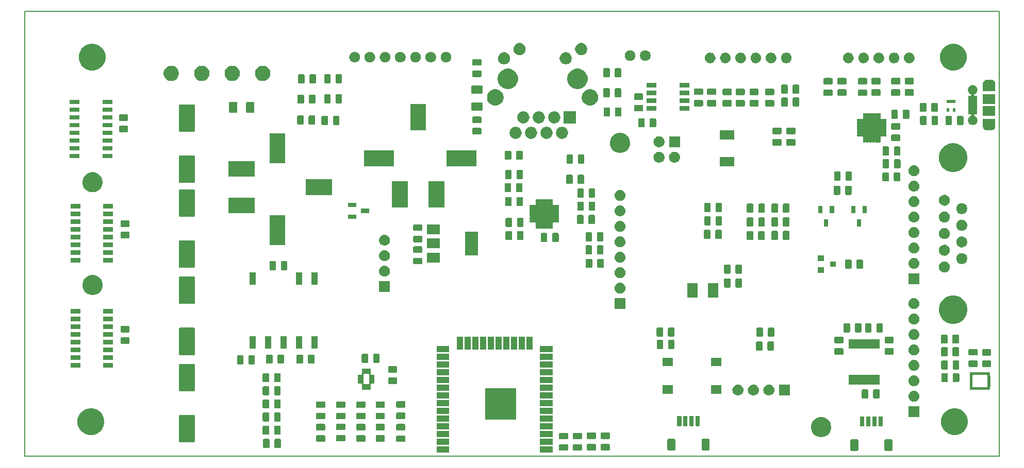
<source format=gts>
G04 #@! TF.GenerationSoftware,KiCad,Pcbnew,5.0.2-bee76a0~70~ubuntu18.04.1*
G04 #@! TF.CreationDate,2019-04-24T23:57:23+02:00*
G04 #@! TF.ProjectId,mainPCB,6d61696e-5043-4422-9e6b-696361645f70,rev?*
G04 #@! TF.SameCoordinates,Original*
G04 #@! TF.FileFunction,Soldermask,Top*
G04 #@! TF.FilePolarity,Negative*
%FSLAX46Y46*%
G04 Gerber Fmt 4.6, Leading zero omitted, Abs format (unit mm)*
G04 Created by KiCad (PCBNEW 5.0.2-bee76a0~70~ubuntu18.04.1) date Mi 24 Apr 2019 23:57:23 CEST*
%MOMM*%
%LPD*%
G01*
G04 APERTURE LIST*
%ADD10C,0.150000*%
%ADD11C,0.100000*%
G04 APERTURE END LIST*
D10*
X17462500Y-37465000D02*
X17462500Y-110617000D01*
X177482500Y-37465000D02*
X17462500Y-37465000D01*
X177482500Y-110617000D02*
X177482500Y-37465000D01*
X17462500Y-110617000D02*
X177482500Y-110617000D01*
D11*
G36*
X104166000Y-109975000D02*
X102064000Y-109975000D01*
X102064000Y-108973000D01*
X104166000Y-108973000D01*
X104166000Y-109975000D01*
X104166000Y-109975000D01*
G37*
G36*
X87166000Y-109975000D02*
X85064000Y-109975000D01*
X85064000Y-108973000D01*
X87166000Y-108973000D01*
X87166000Y-109975000D01*
X87166000Y-109975000D01*
G37*
G36*
X154155242Y-107798904D02*
X154192339Y-107810157D01*
X154226520Y-107828427D01*
X154256482Y-107853018D01*
X154281073Y-107882980D01*
X154299343Y-107917161D01*
X154310596Y-107954258D01*
X154315000Y-107998973D01*
X154315000Y-109492027D01*
X154310596Y-109536742D01*
X154299343Y-109573839D01*
X154281073Y-109608020D01*
X154256482Y-109637982D01*
X154226520Y-109662573D01*
X154192339Y-109680843D01*
X154155242Y-109692096D01*
X154110527Y-109696500D01*
X153217473Y-109696500D01*
X153172758Y-109692096D01*
X153135661Y-109680843D01*
X153101480Y-109662573D01*
X153071518Y-109637982D01*
X153046927Y-109608020D01*
X153028657Y-109573839D01*
X153017404Y-109536742D01*
X153013000Y-109492027D01*
X153013000Y-107998973D01*
X153017404Y-107954258D01*
X153028657Y-107917161D01*
X153046927Y-107882980D01*
X153071518Y-107853018D01*
X153101480Y-107828427D01*
X153135661Y-107810157D01*
X153172758Y-107798904D01*
X153217473Y-107794500D01*
X154110527Y-107794500D01*
X154155242Y-107798904D01*
X154155242Y-107798904D01*
G37*
G36*
X159755242Y-107798904D02*
X159792339Y-107810157D01*
X159826520Y-107828427D01*
X159856482Y-107853018D01*
X159881073Y-107882980D01*
X159899343Y-107917161D01*
X159910596Y-107954258D01*
X159915000Y-107998973D01*
X159915000Y-109492027D01*
X159910596Y-109536742D01*
X159899343Y-109573839D01*
X159881073Y-109608020D01*
X159856482Y-109637982D01*
X159826520Y-109662573D01*
X159792339Y-109680843D01*
X159755242Y-109692096D01*
X159710527Y-109696500D01*
X158817473Y-109696500D01*
X158772758Y-109692096D01*
X158735661Y-109680843D01*
X158701480Y-109662573D01*
X158671518Y-109637982D01*
X158646927Y-109608020D01*
X158628657Y-109573839D01*
X158617404Y-109536742D01*
X158613000Y-109492027D01*
X158613000Y-107998973D01*
X158617404Y-107954258D01*
X158628657Y-107917161D01*
X158646927Y-107882980D01*
X158671518Y-107853018D01*
X158701480Y-107828427D01*
X158735661Y-107810157D01*
X158772758Y-107798904D01*
X158817473Y-107794500D01*
X159710527Y-107794500D01*
X159755242Y-107798904D01*
X159755242Y-107798904D01*
G37*
G36*
X108788466Y-108607565D02*
X108827137Y-108619296D01*
X108862779Y-108638348D01*
X108894017Y-108663983D01*
X108919652Y-108695221D01*
X108938704Y-108730863D01*
X108950435Y-108769534D01*
X108955000Y-108815888D01*
X108955000Y-109467112D01*
X108950435Y-109513466D01*
X108938704Y-109552137D01*
X108919652Y-109587779D01*
X108894017Y-109619017D01*
X108862779Y-109644652D01*
X108827137Y-109663704D01*
X108788466Y-109675435D01*
X108742112Y-109680000D01*
X107665888Y-109680000D01*
X107619534Y-109675435D01*
X107580863Y-109663704D01*
X107545221Y-109644652D01*
X107513983Y-109619017D01*
X107488348Y-109587779D01*
X107469296Y-109552137D01*
X107457565Y-109513466D01*
X107453000Y-109467112D01*
X107453000Y-108815888D01*
X107457565Y-108769534D01*
X107469296Y-108730863D01*
X107488348Y-108695221D01*
X107513983Y-108663983D01*
X107545221Y-108638348D01*
X107580863Y-108619296D01*
X107619534Y-108607565D01*
X107665888Y-108603000D01*
X108742112Y-108603000D01*
X108788466Y-108607565D01*
X108788466Y-108607565D01*
G37*
G36*
X106502466Y-108607565D02*
X106541137Y-108619296D01*
X106576779Y-108638348D01*
X106608017Y-108663983D01*
X106633652Y-108695221D01*
X106652704Y-108730863D01*
X106664435Y-108769534D01*
X106669000Y-108815888D01*
X106669000Y-109467112D01*
X106664435Y-109513466D01*
X106652704Y-109552137D01*
X106633652Y-109587779D01*
X106608017Y-109619017D01*
X106576779Y-109644652D01*
X106541137Y-109663704D01*
X106502466Y-109675435D01*
X106456112Y-109680000D01*
X105379888Y-109680000D01*
X105333534Y-109675435D01*
X105294863Y-109663704D01*
X105259221Y-109644652D01*
X105227983Y-109619017D01*
X105202348Y-109587779D01*
X105183296Y-109552137D01*
X105171565Y-109513466D01*
X105167000Y-109467112D01*
X105167000Y-108815888D01*
X105171565Y-108769534D01*
X105183296Y-108730863D01*
X105202348Y-108695221D01*
X105227983Y-108663983D01*
X105259221Y-108638348D01*
X105294863Y-108619296D01*
X105333534Y-108607565D01*
X105379888Y-108603000D01*
X106456112Y-108603000D01*
X106502466Y-108607565D01*
X106502466Y-108607565D01*
G37*
G36*
X129719742Y-107735404D02*
X129756839Y-107746657D01*
X129791020Y-107764927D01*
X129820982Y-107789518D01*
X129845573Y-107819480D01*
X129863843Y-107853661D01*
X129875096Y-107890758D01*
X129879500Y-107935473D01*
X129879500Y-109428527D01*
X129875096Y-109473242D01*
X129863843Y-109510339D01*
X129845573Y-109544520D01*
X129820982Y-109574482D01*
X129791020Y-109599073D01*
X129756839Y-109617343D01*
X129719742Y-109628596D01*
X129675027Y-109633000D01*
X128781973Y-109633000D01*
X128737258Y-109628596D01*
X128700161Y-109617343D01*
X128665980Y-109599073D01*
X128636018Y-109574482D01*
X128611427Y-109544520D01*
X128593157Y-109510339D01*
X128581904Y-109473242D01*
X128577500Y-109428527D01*
X128577500Y-107935473D01*
X128581904Y-107890758D01*
X128593157Y-107853661D01*
X128611427Y-107819480D01*
X128636018Y-107789518D01*
X128665980Y-107764927D01*
X128700161Y-107746657D01*
X128737258Y-107735404D01*
X128781973Y-107731000D01*
X129675027Y-107731000D01*
X129719742Y-107735404D01*
X129719742Y-107735404D01*
G37*
G36*
X124119742Y-107735404D02*
X124156839Y-107746657D01*
X124191020Y-107764927D01*
X124220982Y-107789518D01*
X124245573Y-107819480D01*
X124263843Y-107853661D01*
X124275096Y-107890758D01*
X124279500Y-107935473D01*
X124279500Y-109428527D01*
X124275096Y-109473242D01*
X124263843Y-109510339D01*
X124245573Y-109544520D01*
X124220982Y-109574482D01*
X124191020Y-109599073D01*
X124156839Y-109617343D01*
X124119742Y-109628596D01*
X124075027Y-109633000D01*
X123181973Y-109633000D01*
X123137258Y-109628596D01*
X123100161Y-109617343D01*
X123065980Y-109599073D01*
X123036018Y-109574482D01*
X123011427Y-109544520D01*
X122993157Y-109510339D01*
X122981904Y-109473242D01*
X122977500Y-109428527D01*
X122977500Y-107935473D01*
X122981904Y-107890758D01*
X122993157Y-107853661D01*
X123011427Y-107819480D01*
X123036018Y-107789518D01*
X123065980Y-107764927D01*
X123100161Y-107746657D01*
X123137258Y-107735404D01*
X123181973Y-107731000D01*
X124075027Y-107731000D01*
X124119742Y-107735404D01*
X124119742Y-107735404D01*
G37*
G36*
X113360466Y-108559065D02*
X113399137Y-108570796D01*
X113434779Y-108589848D01*
X113466017Y-108615483D01*
X113491652Y-108646721D01*
X113510704Y-108682363D01*
X113522435Y-108721034D01*
X113527000Y-108767388D01*
X113527000Y-109418612D01*
X113522435Y-109464966D01*
X113510704Y-109503637D01*
X113491652Y-109539279D01*
X113466017Y-109570517D01*
X113434779Y-109596152D01*
X113399137Y-109615204D01*
X113360466Y-109626935D01*
X113314112Y-109631500D01*
X112237888Y-109631500D01*
X112191534Y-109626935D01*
X112152863Y-109615204D01*
X112117221Y-109596152D01*
X112085983Y-109570517D01*
X112060348Y-109539279D01*
X112041296Y-109503637D01*
X112029565Y-109464966D01*
X112025000Y-109418612D01*
X112025000Y-108767388D01*
X112029565Y-108721034D01*
X112041296Y-108682363D01*
X112060348Y-108646721D01*
X112085983Y-108615483D01*
X112117221Y-108589848D01*
X112152863Y-108570796D01*
X112191534Y-108559065D01*
X112237888Y-108554500D01*
X113314112Y-108554500D01*
X113360466Y-108559065D01*
X113360466Y-108559065D01*
G37*
G36*
X111074466Y-108559065D02*
X111113137Y-108570796D01*
X111148779Y-108589848D01*
X111180017Y-108615483D01*
X111205652Y-108646721D01*
X111224704Y-108682363D01*
X111236435Y-108721034D01*
X111241000Y-108767388D01*
X111241000Y-109418612D01*
X111236435Y-109464966D01*
X111224704Y-109503637D01*
X111205652Y-109539279D01*
X111180017Y-109570517D01*
X111148779Y-109596152D01*
X111113137Y-109615204D01*
X111074466Y-109626935D01*
X111028112Y-109631500D01*
X109951888Y-109631500D01*
X109905534Y-109626935D01*
X109866863Y-109615204D01*
X109831221Y-109596152D01*
X109799983Y-109570517D01*
X109774348Y-109539279D01*
X109755296Y-109503637D01*
X109743565Y-109464966D01*
X109739000Y-109418612D01*
X109739000Y-108767388D01*
X109743565Y-108721034D01*
X109755296Y-108682363D01*
X109774348Y-108646721D01*
X109799983Y-108615483D01*
X109831221Y-108589848D01*
X109866863Y-108570796D01*
X109905534Y-108559065D01*
X109951888Y-108554500D01*
X111028112Y-108554500D01*
X111074466Y-108559065D01*
X111074466Y-108559065D01*
G37*
G36*
X59348466Y-107711565D02*
X59387137Y-107723296D01*
X59422779Y-107742348D01*
X59454017Y-107767983D01*
X59479652Y-107799221D01*
X59498704Y-107834863D01*
X59510435Y-107873534D01*
X59515000Y-107919888D01*
X59515000Y-108996112D01*
X59510435Y-109042466D01*
X59498704Y-109081137D01*
X59479652Y-109116779D01*
X59454017Y-109148017D01*
X59422779Y-109173652D01*
X59387137Y-109192704D01*
X59348466Y-109204435D01*
X59302112Y-109209000D01*
X58650888Y-109209000D01*
X58604534Y-109204435D01*
X58565863Y-109192704D01*
X58530221Y-109173652D01*
X58498983Y-109148017D01*
X58473348Y-109116779D01*
X58454296Y-109081137D01*
X58442565Y-109042466D01*
X58438000Y-108996112D01*
X58438000Y-107919888D01*
X58442565Y-107873534D01*
X58454296Y-107834863D01*
X58473348Y-107799221D01*
X58498983Y-107767983D01*
X58530221Y-107742348D01*
X58565863Y-107723296D01*
X58604534Y-107711565D01*
X58650888Y-107707000D01*
X59302112Y-107707000D01*
X59348466Y-107711565D01*
X59348466Y-107711565D01*
G37*
G36*
X57473466Y-107711565D02*
X57512137Y-107723296D01*
X57547779Y-107742348D01*
X57579017Y-107767983D01*
X57604652Y-107799221D01*
X57623704Y-107834863D01*
X57635435Y-107873534D01*
X57640000Y-107919888D01*
X57640000Y-108996112D01*
X57635435Y-109042466D01*
X57623704Y-109081137D01*
X57604652Y-109116779D01*
X57579017Y-109148017D01*
X57547779Y-109173652D01*
X57512137Y-109192704D01*
X57473466Y-109204435D01*
X57427112Y-109209000D01*
X56775888Y-109209000D01*
X56729534Y-109204435D01*
X56690863Y-109192704D01*
X56655221Y-109173652D01*
X56623983Y-109148017D01*
X56598348Y-109116779D01*
X56579296Y-109081137D01*
X56567565Y-109042466D01*
X56563000Y-108996112D01*
X56563000Y-107919888D01*
X56567565Y-107873534D01*
X56579296Y-107834863D01*
X56598348Y-107799221D01*
X56623983Y-107767983D01*
X56655221Y-107742348D01*
X56690863Y-107723296D01*
X56729534Y-107711565D01*
X56775888Y-107707000D01*
X57427112Y-107707000D01*
X57473466Y-107711565D01*
X57473466Y-107711565D01*
G37*
G36*
X104166000Y-108705000D02*
X102064000Y-108705000D01*
X102064000Y-107703000D01*
X104166000Y-107703000D01*
X104166000Y-108705000D01*
X104166000Y-108705000D01*
G37*
G36*
X87166000Y-108705000D02*
X85064000Y-108705000D01*
X85064000Y-107703000D01*
X87166000Y-107703000D01*
X87166000Y-108705000D01*
X87166000Y-108705000D01*
G37*
G36*
X45240935Y-103815671D02*
X45270874Y-103824753D01*
X45298469Y-103839503D01*
X45322651Y-103859349D01*
X45342497Y-103883531D01*
X45357247Y-103911126D01*
X45366329Y-103941065D01*
X45370000Y-103978340D01*
X45370000Y-108147660D01*
X45366329Y-108184935D01*
X45357247Y-108214874D01*
X45342497Y-108242469D01*
X45322651Y-108266651D01*
X45298469Y-108286497D01*
X45270874Y-108301247D01*
X45240935Y-108310329D01*
X45203660Y-108314000D01*
X42934340Y-108314000D01*
X42897065Y-108310329D01*
X42867126Y-108301247D01*
X42839531Y-108286497D01*
X42815349Y-108266651D01*
X42795503Y-108242469D01*
X42780753Y-108214874D01*
X42771671Y-108184935D01*
X42768000Y-108147660D01*
X42768000Y-103978340D01*
X42771671Y-103941065D01*
X42780753Y-103911126D01*
X42795503Y-103883531D01*
X42815349Y-103859349D01*
X42839531Y-103839503D01*
X42867126Y-103824753D01*
X42897065Y-103815671D01*
X42934340Y-103812000D01*
X45203660Y-103812000D01*
X45240935Y-103815671D01*
X45240935Y-103815671D01*
G37*
G36*
X79768966Y-107162065D02*
X79807637Y-107173796D01*
X79843279Y-107192848D01*
X79874517Y-107218483D01*
X79900152Y-107249721D01*
X79919204Y-107285363D01*
X79930935Y-107324034D01*
X79935500Y-107370388D01*
X79935500Y-108021612D01*
X79930935Y-108067966D01*
X79919204Y-108106637D01*
X79900152Y-108142279D01*
X79874517Y-108173517D01*
X79843279Y-108199152D01*
X79807637Y-108218204D01*
X79768966Y-108229935D01*
X79722612Y-108234500D01*
X78646388Y-108234500D01*
X78600034Y-108229935D01*
X78561363Y-108218204D01*
X78525721Y-108199152D01*
X78494483Y-108173517D01*
X78468848Y-108142279D01*
X78449796Y-108106637D01*
X78438065Y-108067966D01*
X78433500Y-108021612D01*
X78433500Y-107370388D01*
X78438065Y-107324034D01*
X78449796Y-107285363D01*
X78468848Y-107249721D01*
X78494483Y-107218483D01*
X78525721Y-107192848D01*
X78561363Y-107173796D01*
X78600034Y-107162065D01*
X78646388Y-107157500D01*
X79722612Y-107157500D01*
X79768966Y-107162065D01*
X79768966Y-107162065D01*
G37*
G36*
X66624466Y-107132065D02*
X66663137Y-107143796D01*
X66698779Y-107162848D01*
X66730017Y-107188483D01*
X66755652Y-107219721D01*
X66774704Y-107255363D01*
X66786435Y-107294034D01*
X66791000Y-107340388D01*
X66791000Y-107991612D01*
X66786435Y-108037966D01*
X66774704Y-108076637D01*
X66755652Y-108112279D01*
X66730017Y-108143517D01*
X66698779Y-108169152D01*
X66663137Y-108188204D01*
X66624466Y-108199935D01*
X66578112Y-108204500D01*
X65501888Y-108204500D01*
X65455534Y-108199935D01*
X65416863Y-108188204D01*
X65381221Y-108169152D01*
X65349983Y-108143517D01*
X65324348Y-108112279D01*
X65305296Y-108076637D01*
X65293565Y-108037966D01*
X65289000Y-107991612D01*
X65289000Y-107340388D01*
X65293565Y-107294034D01*
X65305296Y-107255363D01*
X65324348Y-107219721D01*
X65349983Y-107188483D01*
X65381221Y-107162848D01*
X65416863Y-107143796D01*
X65455534Y-107132065D01*
X65501888Y-107127500D01*
X66578112Y-107127500D01*
X66624466Y-107132065D01*
X66624466Y-107132065D01*
G37*
G36*
X76403466Y-107132065D02*
X76442137Y-107143796D01*
X76477779Y-107162848D01*
X76509017Y-107188483D01*
X76534652Y-107219721D01*
X76553704Y-107255363D01*
X76565435Y-107294034D01*
X76570000Y-107340388D01*
X76570000Y-107991612D01*
X76565435Y-108037966D01*
X76553704Y-108076637D01*
X76534652Y-108112279D01*
X76509017Y-108143517D01*
X76477779Y-108169152D01*
X76442137Y-108188204D01*
X76403466Y-108199935D01*
X76357112Y-108204500D01*
X75280888Y-108204500D01*
X75234534Y-108199935D01*
X75195863Y-108188204D01*
X75160221Y-108169152D01*
X75128983Y-108143517D01*
X75103348Y-108112279D01*
X75084296Y-108076637D01*
X75072565Y-108037966D01*
X75068000Y-107991612D01*
X75068000Y-107340388D01*
X75072565Y-107294034D01*
X75084296Y-107255363D01*
X75103348Y-107219721D01*
X75128983Y-107188483D01*
X75160221Y-107162848D01*
X75195863Y-107143796D01*
X75234534Y-107132065D01*
X75280888Y-107127500D01*
X76357112Y-107127500D01*
X76403466Y-107132065D01*
X76403466Y-107132065D01*
G37*
G36*
X73228466Y-107132065D02*
X73267137Y-107143796D01*
X73302779Y-107162848D01*
X73334017Y-107188483D01*
X73359652Y-107219721D01*
X73378704Y-107255363D01*
X73390435Y-107294034D01*
X73395000Y-107340388D01*
X73395000Y-107991612D01*
X73390435Y-108037966D01*
X73378704Y-108076637D01*
X73359652Y-108112279D01*
X73334017Y-108143517D01*
X73302779Y-108169152D01*
X73267137Y-108188204D01*
X73228466Y-108199935D01*
X73182112Y-108204500D01*
X72105888Y-108204500D01*
X72059534Y-108199935D01*
X72020863Y-108188204D01*
X71985221Y-108169152D01*
X71953983Y-108143517D01*
X71928348Y-108112279D01*
X71909296Y-108076637D01*
X71897565Y-108037966D01*
X71893000Y-107991612D01*
X71893000Y-107340388D01*
X71897565Y-107294034D01*
X71909296Y-107255363D01*
X71928348Y-107219721D01*
X71953983Y-107188483D01*
X71985221Y-107162848D01*
X72020863Y-107143796D01*
X72059534Y-107132065D01*
X72105888Y-107127500D01*
X73182112Y-107127500D01*
X73228466Y-107132065D01*
X73228466Y-107132065D01*
G37*
G36*
X69926466Y-107083565D02*
X69965137Y-107095296D01*
X70000779Y-107114348D01*
X70032017Y-107139983D01*
X70057652Y-107171221D01*
X70076704Y-107206863D01*
X70088435Y-107245534D01*
X70093000Y-107291888D01*
X70093000Y-107943112D01*
X70088435Y-107989466D01*
X70076704Y-108028137D01*
X70057652Y-108063779D01*
X70032017Y-108095017D01*
X70000779Y-108120652D01*
X69965137Y-108139704D01*
X69926466Y-108151435D01*
X69880112Y-108156000D01*
X68803888Y-108156000D01*
X68757534Y-108151435D01*
X68718863Y-108139704D01*
X68683221Y-108120652D01*
X68651983Y-108095017D01*
X68626348Y-108063779D01*
X68607296Y-108028137D01*
X68595565Y-107989466D01*
X68591000Y-107943112D01*
X68591000Y-107291888D01*
X68595565Y-107245534D01*
X68607296Y-107206863D01*
X68626348Y-107171221D01*
X68651983Y-107139983D01*
X68683221Y-107114348D01*
X68718863Y-107095296D01*
X68757534Y-107083565D01*
X68803888Y-107079000D01*
X69880112Y-107079000D01*
X69926466Y-107083565D01*
X69926466Y-107083565D01*
G37*
G36*
X108788466Y-106732565D02*
X108827137Y-106744296D01*
X108862779Y-106763348D01*
X108894017Y-106788983D01*
X108919652Y-106820221D01*
X108938704Y-106855863D01*
X108950435Y-106894534D01*
X108955000Y-106940888D01*
X108955000Y-107592112D01*
X108950435Y-107638466D01*
X108938704Y-107677137D01*
X108919652Y-107712779D01*
X108894017Y-107744017D01*
X108862779Y-107769652D01*
X108827137Y-107788704D01*
X108788466Y-107800435D01*
X108742112Y-107805000D01*
X107665888Y-107805000D01*
X107619534Y-107800435D01*
X107580863Y-107788704D01*
X107545221Y-107769652D01*
X107513983Y-107744017D01*
X107488348Y-107712779D01*
X107469296Y-107677137D01*
X107457565Y-107638466D01*
X107453000Y-107592112D01*
X107453000Y-106940888D01*
X107457565Y-106894534D01*
X107469296Y-106855863D01*
X107488348Y-106820221D01*
X107513983Y-106788983D01*
X107545221Y-106763348D01*
X107580863Y-106744296D01*
X107619534Y-106732565D01*
X107665888Y-106728000D01*
X108742112Y-106728000D01*
X108788466Y-106732565D01*
X108788466Y-106732565D01*
G37*
G36*
X106502466Y-106732565D02*
X106541137Y-106744296D01*
X106576779Y-106763348D01*
X106608017Y-106788983D01*
X106633652Y-106820221D01*
X106652704Y-106855863D01*
X106664435Y-106894534D01*
X106669000Y-106940888D01*
X106669000Y-107592112D01*
X106664435Y-107638466D01*
X106652704Y-107677137D01*
X106633652Y-107712779D01*
X106608017Y-107744017D01*
X106576779Y-107769652D01*
X106541137Y-107788704D01*
X106502466Y-107800435D01*
X106456112Y-107805000D01*
X105379888Y-107805000D01*
X105333534Y-107800435D01*
X105294863Y-107788704D01*
X105259221Y-107769652D01*
X105227983Y-107744017D01*
X105202348Y-107712779D01*
X105183296Y-107677137D01*
X105171565Y-107638466D01*
X105167000Y-107592112D01*
X105167000Y-106940888D01*
X105171565Y-106894534D01*
X105183296Y-106855863D01*
X105202348Y-106820221D01*
X105227983Y-106788983D01*
X105259221Y-106763348D01*
X105294863Y-106744296D01*
X105333534Y-106732565D01*
X105379888Y-106728000D01*
X106456112Y-106728000D01*
X106502466Y-106732565D01*
X106502466Y-106732565D01*
G37*
G36*
X111074466Y-106684065D02*
X111113137Y-106695796D01*
X111148779Y-106714848D01*
X111180017Y-106740483D01*
X111205652Y-106771721D01*
X111224704Y-106807363D01*
X111236435Y-106846034D01*
X111241000Y-106892388D01*
X111241000Y-107543612D01*
X111236435Y-107589966D01*
X111224704Y-107628637D01*
X111205652Y-107664279D01*
X111180017Y-107695517D01*
X111148779Y-107721152D01*
X111113137Y-107740204D01*
X111074466Y-107751935D01*
X111028112Y-107756500D01*
X109951888Y-107756500D01*
X109905534Y-107751935D01*
X109866863Y-107740204D01*
X109831221Y-107721152D01*
X109799983Y-107695517D01*
X109774348Y-107664279D01*
X109755296Y-107628637D01*
X109743565Y-107589966D01*
X109739000Y-107543612D01*
X109739000Y-106892388D01*
X109743565Y-106846034D01*
X109755296Y-106807363D01*
X109774348Y-106771721D01*
X109799983Y-106740483D01*
X109831221Y-106714848D01*
X109866863Y-106695796D01*
X109905534Y-106684065D01*
X109951888Y-106679500D01*
X111028112Y-106679500D01*
X111074466Y-106684065D01*
X111074466Y-106684065D01*
G37*
G36*
X113360466Y-106684065D02*
X113399137Y-106695796D01*
X113434779Y-106714848D01*
X113466017Y-106740483D01*
X113491652Y-106771721D01*
X113510704Y-106807363D01*
X113522435Y-106846034D01*
X113527000Y-106892388D01*
X113527000Y-107543612D01*
X113522435Y-107589966D01*
X113510704Y-107628637D01*
X113491652Y-107664279D01*
X113466017Y-107695517D01*
X113434779Y-107721152D01*
X113399137Y-107740204D01*
X113360466Y-107751935D01*
X113314112Y-107756500D01*
X112237888Y-107756500D01*
X112191534Y-107751935D01*
X112152863Y-107740204D01*
X112117221Y-107721152D01*
X112085983Y-107695517D01*
X112060348Y-107664279D01*
X112041296Y-107628637D01*
X112029565Y-107589966D01*
X112025000Y-107543612D01*
X112025000Y-106892388D01*
X112029565Y-106846034D01*
X112041296Y-106807363D01*
X112060348Y-106771721D01*
X112085983Y-106740483D01*
X112117221Y-106714848D01*
X112152863Y-106695796D01*
X112191534Y-106684065D01*
X112237888Y-106679500D01*
X113314112Y-106679500D01*
X113360466Y-106684065D01*
X113360466Y-106684065D01*
G37*
G36*
X148584256Y-104182298D02*
X148690579Y-104203447D01*
X148827095Y-104259994D01*
X148944470Y-104308612D01*
X148991042Y-104327903D01*
X149206255Y-104471704D01*
X149261454Y-104508587D01*
X149491413Y-104738546D01*
X149491415Y-104738549D01*
X149672097Y-105008958D01*
X149796553Y-105309421D01*
X149816632Y-105410363D01*
X149860000Y-105628389D01*
X149860000Y-105953611D01*
X149828339Y-106112778D01*
X149796553Y-106272579D01*
X149672097Y-106573042D01*
X149538237Y-106773377D01*
X149491413Y-106843454D01*
X149261454Y-107073413D01*
X149261451Y-107073415D01*
X148991042Y-107254097D01*
X148690579Y-107378553D01*
X148599096Y-107396750D01*
X148371611Y-107442000D01*
X148046389Y-107442000D01*
X147818904Y-107396750D01*
X147727421Y-107378553D01*
X147426958Y-107254097D01*
X147156549Y-107073415D01*
X147156546Y-107073413D01*
X146926587Y-106843454D01*
X146879763Y-106773377D01*
X146745903Y-106573042D01*
X146621447Y-106272579D01*
X146589661Y-106112778D01*
X146558000Y-105953611D01*
X146558000Y-105628389D01*
X146601368Y-105410363D01*
X146621447Y-105309421D01*
X146745903Y-105008958D01*
X146926585Y-104738549D01*
X146926587Y-104738546D01*
X147156546Y-104508587D01*
X147211745Y-104471704D01*
X147426958Y-104327903D01*
X147473531Y-104308612D01*
X147590905Y-104259994D01*
X147727421Y-104203447D01*
X147833744Y-104182298D01*
X148046389Y-104140000D01*
X148371611Y-104140000D01*
X148584256Y-104182298D01*
X148584256Y-104182298D01*
G37*
G36*
X104166000Y-107435000D02*
X102064000Y-107435000D01*
X102064000Y-106433000D01*
X104166000Y-106433000D01*
X104166000Y-107435000D01*
X104166000Y-107435000D01*
G37*
G36*
X87166000Y-107435000D02*
X85064000Y-107435000D01*
X85064000Y-106433000D01*
X87166000Y-106433000D01*
X87166000Y-107435000D01*
X87166000Y-107435000D01*
G37*
G36*
X170758506Y-102785582D02*
X171159065Y-102951499D01*
X171519559Y-103192373D01*
X171826127Y-103498941D01*
X172067001Y-103859435D01*
X172232918Y-104259994D01*
X172317500Y-104685219D01*
X172317500Y-105118781D01*
X172232918Y-105544006D01*
X172067001Y-105944565D01*
X171826127Y-106305059D01*
X171519559Y-106611627D01*
X171159065Y-106852501D01*
X170758506Y-107018418D01*
X170333281Y-107103000D01*
X169899719Y-107103000D01*
X169474494Y-107018418D01*
X169073935Y-106852501D01*
X168713441Y-106611627D01*
X168406873Y-106305059D01*
X168165999Y-105944565D01*
X168000082Y-105544006D01*
X167915500Y-105118781D01*
X167915500Y-104685219D01*
X168000082Y-104259994D01*
X168165999Y-103859435D01*
X168406873Y-103498941D01*
X168713441Y-103192373D01*
X169073935Y-102951499D01*
X169474494Y-102785582D01*
X169899719Y-102701000D01*
X170333281Y-102701000D01*
X170758506Y-102785582D01*
X170758506Y-102785582D01*
G37*
G36*
X28963006Y-102785582D02*
X29363565Y-102951499D01*
X29724059Y-103192373D01*
X30030627Y-103498941D01*
X30271501Y-103859435D01*
X30437418Y-104259994D01*
X30522000Y-104685219D01*
X30522000Y-105118781D01*
X30437418Y-105544006D01*
X30271501Y-105944565D01*
X30030627Y-106305059D01*
X29724059Y-106611627D01*
X29363565Y-106852501D01*
X28963006Y-107018418D01*
X28537781Y-107103000D01*
X28104219Y-107103000D01*
X27678994Y-107018418D01*
X27278435Y-106852501D01*
X26917941Y-106611627D01*
X26611373Y-106305059D01*
X26370499Y-105944565D01*
X26204582Y-105544006D01*
X26120000Y-105118781D01*
X26120000Y-104685219D01*
X26204582Y-104259994D01*
X26370499Y-103859435D01*
X26611373Y-103498941D01*
X26917941Y-103192373D01*
X27278435Y-102951499D01*
X27678994Y-102785582D01*
X28104219Y-102701000D01*
X28537781Y-102701000D01*
X28963006Y-102785582D01*
X28963006Y-102785582D01*
G37*
G36*
X57424966Y-105552565D02*
X57463637Y-105564296D01*
X57499279Y-105583348D01*
X57530517Y-105608983D01*
X57556152Y-105640221D01*
X57575204Y-105675863D01*
X57586935Y-105714534D01*
X57591500Y-105760888D01*
X57591500Y-106837112D01*
X57586935Y-106883466D01*
X57575204Y-106922137D01*
X57556152Y-106957779D01*
X57530517Y-106989017D01*
X57499279Y-107014652D01*
X57463637Y-107033704D01*
X57424966Y-107045435D01*
X57378612Y-107050000D01*
X56727388Y-107050000D01*
X56681034Y-107045435D01*
X56642363Y-107033704D01*
X56606721Y-107014652D01*
X56575483Y-106989017D01*
X56549848Y-106957779D01*
X56530796Y-106922137D01*
X56519065Y-106883466D01*
X56514500Y-106837112D01*
X56514500Y-105760888D01*
X56519065Y-105714534D01*
X56530796Y-105675863D01*
X56549848Y-105640221D01*
X56575483Y-105608983D01*
X56606721Y-105583348D01*
X56642363Y-105564296D01*
X56681034Y-105552565D01*
X56727388Y-105548000D01*
X57378612Y-105548000D01*
X57424966Y-105552565D01*
X57424966Y-105552565D01*
G37*
G36*
X59299966Y-105552565D02*
X59338637Y-105564296D01*
X59374279Y-105583348D01*
X59405517Y-105608983D01*
X59431152Y-105640221D01*
X59450204Y-105675863D01*
X59461935Y-105714534D01*
X59466500Y-105760888D01*
X59466500Y-106837112D01*
X59461935Y-106883466D01*
X59450204Y-106922137D01*
X59431152Y-106957779D01*
X59405517Y-106989017D01*
X59374279Y-107014652D01*
X59338637Y-107033704D01*
X59299966Y-107045435D01*
X59253612Y-107050000D01*
X58602388Y-107050000D01*
X58556034Y-107045435D01*
X58517363Y-107033704D01*
X58481721Y-107014652D01*
X58450483Y-106989017D01*
X58424848Y-106957779D01*
X58405796Y-106922137D01*
X58394065Y-106883466D01*
X58389500Y-106837112D01*
X58389500Y-105760888D01*
X58394065Y-105714534D01*
X58405796Y-105675863D01*
X58424848Y-105640221D01*
X58450483Y-105608983D01*
X58481721Y-105583348D01*
X58517363Y-105564296D01*
X58556034Y-105552565D01*
X58602388Y-105548000D01*
X59253612Y-105548000D01*
X59299966Y-105552565D01*
X59299966Y-105552565D01*
G37*
G36*
X79768966Y-105287065D02*
X79807637Y-105298796D01*
X79843279Y-105317848D01*
X79874517Y-105343483D01*
X79900152Y-105374721D01*
X79919204Y-105410363D01*
X79930935Y-105449034D01*
X79935500Y-105495388D01*
X79935500Y-106146612D01*
X79930935Y-106192966D01*
X79919204Y-106231637D01*
X79900152Y-106267279D01*
X79874517Y-106298517D01*
X79843279Y-106324152D01*
X79807637Y-106343204D01*
X79768966Y-106354935D01*
X79722612Y-106359500D01*
X78646388Y-106359500D01*
X78600034Y-106354935D01*
X78561363Y-106343204D01*
X78525721Y-106324152D01*
X78494483Y-106298517D01*
X78468848Y-106267279D01*
X78449796Y-106231637D01*
X78438065Y-106192966D01*
X78433500Y-106146612D01*
X78433500Y-105495388D01*
X78438065Y-105449034D01*
X78449796Y-105410363D01*
X78468848Y-105374721D01*
X78494483Y-105343483D01*
X78525721Y-105317848D01*
X78561363Y-105298796D01*
X78600034Y-105287065D01*
X78646388Y-105282500D01*
X79722612Y-105282500D01*
X79768966Y-105287065D01*
X79768966Y-105287065D01*
G37*
G36*
X76403466Y-105257065D02*
X76442137Y-105268796D01*
X76477779Y-105287848D01*
X76509017Y-105313483D01*
X76534652Y-105344721D01*
X76553704Y-105380363D01*
X76565435Y-105419034D01*
X76570000Y-105465388D01*
X76570000Y-106116612D01*
X76565435Y-106162966D01*
X76553704Y-106201637D01*
X76534652Y-106237279D01*
X76509017Y-106268517D01*
X76477779Y-106294152D01*
X76442137Y-106313204D01*
X76403466Y-106324935D01*
X76357112Y-106329500D01*
X75280888Y-106329500D01*
X75234534Y-106324935D01*
X75195863Y-106313204D01*
X75160221Y-106294152D01*
X75128983Y-106268517D01*
X75103348Y-106237279D01*
X75084296Y-106201637D01*
X75072565Y-106162966D01*
X75068000Y-106116612D01*
X75068000Y-105465388D01*
X75072565Y-105419034D01*
X75084296Y-105380363D01*
X75103348Y-105344721D01*
X75128983Y-105313483D01*
X75160221Y-105287848D01*
X75195863Y-105268796D01*
X75234534Y-105257065D01*
X75280888Y-105252500D01*
X76357112Y-105252500D01*
X76403466Y-105257065D01*
X76403466Y-105257065D01*
G37*
G36*
X66624466Y-105257065D02*
X66663137Y-105268796D01*
X66698779Y-105287848D01*
X66730017Y-105313483D01*
X66755652Y-105344721D01*
X66774704Y-105380363D01*
X66786435Y-105419034D01*
X66791000Y-105465388D01*
X66791000Y-106116612D01*
X66786435Y-106162966D01*
X66774704Y-106201637D01*
X66755652Y-106237279D01*
X66730017Y-106268517D01*
X66698779Y-106294152D01*
X66663137Y-106313204D01*
X66624466Y-106324935D01*
X66578112Y-106329500D01*
X65501888Y-106329500D01*
X65455534Y-106324935D01*
X65416863Y-106313204D01*
X65381221Y-106294152D01*
X65349983Y-106268517D01*
X65324348Y-106237279D01*
X65305296Y-106201637D01*
X65293565Y-106162966D01*
X65289000Y-106116612D01*
X65289000Y-105465388D01*
X65293565Y-105419034D01*
X65305296Y-105380363D01*
X65324348Y-105344721D01*
X65349983Y-105313483D01*
X65381221Y-105287848D01*
X65416863Y-105268796D01*
X65455534Y-105257065D01*
X65501888Y-105252500D01*
X66578112Y-105252500D01*
X66624466Y-105257065D01*
X66624466Y-105257065D01*
G37*
G36*
X73228466Y-105257065D02*
X73267137Y-105268796D01*
X73302779Y-105287848D01*
X73334017Y-105313483D01*
X73359652Y-105344721D01*
X73378704Y-105380363D01*
X73390435Y-105419034D01*
X73395000Y-105465388D01*
X73395000Y-106116612D01*
X73390435Y-106162966D01*
X73378704Y-106201637D01*
X73359652Y-106237279D01*
X73334017Y-106268517D01*
X73302779Y-106294152D01*
X73267137Y-106313204D01*
X73228466Y-106324935D01*
X73182112Y-106329500D01*
X72105888Y-106329500D01*
X72059534Y-106324935D01*
X72020863Y-106313204D01*
X71985221Y-106294152D01*
X71953983Y-106268517D01*
X71928348Y-106237279D01*
X71909296Y-106201637D01*
X71897565Y-106162966D01*
X71893000Y-106116612D01*
X71893000Y-105465388D01*
X71897565Y-105419034D01*
X71909296Y-105380363D01*
X71928348Y-105344721D01*
X71953983Y-105313483D01*
X71985221Y-105287848D01*
X72020863Y-105268796D01*
X72059534Y-105257065D01*
X72105888Y-105252500D01*
X73182112Y-105252500D01*
X73228466Y-105257065D01*
X73228466Y-105257065D01*
G37*
G36*
X69926466Y-105208565D02*
X69965137Y-105220296D01*
X70000779Y-105239348D01*
X70032017Y-105264983D01*
X70057652Y-105296221D01*
X70076704Y-105331863D01*
X70088435Y-105370534D01*
X70093000Y-105416888D01*
X70093000Y-106068112D01*
X70088435Y-106114466D01*
X70076704Y-106153137D01*
X70057652Y-106188779D01*
X70032017Y-106220017D01*
X70000779Y-106245652D01*
X69965137Y-106264704D01*
X69926466Y-106276435D01*
X69880112Y-106281000D01*
X68803888Y-106281000D01*
X68757534Y-106276435D01*
X68718863Y-106264704D01*
X68683221Y-106245652D01*
X68651983Y-106220017D01*
X68626348Y-106188779D01*
X68607296Y-106153137D01*
X68595565Y-106114466D01*
X68591000Y-106068112D01*
X68591000Y-105416888D01*
X68595565Y-105370534D01*
X68607296Y-105331863D01*
X68626348Y-105296221D01*
X68651983Y-105264983D01*
X68683221Y-105239348D01*
X68718863Y-105220296D01*
X68757534Y-105208565D01*
X68803888Y-105204000D01*
X69880112Y-105204000D01*
X69926466Y-105208565D01*
X69926466Y-105208565D01*
G37*
G36*
X87166000Y-106165000D02*
X85064000Y-106165000D01*
X85064000Y-105163000D01*
X87166000Y-105163000D01*
X87166000Y-106165000D01*
X87166000Y-106165000D01*
G37*
G36*
X104166000Y-106165000D02*
X102064000Y-106165000D01*
X102064000Y-105163000D01*
X104166000Y-105163000D01*
X104166000Y-106165000D01*
X104166000Y-106165000D01*
G37*
G36*
X157223928Y-104047264D02*
X157245011Y-104053660D01*
X157264442Y-104064046D01*
X157281475Y-104078025D01*
X157295454Y-104095058D01*
X157305840Y-104114489D01*
X157312236Y-104135572D01*
X157315000Y-104163640D01*
X157315000Y-105577360D01*
X157312236Y-105605428D01*
X157305840Y-105626511D01*
X157295454Y-105645942D01*
X157281475Y-105662975D01*
X157264442Y-105676954D01*
X157245011Y-105687340D01*
X157223928Y-105693736D01*
X157195860Y-105696500D01*
X156732140Y-105696500D01*
X156704072Y-105693736D01*
X156682989Y-105687340D01*
X156663558Y-105676954D01*
X156646525Y-105662975D01*
X156632546Y-105645942D01*
X156622160Y-105626511D01*
X156615764Y-105605428D01*
X156613000Y-105577360D01*
X156613000Y-104163640D01*
X156615764Y-104135572D01*
X156622160Y-104114489D01*
X156632546Y-104095058D01*
X156646525Y-104078025D01*
X156663558Y-104064046D01*
X156682989Y-104053660D01*
X156704072Y-104047264D01*
X156732140Y-104044500D01*
X157195860Y-104044500D01*
X157223928Y-104047264D01*
X157223928Y-104047264D01*
G37*
G36*
X156223928Y-104047264D02*
X156245011Y-104053660D01*
X156264442Y-104064046D01*
X156281475Y-104078025D01*
X156295454Y-104095058D01*
X156305840Y-104114489D01*
X156312236Y-104135572D01*
X156315000Y-104163640D01*
X156315000Y-105577360D01*
X156312236Y-105605428D01*
X156305840Y-105626511D01*
X156295454Y-105645942D01*
X156281475Y-105662975D01*
X156264442Y-105676954D01*
X156245011Y-105687340D01*
X156223928Y-105693736D01*
X156195860Y-105696500D01*
X155732140Y-105696500D01*
X155704072Y-105693736D01*
X155682989Y-105687340D01*
X155663558Y-105676954D01*
X155646525Y-105662975D01*
X155632546Y-105645942D01*
X155622160Y-105626511D01*
X155615764Y-105605428D01*
X155613000Y-105577360D01*
X155613000Y-104163640D01*
X155615764Y-104135572D01*
X155622160Y-104114489D01*
X155632546Y-104095058D01*
X155646525Y-104078025D01*
X155663558Y-104064046D01*
X155682989Y-104053660D01*
X155704072Y-104047264D01*
X155732140Y-104044500D01*
X156195860Y-104044500D01*
X156223928Y-104047264D01*
X156223928Y-104047264D01*
G37*
G36*
X155223928Y-104047264D02*
X155245011Y-104053660D01*
X155264442Y-104064046D01*
X155281475Y-104078025D01*
X155295454Y-104095058D01*
X155305840Y-104114489D01*
X155312236Y-104135572D01*
X155315000Y-104163640D01*
X155315000Y-105577360D01*
X155312236Y-105605428D01*
X155305840Y-105626511D01*
X155295454Y-105645942D01*
X155281475Y-105662975D01*
X155264442Y-105676954D01*
X155245011Y-105687340D01*
X155223928Y-105693736D01*
X155195860Y-105696500D01*
X154732140Y-105696500D01*
X154704072Y-105693736D01*
X154682989Y-105687340D01*
X154663558Y-105676954D01*
X154646525Y-105662975D01*
X154632546Y-105645942D01*
X154622160Y-105626511D01*
X154615764Y-105605428D01*
X154613000Y-105577360D01*
X154613000Y-104163640D01*
X154615764Y-104135572D01*
X154622160Y-104114489D01*
X154632546Y-104095058D01*
X154646525Y-104078025D01*
X154663558Y-104064046D01*
X154682989Y-104053660D01*
X154704072Y-104047264D01*
X154732140Y-104044500D01*
X155195860Y-104044500D01*
X155223928Y-104047264D01*
X155223928Y-104047264D01*
G37*
G36*
X158223928Y-104047264D02*
X158245011Y-104053660D01*
X158264442Y-104064046D01*
X158281475Y-104078025D01*
X158295454Y-104095058D01*
X158305840Y-104114489D01*
X158312236Y-104135572D01*
X158315000Y-104163640D01*
X158315000Y-105577360D01*
X158312236Y-105605428D01*
X158305840Y-105626511D01*
X158295454Y-105645942D01*
X158281475Y-105662975D01*
X158264442Y-105676954D01*
X158245011Y-105687340D01*
X158223928Y-105693736D01*
X158195860Y-105696500D01*
X157732140Y-105696500D01*
X157704072Y-105693736D01*
X157682989Y-105687340D01*
X157663558Y-105676954D01*
X157646525Y-105662975D01*
X157632546Y-105645942D01*
X157622160Y-105626511D01*
X157615764Y-105605428D01*
X157613000Y-105577360D01*
X157613000Y-104163640D01*
X157615764Y-104135572D01*
X157622160Y-104114489D01*
X157632546Y-104095058D01*
X157646525Y-104078025D01*
X157663558Y-104064046D01*
X157682989Y-104053660D01*
X157704072Y-104047264D01*
X157732140Y-104044500D01*
X158195860Y-104044500D01*
X158223928Y-104047264D01*
X158223928Y-104047264D01*
G37*
G36*
X127188428Y-103983764D02*
X127209511Y-103990160D01*
X127228942Y-104000546D01*
X127245975Y-104014525D01*
X127259954Y-104031558D01*
X127270340Y-104050989D01*
X127276736Y-104072072D01*
X127279500Y-104100140D01*
X127279500Y-105513860D01*
X127276736Y-105541928D01*
X127270340Y-105563011D01*
X127259954Y-105582442D01*
X127245975Y-105599475D01*
X127228942Y-105613454D01*
X127209511Y-105623840D01*
X127188428Y-105630236D01*
X127160360Y-105633000D01*
X126696640Y-105633000D01*
X126668572Y-105630236D01*
X126647489Y-105623840D01*
X126628058Y-105613454D01*
X126611025Y-105599475D01*
X126597046Y-105582442D01*
X126586660Y-105563011D01*
X126580264Y-105541928D01*
X126577500Y-105513860D01*
X126577500Y-104100140D01*
X126580264Y-104072072D01*
X126586660Y-104050989D01*
X126597046Y-104031558D01*
X126611025Y-104014525D01*
X126628058Y-104000546D01*
X126647489Y-103990160D01*
X126668572Y-103983764D01*
X126696640Y-103981000D01*
X127160360Y-103981000D01*
X127188428Y-103983764D01*
X127188428Y-103983764D01*
G37*
G36*
X125188428Y-103983764D02*
X125209511Y-103990160D01*
X125228942Y-104000546D01*
X125245975Y-104014525D01*
X125259954Y-104031558D01*
X125270340Y-104050989D01*
X125276736Y-104072072D01*
X125279500Y-104100140D01*
X125279500Y-105513860D01*
X125276736Y-105541928D01*
X125270340Y-105563011D01*
X125259954Y-105582442D01*
X125245975Y-105599475D01*
X125228942Y-105613454D01*
X125209511Y-105623840D01*
X125188428Y-105630236D01*
X125160360Y-105633000D01*
X124696640Y-105633000D01*
X124668572Y-105630236D01*
X124647489Y-105623840D01*
X124628058Y-105613454D01*
X124611025Y-105599475D01*
X124597046Y-105582442D01*
X124586660Y-105563011D01*
X124580264Y-105541928D01*
X124577500Y-105513860D01*
X124577500Y-104100140D01*
X124580264Y-104072072D01*
X124586660Y-104050989D01*
X124597046Y-104031558D01*
X124611025Y-104014525D01*
X124628058Y-104000546D01*
X124647489Y-103990160D01*
X124668572Y-103983764D01*
X124696640Y-103981000D01*
X125160360Y-103981000D01*
X125188428Y-103983764D01*
X125188428Y-103983764D01*
G37*
G36*
X128188428Y-103983764D02*
X128209511Y-103990160D01*
X128228942Y-104000546D01*
X128245975Y-104014525D01*
X128259954Y-104031558D01*
X128270340Y-104050989D01*
X128276736Y-104072072D01*
X128279500Y-104100140D01*
X128279500Y-105513860D01*
X128276736Y-105541928D01*
X128270340Y-105563011D01*
X128259954Y-105582442D01*
X128245975Y-105599475D01*
X128228942Y-105613454D01*
X128209511Y-105623840D01*
X128188428Y-105630236D01*
X128160360Y-105633000D01*
X127696640Y-105633000D01*
X127668572Y-105630236D01*
X127647489Y-105623840D01*
X127628058Y-105613454D01*
X127611025Y-105599475D01*
X127597046Y-105582442D01*
X127586660Y-105563011D01*
X127580264Y-105541928D01*
X127577500Y-105513860D01*
X127577500Y-104100140D01*
X127580264Y-104072072D01*
X127586660Y-104050989D01*
X127597046Y-104031558D01*
X127611025Y-104014525D01*
X127628058Y-104000546D01*
X127647489Y-103990160D01*
X127668572Y-103983764D01*
X127696640Y-103981000D01*
X128160360Y-103981000D01*
X128188428Y-103983764D01*
X128188428Y-103983764D01*
G37*
G36*
X126188428Y-103983764D02*
X126209511Y-103990160D01*
X126228942Y-104000546D01*
X126245975Y-104014525D01*
X126259954Y-104031558D01*
X126270340Y-104050989D01*
X126276736Y-104072072D01*
X126279500Y-104100140D01*
X126279500Y-105513860D01*
X126276736Y-105541928D01*
X126270340Y-105563011D01*
X126259954Y-105582442D01*
X126245975Y-105599475D01*
X126228942Y-105613454D01*
X126209511Y-105623840D01*
X126188428Y-105630236D01*
X126160360Y-105633000D01*
X125696640Y-105633000D01*
X125668572Y-105630236D01*
X125647489Y-105623840D01*
X125628058Y-105613454D01*
X125611025Y-105599475D01*
X125597046Y-105582442D01*
X125586660Y-105563011D01*
X125580264Y-105541928D01*
X125577500Y-105513860D01*
X125577500Y-104100140D01*
X125580264Y-104072072D01*
X125586660Y-104050989D01*
X125597046Y-104031558D01*
X125611025Y-104014525D01*
X125628058Y-104000546D01*
X125647489Y-103990160D01*
X125668572Y-103983764D01*
X125696640Y-103981000D01*
X126160360Y-103981000D01*
X126188428Y-103983764D01*
X126188428Y-103983764D01*
G37*
G36*
X104166000Y-104895000D02*
X102064000Y-104895000D01*
X102064000Y-103893000D01*
X104166000Y-103893000D01*
X104166000Y-104895000D01*
X104166000Y-104895000D01*
G37*
G36*
X87166000Y-104895000D02*
X85064000Y-104895000D01*
X85064000Y-103893000D01*
X87166000Y-103893000D01*
X87166000Y-104895000D01*
X87166000Y-104895000D01*
G37*
G36*
X59299966Y-103393565D02*
X59338637Y-103405296D01*
X59374279Y-103424348D01*
X59405517Y-103449983D01*
X59431152Y-103481221D01*
X59450204Y-103516863D01*
X59461935Y-103555534D01*
X59466500Y-103601888D01*
X59466500Y-104678112D01*
X59461935Y-104724466D01*
X59450204Y-104763137D01*
X59431152Y-104798779D01*
X59405517Y-104830017D01*
X59374279Y-104855652D01*
X59338637Y-104874704D01*
X59299966Y-104886435D01*
X59253612Y-104891000D01*
X58602388Y-104891000D01*
X58556034Y-104886435D01*
X58517363Y-104874704D01*
X58481721Y-104855652D01*
X58450483Y-104830017D01*
X58424848Y-104798779D01*
X58405796Y-104763137D01*
X58394065Y-104724466D01*
X58389500Y-104678112D01*
X58389500Y-103601888D01*
X58394065Y-103555534D01*
X58405796Y-103516863D01*
X58424848Y-103481221D01*
X58450483Y-103449983D01*
X58481721Y-103424348D01*
X58517363Y-103405296D01*
X58556034Y-103393565D01*
X58602388Y-103389000D01*
X59253612Y-103389000D01*
X59299966Y-103393565D01*
X59299966Y-103393565D01*
G37*
G36*
X57424966Y-103393565D02*
X57463637Y-103405296D01*
X57499279Y-103424348D01*
X57530517Y-103449983D01*
X57556152Y-103481221D01*
X57575204Y-103516863D01*
X57586935Y-103555534D01*
X57591500Y-103601888D01*
X57591500Y-104678112D01*
X57586935Y-104724466D01*
X57575204Y-104763137D01*
X57556152Y-104798779D01*
X57530517Y-104830017D01*
X57499279Y-104855652D01*
X57463637Y-104874704D01*
X57424966Y-104886435D01*
X57378612Y-104891000D01*
X56727388Y-104891000D01*
X56681034Y-104886435D01*
X56642363Y-104874704D01*
X56606721Y-104855652D01*
X56575483Y-104830017D01*
X56549848Y-104798779D01*
X56530796Y-104763137D01*
X56519065Y-104724466D01*
X56514500Y-104678112D01*
X56514500Y-103601888D01*
X56519065Y-103555534D01*
X56530796Y-103516863D01*
X56549848Y-103481221D01*
X56575483Y-103449983D01*
X56606721Y-103424348D01*
X56642363Y-103405296D01*
X56681034Y-103393565D01*
X56727388Y-103389000D01*
X57378612Y-103389000D01*
X57424966Y-103393565D01*
X57424966Y-103393565D01*
G37*
G36*
X98166000Y-104525000D02*
X93064000Y-104525000D01*
X93064000Y-99423000D01*
X98166000Y-99423000D01*
X98166000Y-104525000D01*
X98166000Y-104525000D01*
G37*
G36*
X76403466Y-103449065D02*
X76442137Y-103460796D01*
X76477779Y-103479848D01*
X76509017Y-103505483D01*
X76534652Y-103536721D01*
X76553704Y-103572363D01*
X76565435Y-103611034D01*
X76570000Y-103657388D01*
X76570000Y-104308612D01*
X76565435Y-104354966D01*
X76553704Y-104393637D01*
X76534652Y-104429279D01*
X76509017Y-104460517D01*
X76477779Y-104486152D01*
X76442137Y-104505204D01*
X76403466Y-104516935D01*
X76357112Y-104521500D01*
X75280888Y-104521500D01*
X75234534Y-104516935D01*
X75195863Y-104505204D01*
X75160221Y-104486152D01*
X75128983Y-104460517D01*
X75103348Y-104429279D01*
X75084296Y-104393637D01*
X75072565Y-104354966D01*
X75068000Y-104308612D01*
X75068000Y-103657388D01*
X75072565Y-103611034D01*
X75084296Y-103572363D01*
X75103348Y-103536721D01*
X75128983Y-103505483D01*
X75160221Y-103479848D01*
X75195863Y-103460796D01*
X75234534Y-103449065D01*
X75280888Y-103444500D01*
X76357112Y-103444500D01*
X76403466Y-103449065D01*
X76403466Y-103449065D01*
G37*
G36*
X66624466Y-103449065D02*
X66663137Y-103460796D01*
X66698779Y-103479848D01*
X66730017Y-103505483D01*
X66755652Y-103536721D01*
X66774704Y-103572363D01*
X66786435Y-103611034D01*
X66791000Y-103657388D01*
X66791000Y-104308612D01*
X66786435Y-104354966D01*
X66774704Y-104393637D01*
X66755652Y-104429279D01*
X66730017Y-104460517D01*
X66698779Y-104486152D01*
X66663137Y-104505204D01*
X66624466Y-104516935D01*
X66578112Y-104521500D01*
X65501888Y-104521500D01*
X65455534Y-104516935D01*
X65416863Y-104505204D01*
X65381221Y-104486152D01*
X65349983Y-104460517D01*
X65324348Y-104429279D01*
X65305296Y-104393637D01*
X65293565Y-104354966D01*
X65289000Y-104308612D01*
X65289000Y-103657388D01*
X65293565Y-103611034D01*
X65305296Y-103572363D01*
X65324348Y-103536721D01*
X65349983Y-103505483D01*
X65381221Y-103479848D01*
X65416863Y-103460796D01*
X65455534Y-103449065D01*
X65501888Y-103444500D01*
X66578112Y-103444500D01*
X66624466Y-103449065D01*
X66624466Y-103449065D01*
G37*
G36*
X73228466Y-103449065D02*
X73267137Y-103460796D01*
X73302779Y-103479848D01*
X73334017Y-103505483D01*
X73359652Y-103536721D01*
X73378704Y-103572363D01*
X73390435Y-103611034D01*
X73395000Y-103657388D01*
X73395000Y-104308612D01*
X73390435Y-104354966D01*
X73378704Y-104393637D01*
X73359652Y-104429279D01*
X73334017Y-104460517D01*
X73302779Y-104486152D01*
X73267137Y-104505204D01*
X73228466Y-104516935D01*
X73182112Y-104521500D01*
X72105888Y-104521500D01*
X72059534Y-104516935D01*
X72020863Y-104505204D01*
X71985221Y-104486152D01*
X71953983Y-104460517D01*
X71928348Y-104429279D01*
X71909296Y-104393637D01*
X71897565Y-104354966D01*
X71893000Y-104308612D01*
X71893000Y-103657388D01*
X71897565Y-103611034D01*
X71909296Y-103572363D01*
X71928348Y-103536721D01*
X71953983Y-103505483D01*
X71985221Y-103479848D01*
X72020863Y-103460796D01*
X72059534Y-103449065D01*
X72105888Y-103444500D01*
X73182112Y-103444500D01*
X73228466Y-103449065D01*
X73228466Y-103449065D01*
G37*
G36*
X69926466Y-103449065D02*
X69965137Y-103460796D01*
X70000779Y-103479848D01*
X70032017Y-103505483D01*
X70057652Y-103536721D01*
X70076704Y-103572363D01*
X70088435Y-103611034D01*
X70093000Y-103657388D01*
X70093000Y-104308612D01*
X70088435Y-104354966D01*
X70076704Y-104393637D01*
X70057652Y-104429279D01*
X70032017Y-104460517D01*
X70000779Y-104486152D01*
X69965137Y-104505204D01*
X69926466Y-104516935D01*
X69880112Y-104521500D01*
X68803888Y-104521500D01*
X68757534Y-104516935D01*
X68718863Y-104505204D01*
X68683221Y-104486152D01*
X68651983Y-104460517D01*
X68626348Y-104429279D01*
X68607296Y-104393637D01*
X68595565Y-104354966D01*
X68591000Y-104308612D01*
X68591000Y-103657388D01*
X68595565Y-103611034D01*
X68607296Y-103572363D01*
X68626348Y-103536721D01*
X68651983Y-103505483D01*
X68683221Y-103479848D01*
X68718863Y-103460796D01*
X68757534Y-103449065D01*
X68803888Y-103444500D01*
X69880112Y-103444500D01*
X69926466Y-103449065D01*
X69926466Y-103449065D01*
G37*
G36*
X79768966Y-103415565D02*
X79807637Y-103427296D01*
X79843279Y-103446348D01*
X79874517Y-103471983D01*
X79900152Y-103503221D01*
X79919204Y-103538863D01*
X79930935Y-103577534D01*
X79935500Y-103623888D01*
X79935500Y-104275112D01*
X79930935Y-104321466D01*
X79919204Y-104360137D01*
X79900152Y-104395779D01*
X79874517Y-104427017D01*
X79843279Y-104452652D01*
X79807637Y-104471704D01*
X79768966Y-104483435D01*
X79722612Y-104488000D01*
X78646388Y-104488000D01*
X78600034Y-104483435D01*
X78561363Y-104471704D01*
X78525721Y-104452652D01*
X78494483Y-104427017D01*
X78468848Y-104395779D01*
X78449796Y-104360137D01*
X78438065Y-104321466D01*
X78433500Y-104275112D01*
X78433500Y-103623888D01*
X78438065Y-103577534D01*
X78449796Y-103538863D01*
X78468848Y-103503221D01*
X78494483Y-103471983D01*
X78525721Y-103446348D01*
X78561363Y-103427296D01*
X78600034Y-103415565D01*
X78646388Y-103411000D01*
X79722612Y-103411000D01*
X79768966Y-103415565D01*
X79768966Y-103415565D01*
G37*
G36*
X164350000Y-104152000D02*
X162548000Y-104152000D01*
X162548000Y-102350000D01*
X164350000Y-102350000D01*
X164350000Y-104152000D01*
X164350000Y-104152000D01*
G37*
G36*
X87166000Y-103625000D02*
X85064000Y-103625000D01*
X85064000Y-102623000D01*
X87166000Y-102623000D01*
X87166000Y-103625000D01*
X87166000Y-103625000D01*
G37*
G36*
X104166000Y-103625000D02*
X102064000Y-103625000D01*
X102064000Y-102623000D01*
X104166000Y-102623000D01*
X104166000Y-103625000D01*
X104166000Y-103625000D01*
G37*
G36*
X57424966Y-101234565D02*
X57463637Y-101246296D01*
X57499279Y-101265348D01*
X57530517Y-101290983D01*
X57556152Y-101322221D01*
X57575204Y-101357863D01*
X57586935Y-101396534D01*
X57591500Y-101442888D01*
X57591500Y-102519112D01*
X57586935Y-102565466D01*
X57575204Y-102604137D01*
X57556152Y-102639779D01*
X57530517Y-102671017D01*
X57499279Y-102696652D01*
X57463637Y-102715704D01*
X57424966Y-102727435D01*
X57378612Y-102732000D01*
X56727388Y-102732000D01*
X56681034Y-102727435D01*
X56642363Y-102715704D01*
X56606721Y-102696652D01*
X56575483Y-102671017D01*
X56549848Y-102639779D01*
X56530796Y-102604137D01*
X56519065Y-102565466D01*
X56514500Y-102519112D01*
X56514500Y-101442888D01*
X56519065Y-101396534D01*
X56530796Y-101357863D01*
X56549848Y-101322221D01*
X56575483Y-101290983D01*
X56606721Y-101265348D01*
X56642363Y-101246296D01*
X56681034Y-101234565D01*
X56727388Y-101230000D01*
X57378612Y-101230000D01*
X57424966Y-101234565D01*
X57424966Y-101234565D01*
G37*
G36*
X59299966Y-101234565D02*
X59338637Y-101246296D01*
X59374279Y-101265348D01*
X59405517Y-101290983D01*
X59431152Y-101322221D01*
X59450204Y-101357863D01*
X59461935Y-101396534D01*
X59466500Y-101442888D01*
X59466500Y-102519112D01*
X59461935Y-102565466D01*
X59450204Y-102604137D01*
X59431152Y-102639779D01*
X59405517Y-102671017D01*
X59374279Y-102696652D01*
X59338637Y-102715704D01*
X59299966Y-102727435D01*
X59253612Y-102732000D01*
X58602388Y-102732000D01*
X58556034Y-102727435D01*
X58517363Y-102715704D01*
X58481721Y-102696652D01*
X58450483Y-102671017D01*
X58424848Y-102639779D01*
X58405796Y-102604137D01*
X58394065Y-102565466D01*
X58389500Y-102519112D01*
X58389500Y-101442888D01*
X58394065Y-101396534D01*
X58405796Y-101357863D01*
X58424848Y-101322221D01*
X58450483Y-101290983D01*
X58481721Y-101265348D01*
X58517363Y-101246296D01*
X58556034Y-101234565D01*
X58602388Y-101230000D01*
X59253612Y-101230000D01*
X59299966Y-101234565D01*
X59299966Y-101234565D01*
G37*
G36*
X69926466Y-101574065D02*
X69965137Y-101585796D01*
X70000779Y-101604848D01*
X70032017Y-101630483D01*
X70057652Y-101661721D01*
X70076704Y-101697363D01*
X70088435Y-101736034D01*
X70093000Y-101782388D01*
X70093000Y-102433612D01*
X70088435Y-102479966D01*
X70076704Y-102518637D01*
X70057652Y-102554279D01*
X70032017Y-102585517D01*
X70000779Y-102611152D01*
X69965137Y-102630204D01*
X69926466Y-102641935D01*
X69880112Y-102646500D01*
X68803888Y-102646500D01*
X68757534Y-102641935D01*
X68718863Y-102630204D01*
X68683221Y-102611152D01*
X68651983Y-102585517D01*
X68626348Y-102554279D01*
X68607296Y-102518637D01*
X68595565Y-102479966D01*
X68591000Y-102433612D01*
X68591000Y-101782388D01*
X68595565Y-101736034D01*
X68607296Y-101697363D01*
X68626348Y-101661721D01*
X68651983Y-101630483D01*
X68683221Y-101604848D01*
X68718863Y-101585796D01*
X68757534Y-101574065D01*
X68803888Y-101569500D01*
X69880112Y-101569500D01*
X69926466Y-101574065D01*
X69926466Y-101574065D01*
G37*
G36*
X66624466Y-101574065D02*
X66663137Y-101585796D01*
X66698779Y-101604848D01*
X66730017Y-101630483D01*
X66755652Y-101661721D01*
X66774704Y-101697363D01*
X66786435Y-101736034D01*
X66791000Y-101782388D01*
X66791000Y-102433612D01*
X66786435Y-102479966D01*
X66774704Y-102518637D01*
X66755652Y-102554279D01*
X66730017Y-102585517D01*
X66698779Y-102611152D01*
X66663137Y-102630204D01*
X66624466Y-102641935D01*
X66578112Y-102646500D01*
X65501888Y-102646500D01*
X65455534Y-102641935D01*
X65416863Y-102630204D01*
X65381221Y-102611152D01*
X65349983Y-102585517D01*
X65324348Y-102554279D01*
X65305296Y-102518637D01*
X65293565Y-102479966D01*
X65289000Y-102433612D01*
X65289000Y-101782388D01*
X65293565Y-101736034D01*
X65305296Y-101697363D01*
X65324348Y-101661721D01*
X65349983Y-101630483D01*
X65381221Y-101604848D01*
X65416863Y-101585796D01*
X65455534Y-101574065D01*
X65501888Y-101569500D01*
X66578112Y-101569500D01*
X66624466Y-101574065D01*
X66624466Y-101574065D01*
G37*
G36*
X73228466Y-101574065D02*
X73267137Y-101585796D01*
X73302779Y-101604848D01*
X73334017Y-101630483D01*
X73359652Y-101661721D01*
X73378704Y-101697363D01*
X73390435Y-101736034D01*
X73395000Y-101782388D01*
X73395000Y-102433612D01*
X73390435Y-102479966D01*
X73378704Y-102518637D01*
X73359652Y-102554279D01*
X73334017Y-102585517D01*
X73302779Y-102611152D01*
X73267137Y-102630204D01*
X73228466Y-102641935D01*
X73182112Y-102646500D01*
X72105888Y-102646500D01*
X72059534Y-102641935D01*
X72020863Y-102630204D01*
X71985221Y-102611152D01*
X71953983Y-102585517D01*
X71928348Y-102554279D01*
X71909296Y-102518637D01*
X71897565Y-102479966D01*
X71893000Y-102433612D01*
X71893000Y-101782388D01*
X71897565Y-101736034D01*
X71909296Y-101697363D01*
X71928348Y-101661721D01*
X71953983Y-101630483D01*
X71985221Y-101604848D01*
X72020863Y-101585796D01*
X72059534Y-101574065D01*
X72105888Y-101569500D01*
X73182112Y-101569500D01*
X73228466Y-101574065D01*
X73228466Y-101574065D01*
G37*
G36*
X76403466Y-101574065D02*
X76442137Y-101585796D01*
X76477779Y-101604848D01*
X76509017Y-101630483D01*
X76534652Y-101661721D01*
X76553704Y-101697363D01*
X76565435Y-101736034D01*
X76570000Y-101782388D01*
X76570000Y-102433612D01*
X76565435Y-102479966D01*
X76553704Y-102518637D01*
X76534652Y-102554279D01*
X76509017Y-102585517D01*
X76477779Y-102611152D01*
X76442137Y-102630204D01*
X76403466Y-102641935D01*
X76357112Y-102646500D01*
X75280888Y-102646500D01*
X75234534Y-102641935D01*
X75195863Y-102630204D01*
X75160221Y-102611152D01*
X75128983Y-102585517D01*
X75103348Y-102554279D01*
X75084296Y-102518637D01*
X75072565Y-102479966D01*
X75068000Y-102433612D01*
X75068000Y-101782388D01*
X75072565Y-101736034D01*
X75084296Y-101697363D01*
X75103348Y-101661721D01*
X75128983Y-101630483D01*
X75160221Y-101604848D01*
X75195863Y-101585796D01*
X75234534Y-101574065D01*
X75280888Y-101569500D01*
X76357112Y-101569500D01*
X76403466Y-101574065D01*
X76403466Y-101574065D01*
G37*
G36*
X79768966Y-101540565D02*
X79807637Y-101552296D01*
X79843279Y-101571348D01*
X79874517Y-101596983D01*
X79900152Y-101628221D01*
X79919204Y-101663863D01*
X79930935Y-101702534D01*
X79935500Y-101748888D01*
X79935500Y-102400112D01*
X79930935Y-102446466D01*
X79919204Y-102485137D01*
X79900152Y-102520779D01*
X79874517Y-102552017D01*
X79843279Y-102577652D01*
X79807637Y-102596704D01*
X79768966Y-102608435D01*
X79722612Y-102613000D01*
X78646388Y-102613000D01*
X78600034Y-102608435D01*
X78561363Y-102596704D01*
X78525721Y-102577652D01*
X78494483Y-102552017D01*
X78468848Y-102520779D01*
X78449796Y-102485137D01*
X78438065Y-102446466D01*
X78433500Y-102400112D01*
X78433500Y-101748888D01*
X78438065Y-101702534D01*
X78449796Y-101663863D01*
X78468848Y-101628221D01*
X78494483Y-101596983D01*
X78525721Y-101571348D01*
X78561363Y-101552296D01*
X78600034Y-101540565D01*
X78646388Y-101536000D01*
X79722612Y-101536000D01*
X79768966Y-101540565D01*
X79768966Y-101540565D01*
G37*
G36*
X87166000Y-102355000D02*
X85064000Y-102355000D01*
X85064000Y-101353000D01*
X87166000Y-101353000D01*
X87166000Y-102355000D01*
X87166000Y-102355000D01*
G37*
G36*
X104166000Y-102355000D02*
X102064000Y-102355000D01*
X102064000Y-101353000D01*
X104166000Y-101353000D01*
X104166000Y-102355000D01*
X104166000Y-102355000D01*
G37*
G36*
X163544025Y-99815000D02*
X163625627Y-99823037D01*
X163708743Y-99848250D01*
X163795467Y-99874557D01*
X163934087Y-99948652D01*
X163951991Y-99958222D01*
X163987729Y-99987552D01*
X164089186Y-100070814D01*
X164172448Y-100172271D01*
X164201778Y-100208009D01*
X164201779Y-100208011D01*
X164285443Y-100364533D01*
X164285443Y-100364534D01*
X164336963Y-100534373D01*
X164354359Y-100711000D01*
X164336963Y-100887627D01*
X164317091Y-100953137D01*
X164285443Y-101057467D01*
X164275304Y-101076435D01*
X164201778Y-101213991D01*
X164184893Y-101234565D01*
X164089186Y-101351186D01*
X163987729Y-101434448D01*
X163951991Y-101463778D01*
X163951989Y-101463779D01*
X163795467Y-101547443D01*
X163738853Y-101564616D01*
X163625627Y-101598963D01*
X163559442Y-101605482D01*
X163493260Y-101612000D01*
X163404740Y-101612000D01*
X163338557Y-101605481D01*
X163272373Y-101598963D01*
X163159147Y-101564616D01*
X163102533Y-101547443D01*
X162946011Y-101463779D01*
X162946009Y-101463778D01*
X162910271Y-101434448D01*
X162808814Y-101351186D01*
X162713107Y-101234565D01*
X162696222Y-101213991D01*
X162622696Y-101076435D01*
X162612557Y-101057467D01*
X162580909Y-100953137D01*
X162561037Y-100887627D01*
X162543641Y-100711000D01*
X162561037Y-100534373D01*
X162612557Y-100364534D01*
X162612557Y-100364533D01*
X162696221Y-100208011D01*
X162696222Y-100208009D01*
X162725552Y-100172271D01*
X162808814Y-100070814D01*
X162910271Y-99987552D01*
X162946009Y-99958222D01*
X162963913Y-99948652D01*
X163102533Y-99874557D01*
X163189257Y-99848250D01*
X163272373Y-99823037D01*
X163353975Y-99815000D01*
X163404740Y-99810000D01*
X163493260Y-99810000D01*
X163544025Y-99815000D01*
X163544025Y-99815000D01*
G37*
G36*
X87166000Y-101085000D02*
X85064000Y-101085000D01*
X85064000Y-100083000D01*
X87166000Y-100083000D01*
X87166000Y-101085000D01*
X87166000Y-101085000D01*
G37*
G36*
X104166000Y-101085000D02*
X102064000Y-101085000D01*
X102064000Y-100083000D01*
X104166000Y-100083000D01*
X104166000Y-101085000D01*
X104166000Y-101085000D01*
G37*
G36*
X155786466Y-99583565D02*
X155825137Y-99595296D01*
X155860779Y-99614348D01*
X155892017Y-99639983D01*
X155917652Y-99671221D01*
X155936704Y-99706863D01*
X155948435Y-99745534D01*
X155953000Y-99791888D01*
X155953000Y-100868112D01*
X155948435Y-100914466D01*
X155936704Y-100953137D01*
X155917652Y-100988779D01*
X155892017Y-101020017D01*
X155860779Y-101045652D01*
X155825137Y-101064704D01*
X155786466Y-101076435D01*
X155740112Y-101081000D01*
X155088888Y-101081000D01*
X155042534Y-101076435D01*
X155003863Y-101064704D01*
X154968221Y-101045652D01*
X154936983Y-101020017D01*
X154911348Y-100988779D01*
X154892296Y-100953137D01*
X154880565Y-100914466D01*
X154876000Y-100868112D01*
X154876000Y-99791888D01*
X154880565Y-99745534D01*
X154892296Y-99706863D01*
X154911348Y-99671221D01*
X154936983Y-99639983D01*
X154968221Y-99614348D01*
X155003863Y-99595296D01*
X155042534Y-99583565D01*
X155088888Y-99579000D01*
X155740112Y-99579000D01*
X155786466Y-99583565D01*
X155786466Y-99583565D01*
G37*
G36*
X157661466Y-99583565D02*
X157700137Y-99595296D01*
X157735779Y-99614348D01*
X157767017Y-99639983D01*
X157792652Y-99671221D01*
X157811704Y-99706863D01*
X157823435Y-99745534D01*
X157828000Y-99791888D01*
X157828000Y-100868112D01*
X157823435Y-100914466D01*
X157811704Y-100953137D01*
X157792652Y-100988779D01*
X157767017Y-101020017D01*
X157735779Y-101045652D01*
X157700137Y-101064704D01*
X157661466Y-101076435D01*
X157615112Y-101081000D01*
X156963888Y-101081000D01*
X156917534Y-101076435D01*
X156878863Y-101064704D01*
X156843221Y-101045652D01*
X156811983Y-101020017D01*
X156786348Y-100988779D01*
X156767296Y-100953137D01*
X156755565Y-100914466D01*
X156751000Y-100868112D01*
X156751000Y-99791888D01*
X156755565Y-99745534D01*
X156767296Y-99706863D01*
X156786348Y-99671221D01*
X156811983Y-99639983D01*
X156843221Y-99614348D01*
X156878863Y-99595296D01*
X156917534Y-99583565D01*
X156963888Y-99579000D01*
X157615112Y-99579000D01*
X157661466Y-99583565D01*
X157661466Y-99583565D01*
G37*
G36*
X134666943Y-98800519D02*
X134733127Y-98807037D01*
X134846353Y-98841384D01*
X134902967Y-98858557D01*
X135024985Y-98923778D01*
X135059491Y-98942222D01*
X135095229Y-98971552D01*
X135196686Y-99054814D01*
X135260016Y-99131983D01*
X135309278Y-99192009D01*
X135309279Y-99192011D01*
X135392943Y-99348533D01*
X135392943Y-99348534D01*
X135444463Y-99518373D01*
X135461859Y-99695000D01*
X135444463Y-99871627D01*
X135431609Y-99914000D01*
X135392943Y-100041467D01*
X135318848Y-100180087D01*
X135309278Y-100197991D01*
X135279948Y-100233729D01*
X135196686Y-100335186D01*
X135109437Y-100406788D01*
X135059491Y-100447778D01*
X135059489Y-100447779D01*
X134902967Y-100531443D01*
X134882498Y-100537652D01*
X134733127Y-100582963D01*
X134666943Y-100589481D01*
X134600760Y-100596000D01*
X134512240Y-100596000D01*
X134446057Y-100589481D01*
X134379873Y-100582963D01*
X134230502Y-100537652D01*
X134210033Y-100531443D01*
X134053511Y-100447779D01*
X134053509Y-100447778D01*
X134003563Y-100406788D01*
X133916314Y-100335186D01*
X133833052Y-100233729D01*
X133803722Y-100197991D01*
X133794152Y-100180087D01*
X133720057Y-100041467D01*
X133681391Y-99914000D01*
X133668537Y-99871627D01*
X133651141Y-99695000D01*
X133668537Y-99518373D01*
X133720057Y-99348534D01*
X133720057Y-99348533D01*
X133803721Y-99192011D01*
X133803722Y-99192009D01*
X133852984Y-99131983D01*
X133916314Y-99054814D01*
X134017771Y-98971552D01*
X134053509Y-98942222D01*
X134088015Y-98923778D01*
X134210033Y-98858557D01*
X134266647Y-98841384D01*
X134379873Y-98807037D01*
X134446057Y-98800519D01*
X134512240Y-98794000D01*
X134600760Y-98794000D01*
X134666943Y-98800519D01*
X134666943Y-98800519D01*
G37*
G36*
X143077500Y-100596000D02*
X141275500Y-100596000D01*
X141275500Y-98794000D01*
X143077500Y-98794000D01*
X143077500Y-100596000D01*
X143077500Y-100596000D01*
G37*
G36*
X137206943Y-98800519D02*
X137273127Y-98807037D01*
X137386353Y-98841384D01*
X137442967Y-98858557D01*
X137564985Y-98923778D01*
X137599491Y-98942222D01*
X137635229Y-98971552D01*
X137736686Y-99054814D01*
X137800016Y-99131983D01*
X137849278Y-99192009D01*
X137849279Y-99192011D01*
X137932943Y-99348533D01*
X137932943Y-99348534D01*
X137984463Y-99518373D01*
X138001859Y-99695000D01*
X137984463Y-99871627D01*
X137971609Y-99914000D01*
X137932943Y-100041467D01*
X137858848Y-100180087D01*
X137849278Y-100197991D01*
X137819948Y-100233729D01*
X137736686Y-100335186D01*
X137649437Y-100406788D01*
X137599491Y-100447778D01*
X137599489Y-100447779D01*
X137442967Y-100531443D01*
X137422498Y-100537652D01*
X137273127Y-100582963D01*
X137206943Y-100589481D01*
X137140760Y-100596000D01*
X137052240Y-100596000D01*
X136986057Y-100589481D01*
X136919873Y-100582963D01*
X136770502Y-100537652D01*
X136750033Y-100531443D01*
X136593511Y-100447779D01*
X136593509Y-100447778D01*
X136543563Y-100406788D01*
X136456314Y-100335186D01*
X136373052Y-100233729D01*
X136343722Y-100197991D01*
X136334152Y-100180087D01*
X136260057Y-100041467D01*
X136221391Y-99914000D01*
X136208537Y-99871627D01*
X136191141Y-99695000D01*
X136208537Y-99518373D01*
X136260057Y-99348534D01*
X136260057Y-99348533D01*
X136343721Y-99192011D01*
X136343722Y-99192009D01*
X136392984Y-99131983D01*
X136456314Y-99054814D01*
X136557771Y-98971552D01*
X136593509Y-98942222D01*
X136628015Y-98923778D01*
X136750033Y-98858557D01*
X136806647Y-98841384D01*
X136919873Y-98807037D01*
X136986057Y-98800519D01*
X137052240Y-98794000D01*
X137140760Y-98794000D01*
X137206943Y-98800519D01*
X137206943Y-98800519D01*
G37*
G36*
X139746943Y-98800519D02*
X139813127Y-98807037D01*
X139926353Y-98841384D01*
X139982967Y-98858557D01*
X140104985Y-98923778D01*
X140139491Y-98942222D01*
X140175229Y-98971552D01*
X140276686Y-99054814D01*
X140340016Y-99131983D01*
X140389278Y-99192009D01*
X140389279Y-99192011D01*
X140472943Y-99348533D01*
X140472943Y-99348534D01*
X140524463Y-99518373D01*
X140541859Y-99695000D01*
X140524463Y-99871627D01*
X140511609Y-99914000D01*
X140472943Y-100041467D01*
X140398848Y-100180087D01*
X140389278Y-100197991D01*
X140359948Y-100233729D01*
X140276686Y-100335186D01*
X140189437Y-100406788D01*
X140139491Y-100447778D01*
X140139489Y-100447779D01*
X139982967Y-100531443D01*
X139962498Y-100537652D01*
X139813127Y-100582963D01*
X139746943Y-100589481D01*
X139680760Y-100596000D01*
X139592240Y-100596000D01*
X139526057Y-100589481D01*
X139459873Y-100582963D01*
X139310502Y-100537652D01*
X139290033Y-100531443D01*
X139133511Y-100447779D01*
X139133509Y-100447778D01*
X139083563Y-100406788D01*
X138996314Y-100335186D01*
X138913052Y-100233729D01*
X138883722Y-100197991D01*
X138874152Y-100180087D01*
X138800057Y-100041467D01*
X138761391Y-99914000D01*
X138748537Y-99871627D01*
X138731141Y-99695000D01*
X138748537Y-99518373D01*
X138800057Y-99348534D01*
X138800057Y-99348533D01*
X138883721Y-99192011D01*
X138883722Y-99192009D01*
X138932984Y-99131983D01*
X138996314Y-99054814D01*
X139097771Y-98971552D01*
X139133509Y-98942222D01*
X139168015Y-98923778D01*
X139290033Y-98858557D01*
X139346647Y-98841384D01*
X139459873Y-98807037D01*
X139526057Y-98800519D01*
X139592240Y-98794000D01*
X139680760Y-98794000D01*
X139746943Y-98800519D01*
X139746943Y-98800519D01*
G37*
G36*
X59299966Y-99075565D02*
X59338637Y-99087296D01*
X59374279Y-99106348D01*
X59405517Y-99131983D01*
X59431152Y-99163221D01*
X59450204Y-99198863D01*
X59461935Y-99237534D01*
X59466500Y-99283888D01*
X59466500Y-100360112D01*
X59461935Y-100406466D01*
X59450204Y-100445137D01*
X59431152Y-100480779D01*
X59405517Y-100512017D01*
X59374279Y-100537652D01*
X59338637Y-100556704D01*
X59299966Y-100568435D01*
X59253612Y-100573000D01*
X58602388Y-100573000D01*
X58556034Y-100568435D01*
X58517363Y-100556704D01*
X58481721Y-100537652D01*
X58450483Y-100512017D01*
X58424848Y-100480779D01*
X58405796Y-100445137D01*
X58394065Y-100406466D01*
X58389500Y-100360112D01*
X58389500Y-99283888D01*
X58394065Y-99237534D01*
X58405796Y-99198863D01*
X58424848Y-99163221D01*
X58450483Y-99131983D01*
X58481721Y-99106348D01*
X58517363Y-99087296D01*
X58556034Y-99075565D01*
X58602388Y-99071000D01*
X59253612Y-99071000D01*
X59299966Y-99075565D01*
X59299966Y-99075565D01*
G37*
G36*
X57424966Y-99075565D02*
X57463637Y-99087296D01*
X57499279Y-99106348D01*
X57530517Y-99131983D01*
X57556152Y-99163221D01*
X57575204Y-99198863D01*
X57586935Y-99237534D01*
X57591500Y-99283888D01*
X57591500Y-100360112D01*
X57586935Y-100406466D01*
X57575204Y-100445137D01*
X57556152Y-100480779D01*
X57530517Y-100512017D01*
X57499279Y-100537652D01*
X57463637Y-100556704D01*
X57424966Y-100568435D01*
X57378612Y-100573000D01*
X56727388Y-100573000D01*
X56681034Y-100568435D01*
X56642363Y-100556704D01*
X56606721Y-100537652D01*
X56575483Y-100512017D01*
X56549848Y-100480779D01*
X56530796Y-100445137D01*
X56519065Y-100406466D01*
X56514500Y-100360112D01*
X56514500Y-99283888D01*
X56519065Y-99237534D01*
X56530796Y-99198863D01*
X56549848Y-99163221D01*
X56575483Y-99131983D01*
X56606721Y-99106348D01*
X56642363Y-99087296D01*
X56681034Y-99075565D01*
X56727388Y-99071000D01*
X57378612Y-99071000D01*
X57424966Y-99075565D01*
X57424966Y-99075565D01*
G37*
G36*
X131806000Y-100296500D02*
X130154000Y-100296500D01*
X130154000Y-98894500D01*
X131806000Y-98894500D01*
X131806000Y-100296500D01*
X131806000Y-100296500D01*
G37*
G36*
X123846000Y-100296500D02*
X122194000Y-100296500D01*
X122194000Y-98894500D01*
X123846000Y-98894500D01*
X123846000Y-100296500D01*
X123846000Y-100296500D01*
G37*
G36*
X45240935Y-95415671D02*
X45270874Y-95424753D01*
X45298469Y-95439503D01*
X45322651Y-95459349D01*
X45342497Y-95483531D01*
X45357247Y-95511126D01*
X45366329Y-95541065D01*
X45370000Y-95578340D01*
X45370000Y-99747660D01*
X45366329Y-99784935D01*
X45357247Y-99814874D01*
X45342497Y-99842469D01*
X45322651Y-99866651D01*
X45298469Y-99886497D01*
X45270874Y-99901247D01*
X45240935Y-99910329D01*
X45203660Y-99914000D01*
X42934340Y-99914000D01*
X42897065Y-99910329D01*
X42867126Y-99901247D01*
X42839531Y-99886497D01*
X42815349Y-99866651D01*
X42795503Y-99842469D01*
X42780753Y-99814874D01*
X42771671Y-99784935D01*
X42768000Y-99747660D01*
X42768000Y-95578340D01*
X42771671Y-95541065D01*
X42780753Y-95511126D01*
X42795503Y-95483531D01*
X42815349Y-95459349D01*
X42839531Y-95439503D01*
X42867126Y-95424753D01*
X42897065Y-95415671D01*
X42934340Y-95412000D01*
X45203660Y-95412000D01*
X45240935Y-95415671D01*
X45240935Y-95415671D01*
G37*
G36*
X104166000Y-99815000D02*
X102064000Y-99815000D01*
X102064000Y-98813000D01*
X104166000Y-98813000D01*
X104166000Y-99815000D01*
X104166000Y-99815000D01*
G37*
G36*
X87166000Y-99815000D02*
X85064000Y-99815000D01*
X85064000Y-98813000D01*
X87166000Y-98813000D01*
X87166000Y-99815000D01*
X87166000Y-99815000D01*
G37*
G36*
X175978500Y-97298500D02*
X175980902Y-97322886D01*
X175988015Y-97346335D01*
X175999566Y-97367946D01*
X176008500Y-97378832D01*
X176008500Y-99090168D01*
X175999566Y-99101054D01*
X175988015Y-99122665D01*
X175980902Y-99146114D01*
X175978500Y-99170500D01*
X175978500Y-99685500D01*
X172636500Y-99685500D01*
X172636500Y-99170500D01*
X172634098Y-99146114D01*
X172626985Y-99122665D01*
X172615434Y-99101054D01*
X172606500Y-99090168D01*
X172606500Y-97378832D01*
X172615434Y-97367946D01*
X172619413Y-97360500D01*
X173058500Y-97360500D01*
X173058500Y-99108500D01*
X173060902Y-99132886D01*
X173068015Y-99156335D01*
X173079566Y-99177946D01*
X173095112Y-99196888D01*
X173114054Y-99212434D01*
X173135665Y-99223985D01*
X173159114Y-99231098D01*
X173183500Y-99233500D01*
X175431500Y-99233500D01*
X175455886Y-99231098D01*
X175479335Y-99223985D01*
X175500946Y-99212434D01*
X175519888Y-99196888D01*
X175535434Y-99177946D01*
X175546985Y-99156335D01*
X175554098Y-99132886D01*
X175556500Y-99108500D01*
X175556500Y-97360500D01*
X175554098Y-97336114D01*
X175546985Y-97312665D01*
X175535434Y-97291054D01*
X175519888Y-97272112D01*
X175500946Y-97256566D01*
X175479335Y-97245015D01*
X175455886Y-97237902D01*
X175431500Y-97235500D01*
X173183500Y-97235500D01*
X173159114Y-97237902D01*
X173135665Y-97245015D01*
X173114054Y-97256566D01*
X173095112Y-97272112D01*
X173079566Y-97291054D01*
X173068015Y-97312665D01*
X173060902Y-97336114D01*
X173058500Y-97360500D01*
X172619413Y-97360500D01*
X172626985Y-97346335D01*
X172634098Y-97322886D01*
X172636500Y-97298500D01*
X172636500Y-96783500D01*
X175978500Y-96783500D01*
X175978500Y-97298500D01*
X175978500Y-97298500D01*
G37*
G36*
X74284000Y-97041000D02*
X74286402Y-97065386D01*
X74293515Y-97088835D01*
X74305066Y-97110446D01*
X74320612Y-97129388D01*
X74339554Y-97144934D01*
X74361165Y-97156485D01*
X74384614Y-97163598D01*
X74409000Y-97166000D01*
X74884000Y-97166000D01*
X74884000Y-98668000D01*
X74409000Y-98668000D01*
X74384614Y-98670402D01*
X74361165Y-98677515D01*
X74339554Y-98689066D01*
X74320612Y-98704612D01*
X74305066Y-98723554D01*
X74293515Y-98745165D01*
X74286402Y-98768614D01*
X74284000Y-98793000D01*
X74284000Y-99668000D01*
X72782000Y-99668000D01*
X72782000Y-98793000D01*
X72779598Y-98768614D01*
X72772485Y-98745165D01*
X72760934Y-98723554D01*
X72745388Y-98704612D01*
X72726446Y-98689066D01*
X72704835Y-98677515D01*
X72681386Y-98670402D01*
X72657000Y-98668000D01*
X72182000Y-98668000D01*
X72182000Y-97193000D01*
X73084000Y-97193000D01*
X73084000Y-98641000D01*
X73086402Y-98665386D01*
X73093515Y-98688835D01*
X73105066Y-98710446D01*
X73120612Y-98729388D01*
X73139554Y-98744934D01*
X73161165Y-98756485D01*
X73184614Y-98763598D01*
X73209000Y-98766000D01*
X73857000Y-98766000D01*
X73881386Y-98763598D01*
X73904835Y-98756485D01*
X73926446Y-98744934D01*
X73945388Y-98729388D01*
X73960934Y-98710446D01*
X73972485Y-98688835D01*
X73979598Y-98665386D01*
X73982000Y-98641000D01*
X73982000Y-97193000D01*
X73979598Y-97168614D01*
X73972485Y-97145165D01*
X73960934Y-97123554D01*
X73945388Y-97104612D01*
X73926446Y-97089066D01*
X73904835Y-97077515D01*
X73881386Y-97070402D01*
X73857000Y-97068000D01*
X73209000Y-97068000D01*
X73184614Y-97070402D01*
X73161165Y-97077515D01*
X73139554Y-97089066D01*
X73120612Y-97104612D01*
X73105066Y-97123554D01*
X73093515Y-97145165D01*
X73086402Y-97168614D01*
X73084000Y-97193000D01*
X72182000Y-97193000D01*
X72182000Y-97166000D01*
X72657000Y-97166000D01*
X72681386Y-97163598D01*
X72704835Y-97156485D01*
X72726446Y-97144934D01*
X72745388Y-97129388D01*
X72760934Y-97110446D01*
X72772485Y-97088835D01*
X72779598Y-97065386D01*
X72782000Y-97041000D01*
X72782000Y-96166000D01*
X74284000Y-96166000D01*
X74284000Y-97041000D01*
X74284000Y-97041000D01*
G37*
G36*
X163544025Y-97275000D02*
X163625627Y-97283037D01*
X163738853Y-97317384D01*
X163795467Y-97334557D01*
X163844002Y-97360500D01*
X163951991Y-97418222D01*
X163958422Y-97423500D01*
X164089186Y-97530814D01*
X164172448Y-97632271D01*
X164201778Y-97668009D01*
X164201779Y-97668011D01*
X164285443Y-97824533D01*
X164285443Y-97824534D01*
X164336963Y-97994373D01*
X164354359Y-98171000D01*
X164336963Y-98347627D01*
X164318214Y-98409435D01*
X164285443Y-98517467D01*
X164224950Y-98630639D01*
X164201778Y-98673991D01*
X164176648Y-98704612D01*
X164089186Y-98811186D01*
X163987729Y-98894448D01*
X163951991Y-98923778D01*
X163951989Y-98923779D01*
X163795467Y-99007443D01*
X163738853Y-99024616D01*
X163625627Y-99058963D01*
X163559442Y-99065482D01*
X163493260Y-99072000D01*
X163404740Y-99072000D01*
X163338558Y-99065482D01*
X163272373Y-99058963D01*
X163159147Y-99024616D01*
X163102533Y-99007443D01*
X162946011Y-98923779D01*
X162946009Y-98923778D01*
X162910271Y-98894448D01*
X162808814Y-98811186D01*
X162721352Y-98704612D01*
X162696222Y-98673991D01*
X162673050Y-98630639D01*
X162612557Y-98517467D01*
X162579786Y-98409435D01*
X162561037Y-98347627D01*
X162543641Y-98171000D01*
X162561037Y-97994373D01*
X162612557Y-97824534D01*
X162612557Y-97824533D01*
X162696221Y-97668011D01*
X162696222Y-97668009D01*
X162725552Y-97632271D01*
X162808814Y-97530814D01*
X162939578Y-97423500D01*
X162946009Y-97418222D01*
X163053998Y-97360500D01*
X163102533Y-97334557D01*
X163159147Y-97317384D01*
X163272373Y-97283037D01*
X163353975Y-97275000D01*
X163404740Y-97270000D01*
X163493260Y-97270000D01*
X163544025Y-97275000D01*
X163544025Y-97275000D01*
G37*
G36*
X157808500Y-98786000D02*
X152706500Y-98786000D01*
X152706500Y-97209000D01*
X157808500Y-97209000D01*
X157808500Y-98786000D01*
X157808500Y-98786000D01*
G37*
G36*
X78435466Y-97637065D02*
X78474137Y-97648796D01*
X78509779Y-97667848D01*
X78541017Y-97693483D01*
X78566652Y-97724721D01*
X78585704Y-97760363D01*
X78597435Y-97799034D01*
X78602000Y-97845388D01*
X78602000Y-98496612D01*
X78597435Y-98542966D01*
X78585704Y-98581637D01*
X78566652Y-98617279D01*
X78541017Y-98648517D01*
X78509779Y-98674152D01*
X78474137Y-98693204D01*
X78435466Y-98704935D01*
X78389112Y-98709500D01*
X77312888Y-98709500D01*
X77266534Y-98704935D01*
X77227863Y-98693204D01*
X77192221Y-98674152D01*
X77160983Y-98648517D01*
X77135348Y-98617279D01*
X77116296Y-98581637D01*
X77104565Y-98542966D01*
X77100000Y-98496612D01*
X77100000Y-97845388D01*
X77104565Y-97799034D01*
X77116296Y-97760363D01*
X77135348Y-97724721D01*
X77160983Y-97693483D01*
X77192221Y-97667848D01*
X77227863Y-97648796D01*
X77266534Y-97637065D01*
X77312888Y-97632500D01*
X78389112Y-97632500D01*
X78435466Y-97637065D01*
X78435466Y-97637065D01*
G37*
G36*
X104166000Y-98545000D02*
X102064000Y-98545000D01*
X102064000Y-97543000D01*
X104166000Y-97543000D01*
X104166000Y-98545000D01*
X104166000Y-98545000D01*
G37*
G36*
X87166000Y-98545000D02*
X85064000Y-98545000D01*
X85064000Y-97543000D01*
X87166000Y-97543000D01*
X87166000Y-98545000D01*
X87166000Y-98545000D01*
G37*
G36*
X59299966Y-96916565D02*
X59338637Y-96928296D01*
X59374279Y-96947348D01*
X59405517Y-96972983D01*
X59431152Y-97004221D01*
X59450204Y-97039863D01*
X59461935Y-97078534D01*
X59466500Y-97124888D01*
X59466500Y-98201112D01*
X59461935Y-98247466D01*
X59450204Y-98286137D01*
X59431152Y-98321779D01*
X59405517Y-98353017D01*
X59374279Y-98378652D01*
X59338637Y-98397704D01*
X59299966Y-98409435D01*
X59253612Y-98414000D01*
X58602388Y-98414000D01*
X58556034Y-98409435D01*
X58517363Y-98397704D01*
X58481721Y-98378652D01*
X58450483Y-98353017D01*
X58424848Y-98321779D01*
X58405796Y-98286137D01*
X58394065Y-98247466D01*
X58389500Y-98201112D01*
X58389500Y-97124888D01*
X58394065Y-97078534D01*
X58405796Y-97039863D01*
X58424848Y-97004221D01*
X58450483Y-96972983D01*
X58481721Y-96947348D01*
X58517363Y-96928296D01*
X58556034Y-96916565D01*
X58602388Y-96912000D01*
X59253612Y-96912000D01*
X59299966Y-96916565D01*
X59299966Y-96916565D01*
G37*
G36*
X57424966Y-96916565D02*
X57463637Y-96928296D01*
X57499279Y-96947348D01*
X57530517Y-96972983D01*
X57556152Y-97004221D01*
X57575204Y-97039863D01*
X57586935Y-97078534D01*
X57591500Y-97124888D01*
X57591500Y-98201112D01*
X57586935Y-98247466D01*
X57575204Y-98286137D01*
X57556152Y-98321779D01*
X57530517Y-98353017D01*
X57499279Y-98378652D01*
X57463637Y-98397704D01*
X57424966Y-98409435D01*
X57378612Y-98414000D01*
X56727388Y-98414000D01*
X56681034Y-98409435D01*
X56642363Y-98397704D01*
X56606721Y-98378652D01*
X56575483Y-98353017D01*
X56549848Y-98321779D01*
X56530796Y-98286137D01*
X56519065Y-98247466D01*
X56514500Y-98201112D01*
X56514500Y-97124888D01*
X56519065Y-97078534D01*
X56530796Y-97039863D01*
X56549848Y-97004221D01*
X56575483Y-96972983D01*
X56606721Y-96947348D01*
X56642363Y-96928296D01*
X56681034Y-96916565D01*
X56727388Y-96912000D01*
X57378612Y-96912000D01*
X57424966Y-96916565D01*
X57424966Y-96916565D01*
G37*
G36*
X168867466Y-96916565D02*
X168906137Y-96928296D01*
X168941779Y-96947348D01*
X168973017Y-96972983D01*
X168998652Y-97004221D01*
X169017704Y-97039863D01*
X169029435Y-97078534D01*
X169034000Y-97124888D01*
X169034000Y-98201112D01*
X169029435Y-98247466D01*
X169017704Y-98286137D01*
X168998652Y-98321779D01*
X168973017Y-98353017D01*
X168941779Y-98378652D01*
X168906137Y-98397704D01*
X168867466Y-98409435D01*
X168821112Y-98414000D01*
X168169888Y-98414000D01*
X168123534Y-98409435D01*
X168084863Y-98397704D01*
X168049221Y-98378652D01*
X168017983Y-98353017D01*
X167992348Y-98321779D01*
X167973296Y-98286137D01*
X167961565Y-98247466D01*
X167957000Y-98201112D01*
X167957000Y-97124888D01*
X167961565Y-97078534D01*
X167973296Y-97039863D01*
X167992348Y-97004221D01*
X168017983Y-96972983D01*
X168049221Y-96947348D01*
X168084863Y-96928296D01*
X168123534Y-96916565D01*
X168169888Y-96912000D01*
X168821112Y-96912000D01*
X168867466Y-96916565D01*
X168867466Y-96916565D01*
G37*
G36*
X170742466Y-96916565D02*
X170781137Y-96928296D01*
X170816779Y-96947348D01*
X170848017Y-96972983D01*
X170873652Y-97004221D01*
X170892704Y-97039863D01*
X170904435Y-97078534D01*
X170909000Y-97124888D01*
X170909000Y-98201112D01*
X170904435Y-98247466D01*
X170892704Y-98286137D01*
X170873652Y-98321779D01*
X170848017Y-98353017D01*
X170816779Y-98378652D01*
X170781137Y-98397704D01*
X170742466Y-98409435D01*
X170696112Y-98414000D01*
X170044888Y-98414000D01*
X169998534Y-98409435D01*
X169959863Y-98397704D01*
X169924221Y-98378652D01*
X169892983Y-98353017D01*
X169867348Y-98321779D01*
X169848296Y-98286137D01*
X169836565Y-98247466D01*
X169832000Y-98201112D01*
X169832000Y-97124888D01*
X169836565Y-97078534D01*
X169848296Y-97039863D01*
X169867348Y-97004221D01*
X169892983Y-96972983D01*
X169924221Y-96947348D01*
X169959863Y-96928296D01*
X169998534Y-96916565D01*
X170044888Y-96912000D01*
X170696112Y-96912000D01*
X170742466Y-96916565D01*
X170742466Y-96916565D01*
G37*
G36*
X104166000Y-97275000D02*
X102064000Y-97275000D01*
X102064000Y-96273000D01*
X104166000Y-96273000D01*
X104166000Y-97275000D01*
X104166000Y-97275000D01*
G37*
G36*
X87166000Y-97275000D02*
X85064000Y-97275000D01*
X85064000Y-96273000D01*
X87166000Y-96273000D01*
X87166000Y-97275000D01*
X87166000Y-97275000D01*
G37*
G36*
X78435466Y-95762065D02*
X78474137Y-95773796D01*
X78509779Y-95792848D01*
X78541017Y-95818483D01*
X78566652Y-95849721D01*
X78585704Y-95885363D01*
X78597435Y-95924034D01*
X78602000Y-95970388D01*
X78602000Y-96621612D01*
X78597435Y-96667966D01*
X78585704Y-96706637D01*
X78566652Y-96742279D01*
X78541017Y-96773517D01*
X78509779Y-96799152D01*
X78474137Y-96818204D01*
X78435466Y-96829935D01*
X78389112Y-96834500D01*
X77312888Y-96834500D01*
X77266534Y-96829935D01*
X77227863Y-96818204D01*
X77192221Y-96799152D01*
X77160983Y-96773517D01*
X77135348Y-96742279D01*
X77116296Y-96706637D01*
X77104565Y-96667966D01*
X77100000Y-96621612D01*
X77100000Y-95970388D01*
X77104565Y-95924034D01*
X77116296Y-95885363D01*
X77135348Y-95849721D01*
X77160983Y-95818483D01*
X77192221Y-95792848D01*
X77227863Y-95773796D01*
X77266534Y-95762065D01*
X77312888Y-95757500D01*
X78389112Y-95757500D01*
X78435466Y-95762065D01*
X78435466Y-95762065D01*
G37*
G36*
X163544025Y-94735000D02*
X163625627Y-94743037D01*
X163738853Y-94777384D01*
X163795467Y-94794557D01*
X163915745Y-94858848D01*
X163951991Y-94878222D01*
X163977897Y-94899483D01*
X164089186Y-94990814D01*
X164142043Y-95055222D01*
X164201778Y-95128009D01*
X164201779Y-95128011D01*
X164285443Y-95284533D01*
X164298163Y-95326466D01*
X164336963Y-95454373D01*
X164354359Y-95631000D01*
X164336963Y-95807627D01*
X164313382Y-95885363D01*
X164285443Y-95977467D01*
X164218996Y-96101778D01*
X164201778Y-96133991D01*
X164187026Y-96151966D01*
X164089186Y-96271186D01*
X163987729Y-96354448D01*
X163951991Y-96383778D01*
X163951989Y-96383779D01*
X163795467Y-96467443D01*
X163738853Y-96484616D01*
X163625627Y-96518963D01*
X163559443Y-96525481D01*
X163493260Y-96532000D01*
X163404740Y-96532000D01*
X163338557Y-96525481D01*
X163272373Y-96518963D01*
X163159147Y-96484616D01*
X163102533Y-96467443D01*
X162946011Y-96383779D01*
X162946009Y-96383778D01*
X162910271Y-96354448D01*
X162808814Y-96271186D01*
X162710974Y-96151966D01*
X162696222Y-96133991D01*
X162679004Y-96101778D01*
X162612557Y-95977467D01*
X162584618Y-95885363D01*
X162561037Y-95807627D01*
X162543641Y-95631000D01*
X162561037Y-95454373D01*
X162599837Y-95326466D01*
X162612557Y-95284533D01*
X162696221Y-95128011D01*
X162696222Y-95128009D01*
X162755957Y-95055222D01*
X162808814Y-94990814D01*
X162920103Y-94899483D01*
X162946009Y-94878222D01*
X162982255Y-94858848D01*
X163102533Y-94794557D01*
X163159147Y-94777384D01*
X163272373Y-94743037D01*
X163353975Y-94735000D01*
X163404740Y-94730000D01*
X163493260Y-94730000D01*
X163544025Y-94735000D01*
X163544025Y-94735000D01*
G37*
G36*
X168849871Y-94821065D02*
X168888542Y-94832796D01*
X168924184Y-94851848D01*
X168955422Y-94877483D01*
X168981057Y-94908721D01*
X169000109Y-94944363D01*
X169011840Y-94983034D01*
X169016405Y-95029388D01*
X169016405Y-96105612D01*
X169011840Y-96151966D01*
X169000109Y-96190637D01*
X168981057Y-96226279D01*
X168955422Y-96257517D01*
X168924184Y-96283152D01*
X168888542Y-96302204D01*
X168849871Y-96313935D01*
X168803517Y-96318500D01*
X168152293Y-96318500D01*
X168105939Y-96313935D01*
X168067268Y-96302204D01*
X168031626Y-96283152D01*
X168000388Y-96257517D01*
X167974753Y-96226279D01*
X167955701Y-96190637D01*
X167943970Y-96151966D01*
X167939405Y-96105612D01*
X167939405Y-95029388D01*
X167943970Y-94983034D01*
X167955701Y-94944363D01*
X167974753Y-94908721D01*
X168000388Y-94877483D01*
X168031626Y-94851848D01*
X168067268Y-94832796D01*
X168105939Y-94821065D01*
X168152293Y-94816500D01*
X168803517Y-94816500D01*
X168849871Y-94821065D01*
X168849871Y-94821065D01*
G37*
G36*
X170724871Y-94821065D02*
X170763542Y-94832796D01*
X170799184Y-94851848D01*
X170830422Y-94877483D01*
X170856057Y-94908721D01*
X170875109Y-94944363D01*
X170886840Y-94983034D01*
X170891405Y-95029388D01*
X170891405Y-96105612D01*
X170886840Y-96151966D01*
X170875109Y-96190637D01*
X170856057Y-96226279D01*
X170830422Y-96257517D01*
X170799184Y-96283152D01*
X170763542Y-96302204D01*
X170724871Y-96313935D01*
X170678517Y-96318500D01*
X170027293Y-96318500D01*
X169980939Y-96313935D01*
X169942268Y-96302204D01*
X169906626Y-96283152D01*
X169875388Y-96257517D01*
X169849753Y-96226279D01*
X169830701Y-96190637D01*
X169818970Y-96151966D01*
X169814405Y-96105612D01*
X169814405Y-95029388D01*
X169818970Y-94983034D01*
X169830701Y-94944363D01*
X169849753Y-94908721D01*
X169875388Y-94877483D01*
X169906626Y-94851848D01*
X169942268Y-94832796D01*
X169980939Y-94821065D01*
X170027293Y-94816500D01*
X170678517Y-94816500D01*
X170724871Y-94821065D01*
X170724871Y-94821065D01*
G37*
G36*
X87166000Y-96005000D02*
X85064000Y-96005000D01*
X85064000Y-95003000D01*
X87166000Y-95003000D01*
X87166000Y-96005000D01*
X87166000Y-96005000D01*
G37*
G36*
X104166000Y-96005000D02*
X102064000Y-96005000D01*
X102064000Y-95003000D01*
X104166000Y-95003000D01*
X104166000Y-96005000D01*
X104166000Y-96005000D01*
G37*
G36*
X31949000Y-95982000D02*
X30347000Y-95982000D01*
X30347000Y-95280000D01*
X31949000Y-95280000D01*
X31949000Y-95982000D01*
X31949000Y-95982000D01*
G37*
G36*
X26549000Y-95982000D02*
X24947000Y-95982000D01*
X24947000Y-95280000D01*
X26549000Y-95280000D01*
X26549000Y-95982000D01*
X26549000Y-95982000D01*
G37*
G36*
X175971466Y-94843065D02*
X176010137Y-94854796D01*
X176045779Y-94873848D01*
X176077017Y-94899483D01*
X176102652Y-94930721D01*
X176121704Y-94966363D01*
X176133435Y-95005034D01*
X176138000Y-95051388D01*
X176138000Y-95702612D01*
X176133435Y-95748966D01*
X176121704Y-95787637D01*
X176102652Y-95823279D01*
X176077017Y-95854517D01*
X176045779Y-95880152D01*
X176010137Y-95899204D01*
X175971466Y-95910935D01*
X175925112Y-95915500D01*
X174848888Y-95915500D01*
X174802534Y-95910935D01*
X174763863Y-95899204D01*
X174728221Y-95880152D01*
X174696983Y-95854517D01*
X174671348Y-95823279D01*
X174652296Y-95787637D01*
X174640565Y-95748966D01*
X174636000Y-95702612D01*
X174636000Y-95051388D01*
X174640565Y-95005034D01*
X174652296Y-94966363D01*
X174671348Y-94930721D01*
X174696983Y-94899483D01*
X174728221Y-94873848D01*
X174763863Y-94854796D01*
X174802534Y-94843065D01*
X174848888Y-94838500D01*
X175925112Y-94838500D01*
X175971466Y-94843065D01*
X175971466Y-94843065D01*
G37*
G36*
X173748966Y-94828065D02*
X173787637Y-94839796D01*
X173823279Y-94858848D01*
X173854517Y-94884483D01*
X173880152Y-94915721D01*
X173899204Y-94951363D01*
X173910935Y-94990034D01*
X173915500Y-95036388D01*
X173915500Y-95687612D01*
X173910935Y-95733966D01*
X173899204Y-95772637D01*
X173880152Y-95808279D01*
X173854517Y-95839517D01*
X173823279Y-95865152D01*
X173787637Y-95884204D01*
X173748966Y-95895935D01*
X173702612Y-95900500D01*
X172626388Y-95900500D01*
X172580034Y-95895935D01*
X172541363Y-95884204D01*
X172505721Y-95865152D01*
X172474483Y-95839517D01*
X172448848Y-95808279D01*
X172429796Y-95772637D01*
X172418065Y-95733966D01*
X172413500Y-95687612D01*
X172413500Y-95036388D01*
X172418065Y-94990034D01*
X172429796Y-94951363D01*
X172448848Y-94915721D01*
X172474483Y-94884483D01*
X172505721Y-94858848D01*
X172541363Y-94839796D01*
X172580034Y-94828065D01*
X172626388Y-94823500D01*
X173702612Y-94823500D01*
X173748966Y-94828065D01*
X173748966Y-94828065D01*
G37*
G36*
X123846000Y-95796500D02*
X122194000Y-95796500D01*
X122194000Y-94394500D01*
X123846000Y-94394500D01*
X123846000Y-95796500D01*
X123846000Y-95796500D01*
G37*
G36*
X131806000Y-95796500D02*
X130154000Y-95796500D01*
X130154000Y-94394500D01*
X131806000Y-94394500D01*
X131806000Y-95796500D01*
X131806000Y-95796500D01*
G37*
G36*
X53203966Y-93995565D02*
X53242637Y-94007296D01*
X53278279Y-94026348D01*
X53309517Y-94051983D01*
X53335152Y-94083221D01*
X53354204Y-94118863D01*
X53365935Y-94157534D01*
X53370500Y-94203888D01*
X53370500Y-95280112D01*
X53365935Y-95326466D01*
X53354204Y-95365137D01*
X53335152Y-95400779D01*
X53309517Y-95432017D01*
X53278279Y-95457652D01*
X53242637Y-95476704D01*
X53203966Y-95488435D01*
X53157612Y-95493000D01*
X52506388Y-95493000D01*
X52460034Y-95488435D01*
X52421363Y-95476704D01*
X52385721Y-95457652D01*
X52354483Y-95432017D01*
X52328848Y-95400779D01*
X52309796Y-95365137D01*
X52298065Y-95326466D01*
X52293500Y-95280112D01*
X52293500Y-94203888D01*
X52298065Y-94157534D01*
X52309796Y-94118863D01*
X52328848Y-94083221D01*
X52354483Y-94051983D01*
X52385721Y-94026348D01*
X52421363Y-94007296D01*
X52460034Y-93995565D01*
X52506388Y-93991000D01*
X53157612Y-93991000D01*
X53203966Y-93995565D01*
X53203966Y-93995565D01*
G37*
G36*
X55078966Y-93995565D02*
X55117637Y-94007296D01*
X55153279Y-94026348D01*
X55184517Y-94051983D01*
X55210152Y-94083221D01*
X55229204Y-94118863D01*
X55240935Y-94157534D01*
X55245500Y-94203888D01*
X55245500Y-95280112D01*
X55240935Y-95326466D01*
X55229204Y-95365137D01*
X55210152Y-95400779D01*
X55184517Y-95432017D01*
X55153279Y-95457652D01*
X55117637Y-95476704D01*
X55078966Y-95488435D01*
X55032612Y-95493000D01*
X54381388Y-95493000D01*
X54335034Y-95488435D01*
X54296363Y-95476704D01*
X54260721Y-95457652D01*
X54229483Y-95432017D01*
X54203848Y-95400779D01*
X54184796Y-95365137D01*
X54173065Y-95326466D01*
X54168500Y-95280112D01*
X54168500Y-94203888D01*
X54173065Y-94157534D01*
X54184796Y-94118863D01*
X54203848Y-94083221D01*
X54229483Y-94051983D01*
X54260721Y-94026348D01*
X54296363Y-94007296D01*
X54335034Y-93995565D01*
X54381388Y-93991000D01*
X55032612Y-93991000D01*
X55078966Y-93995565D01*
X55078966Y-93995565D01*
G37*
G36*
X64857966Y-93868565D02*
X64896637Y-93880296D01*
X64932279Y-93899348D01*
X64963517Y-93924983D01*
X64989152Y-93956221D01*
X65008204Y-93991863D01*
X65019935Y-94030534D01*
X65024500Y-94076888D01*
X65024500Y-95153112D01*
X65019935Y-95199466D01*
X65008204Y-95238137D01*
X64989152Y-95273779D01*
X64963517Y-95305017D01*
X64932279Y-95330652D01*
X64896637Y-95349704D01*
X64857966Y-95361435D01*
X64811612Y-95366000D01*
X64160388Y-95366000D01*
X64114034Y-95361435D01*
X64075363Y-95349704D01*
X64039721Y-95330652D01*
X64008483Y-95305017D01*
X63982848Y-95273779D01*
X63963796Y-95238137D01*
X63952065Y-95199466D01*
X63947500Y-95153112D01*
X63947500Y-94076888D01*
X63952065Y-94030534D01*
X63963796Y-93991863D01*
X63982848Y-93956221D01*
X64008483Y-93924983D01*
X64039721Y-93899348D01*
X64075363Y-93880296D01*
X64114034Y-93868565D01*
X64160388Y-93864000D01*
X64811612Y-93864000D01*
X64857966Y-93868565D01*
X64857966Y-93868565D01*
G37*
G36*
X59856466Y-93868565D02*
X59895137Y-93880296D01*
X59930779Y-93899348D01*
X59962017Y-93924983D01*
X59987652Y-93956221D01*
X60006704Y-93991863D01*
X60018435Y-94030534D01*
X60023000Y-94076888D01*
X60023000Y-95153112D01*
X60018435Y-95199466D01*
X60006704Y-95238137D01*
X59987652Y-95273779D01*
X59962017Y-95305017D01*
X59930779Y-95330652D01*
X59895137Y-95349704D01*
X59856466Y-95361435D01*
X59810112Y-95366000D01*
X59158888Y-95366000D01*
X59112534Y-95361435D01*
X59073863Y-95349704D01*
X59038221Y-95330652D01*
X59006983Y-95305017D01*
X58981348Y-95273779D01*
X58962296Y-95238137D01*
X58950565Y-95199466D01*
X58946000Y-95153112D01*
X58946000Y-94076888D01*
X58950565Y-94030534D01*
X58962296Y-93991863D01*
X58981348Y-93956221D01*
X59006983Y-93924983D01*
X59038221Y-93899348D01*
X59073863Y-93880296D01*
X59112534Y-93868565D01*
X59158888Y-93864000D01*
X59810112Y-93864000D01*
X59856466Y-93868565D01*
X59856466Y-93868565D01*
G37*
G36*
X62982966Y-93868565D02*
X63021637Y-93880296D01*
X63057279Y-93899348D01*
X63088517Y-93924983D01*
X63114152Y-93956221D01*
X63133204Y-93991863D01*
X63144935Y-94030534D01*
X63149500Y-94076888D01*
X63149500Y-95153112D01*
X63144935Y-95199466D01*
X63133204Y-95238137D01*
X63114152Y-95273779D01*
X63088517Y-95305017D01*
X63057279Y-95330652D01*
X63021637Y-95349704D01*
X62982966Y-95361435D01*
X62936612Y-95366000D01*
X62285388Y-95366000D01*
X62239034Y-95361435D01*
X62200363Y-95349704D01*
X62164721Y-95330652D01*
X62133483Y-95305017D01*
X62107848Y-95273779D01*
X62088796Y-95238137D01*
X62077065Y-95199466D01*
X62072500Y-95153112D01*
X62072500Y-94076888D01*
X62077065Y-94030534D01*
X62088796Y-93991863D01*
X62107848Y-93956221D01*
X62133483Y-93924983D01*
X62164721Y-93899348D01*
X62200363Y-93880296D01*
X62239034Y-93868565D01*
X62285388Y-93864000D01*
X62936612Y-93864000D01*
X62982966Y-93868565D01*
X62982966Y-93868565D01*
G37*
G36*
X57981466Y-93868565D02*
X58020137Y-93880296D01*
X58055779Y-93899348D01*
X58087017Y-93924983D01*
X58112652Y-93956221D01*
X58131704Y-93991863D01*
X58143435Y-94030534D01*
X58148000Y-94076888D01*
X58148000Y-95153112D01*
X58143435Y-95199466D01*
X58131704Y-95238137D01*
X58112652Y-95273779D01*
X58087017Y-95305017D01*
X58055779Y-95330652D01*
X58020137Y-95349704D01*
X57981466Y-95361435D01*
X57935112Y-95366000D01*
X57283888Y-95366000D01*
X57237534Y-95361435D01*
X57198863Y-95349704D01*
X57163221Y-95330652D01*
X57131983Y-95305017D01*
X57106348Y-95273779D01*
X57087296Y-95238137D01*
X57075565Y-95199466D01*
X57071000Y-95153112D01*
X57071000Y-94076888D01*
X57075565Y-94030534D01*
X57087296Y-93991863D01*
X57106348Y-93956221D01*
X57131983Y-93924983D01*
X57163221Y-93899348D01*
X57198863Y-93880296D01*
X57237534Y-93868565D01*
X57283888Y-93864000D01*
X57935112Y-93864000D01*
X57981466Y-93868565D01*
X57981466Y-93868565D01*
G37*
G36*
X73680966Y-93741565D02*
X73719637Y-93753296D01*
X73755279Y-93772348D01*
X73786517Y-93797983D01*
X73812152Y-93829221D01*
X73831204Y-93864863D01*
X73842935Y-93903534D01*
X73847500Y-93949888D01*
X73847500Y-95026112D01*
X73842935Y-95072466D01*
X73831204Y-95111137D01*
X73812152Y-95146779D01*
X73786517Y-95178017D01*
X73755279Y-95203652D01*
X73719637Y-95222704D01*
X73680966Y-95234435D01*
X73634612Y-95239000D01*
X72983388Y-95239000D01*
X72937034Y-95234435D01*
X72898363Y-95222704D01*
X72862721Y-95203652D01*
X72831483Y-95178017D01*
X72805848Y-95146779D01*
X72786796Y-95111137D01*
X72775065Y-95072466D01*
X72770500Y-95026112D01*
X72770500Y-93949888D01*
X72775065Y-93903534D01*
X72786796Y-93864863D01*
X72805848Y-93829221D01*
X72831483Y-93797983D01*
X72862721Y-93772348D01*
X72898363Y-93753296D01*
X72937034Y-93741565D01*
X72983388Y-93737000D01*
X73634612Y-93737000D01*
X73680966Y-93741565D01*
X73680966Y-93741565D01*
G37*
G36*
X75555966Y-93741565D02*
X75594637Y-93753296D01*
X75630279Y-93772348D01*
X75661517Y-93797983D01*
X75687152Y-93829221D01*
X75706204Y-93864863D01*
X75717935Y-93903534D01*
X75722500Y-93949888D01*
X75722500Y-95026112D01*
X75717935Y-95072466D01*
X75706204Y-95111137D01*
X75687152Y-95146779D01*
X75661517Y-95178017D01*
X75630279Y-95203652D01*
X75594637Y-95222704D01*
X75555966Y-95234435D01*
X75509612Y-95239000D01*
X74858388Y-95239000D01*
X74812034Y-95234435D01*
X74773363Y-95222704D01*
X74737721Y-95203652D01*
X74706483Y-95178017D01*
X74680848Y-95146779D01*
X74661796Y-95111137D01*
X74650065Y-95072466D01*
X74645500Y-95026112D01*
X74645500Y-93949888D01*
X74650065Y-93903534D01*
X74661796Y-93864863D01*
X74680848Y-93829221D01*
X74706483Y-93797983D01*
X74737721Y-93772348D01*
X74773363Y-93753296D01*
X74812034Y-93741565D01*
X74858388Y-93737000D01*
X75509612Y-93737000D01*
X75555966Y-93741565D01*
X75555966Y-93741565D01*
G37*
G36*
X104166000Y-94735000D02*
X102064000Y-94735000D01*
X102064000Y-93733000D01*
X104166000Y-93733000D01*
X104166000Y-94735000D01*
X104166000Y-94735000D01*
G37*
G36*
X87166000Y-94735000D02*
X85064000Y-94735000D01*
X85064000Y-93733000D01*
X87166000Y-93733000D01*
X87166000Y-94735000D01*
X87166000Y-94735000D01*
G37*
G36*
X26549000Y-94712000D02*
X24947000Y-94712000D01*
X24947000Y-94010000D01*
X26549000Y-94010000D01*
X26549000Y-94712000D01*
X26549000Y-94712000D01*
G37*
G36*
X31949000Y-94712000D02*
X30347000Y-94712000D01*
X30347000Y-94010000D01*
X31949000Y-94010000D01*
X31949000Y-94712000D01*
X31949000Y-94712000D01*
G37*
G36*
X168833208Y-92662065D02*
X168871879Y-92673796D01*
X168907521Y-92692848D01*
X168938759Y-92718483D01*
X168964394Y-92749721D01*
X168983446Y-92785363D01*
X168995177Y-92824034D01*
X168999742Y-92870388D01*
X168999742Y-93946612D01*
X168995177Y-93992966D01*
X168983446Y-94031637D01*
X168964394Y-94067279D01*
X168938759Y-94098517D01*
X168907521Y-94124152D01*
X168871879Y-94143204D01*
X168833208Y-94154935D01*
X168786854Y-94159500D01*
X168135630Y-94159500D01*
X168089276Y-94154935D01*
X168050605Y-94143204D01*
X168014963Y-94124152D01*
X167983725Y-94098517D01*
X167958090Y-94067279D01*
X167939038Y-94031637D01*
X167927307Y-93992966D01*
X167922742Y-93946612D01*
X167922742Y-92870388D01*
X167927307Y-92824034D01*
X167939038Y-92785363D01*
X167958090Y-92749721D01*
X167983725Y-92718483D01*
X168014963Y-92692848D01*
X168050605Y-92673796D01*
X168089276Y-92662065D01*
X168135630Y-92657500D01*
X168786854Y-92657500D01*
X168833208Y-92662065D01*
X168833208Y-92662065D01*
G37*
G36*
X170708208Y-92662065D02*
X170746879Y-92673796D01*
X170782521Y-92692848D01*
X170813759Y-92718483D01*
X170839394Y-92749721D01*
X170858446Y-92785363D01*
X170870177Y-92824034D01*
X170874742Y-92870388D01*
X170874742Y-93946612D01*
X170870177Y-93992966D01*
X170858446Y-94031637D01*
X170839394Y-94067279D01*
X170813759Y-94098517D01*
X170782521Y-94124152D01*
X170746879Y-94143204D01*
X170708208Y-94154935D01*
X170661854Y-94159500D01*
X170010630Y-94159500D01*
X169964276Y-94154935D01*
X169925605Y-94143204D01*
X169889963Y-94124152D01*
X169858725Y-94098517D01*
X169833090Y-94067279D01*
X169814038Y-94031637D01*
X169802307Y-93992966D01*
X169797742Y-93946612D01*
X169797742Y-92870388D01*
X169802307Y-92824034D01*
X169814038Y-92785363D01*
X169833090Y-92749721D01*
X169858725Y-92718483D01*
X169889963Y-92692848D01*
X169925605Y-92673796D01*
X169964276Y-92662065D01*
X170010630Y-92657500D01*
X170661854Y-92657500D01*
X170708208Y-92662065D01*
X170708208Y-92662065D01*
G37*
G36*
X175971466Y-92968065D02*
X176010137Y-92979796D01*
X176045779Y-92998848D01*
X176077017Y-93024483D01*
X176102652Y-93055721D01*
X176121704Y-93091363D01*
X176133435Y-93130034D01*
X176138000Y-93176388D01*
X176138000Y-93827612D01*
X176133435Y-93873966D01*
X176121704Y-93912637D01*
X176102652Y-93948279D01*
X176077017Y-93979517D01*
X176045779Y-94005152D01*
X176010137Y-94024204D01*
X175971466Y-94035935D01*
X175925112Y-94040500D01*
X174848888Y-94040500D01*
X174802534Y-94035935D01*
X174763863Y-94024204D01*
X174728221Y-94005152D01*
X174696983Y-93979517D01*
X174671348Y-93948279D01*
X174652296Y-93912637D01*
X174640565Y-93873966D01*
X174636000Y-93827612D01*
X174636000Y-93176388D01*
X174640565Y-93130034D01*
X174652296Y-93091363D01*
X174671348Y-93055721D01*
X174696983Y-93024483D01*
X174728221Y-92998848D01*
X174763863Y-92979796D01*
X174802534Y-92968065D01*
X174848888Y-92963500D01*
X175925112Y-92963500D01*
X175971466Y-92968065D01*
X175971466Y-92968065D01*
G37*
G36*
X173748966Y-92953065D02*
X173787637Y-92964796D01*
X173823279Y-92983848D01*
X173854517Y-93009483D01*
X173880152Y-93040721D01*
X173899204Y-93076363D01*
X173910935Y-93115034D01*
X173915500Y-93161388D01*
X173915500Y-93812612D01*
X173910935Y-93858966D01*
X173899204Y-93897637D01*
X173880152Y-93933279D01*
X173854517Y-93964517D01*
X173823279Y-93990152D01*
X173787637Y-94009204D01*
X173748966Y-94020935D01*
X173702612Y-94025500D01*
X172626388Y-94025500D01*
X172580034Y-94020935D01*
X172541363Y-94009204D01*
X172505721Y-93990152D01*
X172474483Y-93964517D01*
X172448848Y-93933279D01*
X172429796Y-93897637D01*
X172418065Y-93858966D01*
X172413500Y-93812612D01*
X172413500Y-93161388D01*
X172418065Y-93115034D01*
X172429796Y-93076363D01*
X172448848Y-93040721D01*
X172474483Y-93009483D01*
X172505721Y-92983848D01*
X172541363Y-92964796D01*
X172580034Y-92953065D01*
X172626388Y-92948500D01*
X173702612Y-92948500D01*
X173748966Y-92953065D01*
X173748966Y-92953065D01*
G37*
G36*
X163559442Y-92196518D02*
X163625627Y-92203037D01*
X163738853Y-92237384D01*
X163795467Y-92254557D01*
X163934087Y-92328652D01*
X163951991Y-92338222D01*
X163987729Y-92367552D01*
X164089186Y-92450814D01*
X164172448Y-92552271D01*
X164201778Y-92588009D01*
X164201779Y-92588011D01*
X164285443Y-92744533D01*
X164295341Y-92777163D01*
X164336963Y-92914373D01*
X164354359Y-93091000D01*
X164336963Y-93267627D01*
X164302616Y-93380853D01*
X164285443Y-93437467D01*
X164283020Y-93442000D01*
X164201778Y-93593991D01*
X164172448Y-93629729D01*
X164089186Y-93731186D01*
X164007792Y-93797983D01*
X163951991Y-93843778D01*
X163951989Y-93843779D01*
X163795467Y-93927443D01*
X163749960Y-93941247D01*
X163625627Y-93978963D01*
X163577906Y-93983663D01*
X163493260Y-93992000D01*
X163404740Y-93992000D01*
X163320094Y-93983663D01*
X163272373Y-93978963D01*
X163148040Y-93941247D01*
X163102533Y-93927443D01*
X162946011Y-93843779D01*
X162946009Y-93843778D01*
X162890208Y-93797983D01*
X162808814Y-93731186D01*
X162725552Y-93629729D01*
X162696222Y-93593991D01*
X162614980Y-93442000D01*
X162612557Y-93437467D01*
X162595384Y-93380853D01*
X162561037Y-93267627D01*
X162543641Y-93091000D01*
X162561037Y-92914373D01*
X162602659Y-92777163D01*
X162612557Y-92744533D01*
X162696221Y-92588011D01*
X162696222Y-92588009D01*
X162725552Y-92552271D01*
X162808814Y-92450814D01*
X162910271Y-92367552D01*
X162946009Y-92338222D01*
X162963913Y-92328652D01*
X163102533Y-92254557D01*
X163159147Y-92237384D01*
X163272373Y-92203037D01*
X163338558Y-92196518D01*
X163404740Y-92190000D01*
X163493260Y-92190000D01*
X163559442Y-92196518D01*
X163559442Y-92196518D01*
G37*
G36*
X45240935Y-89455671D02*
X45270874Y-89464753D01*
X45298469Y-89479503D01*
X45322651Y-89499349D01*
X45342497Y-89523531D01*
X45357247Y-89551126D01*
X45366329Y-89581065D01*
X45370000Y-89618340D01*
X45370000Y-93787660D01*
X45366329Y-93824935D01*
X45357247Y-93854874D01*
X45342497Y-93882469D01*
X45322651Y-93906651D01*
X45298469Y-93926497D01*
X45270874Y-93941247D01*
X45240935Y-93950329D01*
X45203660Y-93954000D01*
X42934340Y-93954000D01*
X42897065Y-93950329D01*
X42867126Y-93941247D01*
X42839531Y-93926497D01*
X42815349Y-93906651D01*
X42795503Y-93882469D01*
X42780753Y-93854874D01*
X42771671Y-93824935D01*
X42768000Y-93787660D01*
X42768000Y-89618340D01*
X42771671Y-89581065D01*
X42780753Y-89551126D01*
X42795503Y-89523531D01*
X42815349Y-89499349D01*
X42839531Y-89479503D01*
X42867126Y-89464753D01*
X42897065Y-89455671D01*
X42934340Y-89452000D01*
X45203660Y-89452000D01*
X45240935Y-89455671D01*
X45240935Y-89455671D01*
G37*
G36*
X151714466Y-92811065D02*
X151753137Y-92822796D01*
X151788779Y-92841848D01*
X151820017Y-92867483D01*
X151845652Y-92898721D01*
X151864704Y-92934363D01*
X151876435Y-92973034D01*
X151881000Y-93019388D01*
X151881000Y-93670612D01*
X151876435Y-93716966D01*
X151864704Y-93755637D01*
X151845652Y-93791279D01*
X151820017Y-93822517D01*
X151788779Y-93848152D01*
X151753137Y-93867204D01*
X151714466Y-93878935D01*
X151668112Y-93883500D01*
X150591888Y-93883500D01*
X150545534Y-93878935D01*
X150506863Y-93867204D01*
X150471221Y-93848152D01*
X150439983Y-93822517D01*
X150414348Y-93791279D01*
X150395296Y-93755637D01*
X150383565Y-93716966D01*
X150379000Y-93670612D01*
X150379000Y-93019388D01*
X150383565Y-92973034D01*
X150395296Y-92934363D01*
X150414348Y-92898721D01*
X150439983Y-92867483D01*
X150471221Y-92841848D01*
X150506863Y-92822796D01*
X150545534Y-92811065D01*
X150591888Y-92806500D01*
X151668112Y-92806500D01*
X151714466Y-92811065D01*
X151714466Y-92811065D01*
G37*
G36*
X159969466Y-92811065D02*
X160008137Y-92822796D01*
X160043779Y-92841848D01*
X160075017Y-92867483D01*
X160100652Y-92898721D01*
X160119704Y-92934363D01*
X160131435Y-92973034D01*
X160136000Y-93019388D01*
X160136000Y-93670612D01*
X160131435Y-93716966D01*
X160119704Y-93755637D01*
X160100652Y-93791279D01*
X160075017Y-93822517D01*
X160043779Y-93848152D01*
X160008137Y-93867204D01*
X159969466Y-93878935D01*
X159923112Y-93883500D01*
X158846888Y-93883500D01*
X158800534Y-93878935D01*
X158761863Y-93867204D01*
X158726221Y-93848152D01*
X158694983Y-93822517D01*
X158669348Y-93791279D01*
X158650296Y-93755637D01*
X158638565Y-93716966D01*
X158634000Y-93670612D01*
X158634000Y-93019388D01*
X158638565Y-92973034D01*
X158650296Y-92934363D01*
X158669348Y-92898721D01*
X158694983Y-92867483D01*
X158726221Y-92841848D01*
X158761863Y-92822796D01*
X158800534Y-92811065D01*
X158846888Y-92806500D01*
X159923112Y-92806500D01*
X159969466Y-92811065D01*
X159969466Y-92811065D01*
G37*
G36*
X104166000Y-93465000D02*
X102064000Y-93465000D01*
X102064000Y-92463000D01*
X104166000Y-92463000D01*
X104166000Y-93465000D01*
X104166000Y-93465000D01*
G37*
G36*
X87166000Y-93465000D02*
X85064000Y-93465000D01*
X85064000Y-92463000D01*
X87166000Y-92463000D01*
X87166000Y-93465000D01*
X87166000Y-93465000D01*
G37*
G36*
X26549000Y-93442000D02*
X24947000Y-93442000D01*
X24947000Y-92740000D01*
X26549000Y-92740000D01*
X26549000Y-93442000D01*
X26549000Y-93442000D01*
G37*
G36*
X31949000Y-93442000D02*
X30347000Y-93442000D01*
X30347000Y-92740000D01*
X31949000Y-92740000D01*
X31949000Y-93442000D01*
X31949000Y-93442000D01*
G37*
G36*
X140310966Y-91709565D02*
X140349637Y-91721296D01*
X140385279Y-91740348D01*
X140416517Y-91765983D01*
X140442152Y-91797221D01*
X140461204Y-91832863D01*
X140472935Y-91871534D01*
X140477500Y-91917888D01*
X140477500Y-92994112D01*
X140472935Y-93040466D01*
X140461204Y-93079137D01*
X140442152Y-93114779D01*
X140416517Y-93146017D01*
X140385279Y-93171652D01*
X140349637Y-93190704D01*
X140310966Y-93202435D01*
X140264612Y-93207000D01*
X139613388Y-93207000D01*
X139567034Y-93202435D01*
X139528363Y-93190704D01*
X139492721Y-93171652D01*
X139461483Y-93146017D01*
X139435848Y-93114779D01*
X139416796Y-93079137D01*
X139405065Y-93040466D01*
X139400500Y-92994112D01*
X139400500Y-91917888D01*
X139405065Y-91871534D01*
X139416796Y-91832863D01*
X139435848Y-91797221D01*
X139461483Y-91765983D01*
X139492721Y-91740348D01*
X139528363Y-91721296D01*
X139567034Y-91709565D01*
X139613388Y-91705000D01*
X140264612Y-91705000D01*
X140310966Y-91709565D01*
X140310966Y-91709565D01*
G37*
G36*
X138435966Y-91709565D02*
X138474637Y-91721296D01*
X138510279Y-91740348D01*
X138541517Y-91765983D01*
X138567152Y-91797221D01*
X138586204Y-91832863D01*
X138597935Y-91871534D01*
X138602500Y-91917888D01*
X138602500Y-92994112D01*
X138597935Y-93040466D01*
X138586204Y-93079137D01*
X138567152Y-93114779D01*
X138541517Y-93146017D01*
X138510279Y-93171652D01*
X138474637Y-93190704D01*
X138435966Y-93202435D01*
X138389612Y-93207000D01*
X137738388Y-93207000D01*
X137692034Y-93202435D01*
X137653363Y-93190704D01*
X137617721Y-93171652D01*
X137586483Y-93146017D01*
X137560848Y-93114779D01*
X137541796Y-93079137D01*
X137530065Y-93040466D01*
X137525500Y-92994112D01*
X137525500Y-91917888D01*
X137530065Y-91871534D01*
X137541796Y-91832863D01*
X137560848Y-91797221D01*
X137586483Y-91765983D01*
X137617721Y-91740348D01*
X137653363Y-91721296D01*
X137692034Y-91709565D01*
X137738388Y-91705000D01*
X138389612Y-91705000D01*
X138435966Y-91709565D01*
X138435966Y-91709565D01*
G37*
G36*
X89401000Y-93015000D02*
X88399000Y-93015000D01*
X88399000Y-90913000D01*
X89401000Y-90913000D01*
X89401000Y-93015000D01*
X89401000Y-93015000D01*
G37*
G36*
X100831000Y-93015000D02*
X99829000Y-93015000D01*
X99829000Y-90913000D01*
X100831000Y-90913000D01*
X100831000Y-93015000D01*
X100831000Y-93015000D01*
G37*
G36*
X99561000Y-93015000D02*
X98559000Y-93015000D01*
X98559000Y-90913000D01*
X99561000Y-90913000D01*
X99561000Y-93015000D01*
X99561000Y-93015000D01*
G37*
G36*
X94481000Y-93015000D02*
X93479000Y-93015000D01*
X93479000Y-90913000D01*
X94481000Y-90913000D01*
X94481000Y-93015000D01*
X94481000Y-93015000D01*
G37*
G36*
X98291000Y-93015000D02*
X97289000Y-93015000D01*
X97289000Y-90913000D01*
X98291000Y-90913000D01*
X98291000Y-93015000D01*
X98291000Y-93015000D01*
G37*
G36*
X95751000Y-93015000D02*
X94749000Y-93015000D01*
X94749000Y-90913000D01*
X95751000Y-90913000D01*
X95751000Y-93015000D01*
X95751000Y-93015000D01*
G37*
G36*
X97021000Y-93015000D02*
X96019000Y-93015000D01*
X96019000Y-90913000D01*
X97021000Y-90913000D01*
X97021000Y-93015000D01*
X97021000Y-93015000D01*
G37*
G36*
X90671000Y-93015000D02*
X89669000Y-93015000D01*
X89669000Y-90913000D01*
X90671000Y-90913000D01*
X90671000Y-93015000D01*
X90671000Y-93015000D01*
G37*
G36*
X91941000Y-93015000D02*
X90939000Y-93015000D01*
X90939000Y-90913000D01*
X91941000Y-90913000D01*
X91941000Y-93015000D01*
X91941000Y-93015000D01*
G37*
G36*
X93211000Y-93015000D02*
X92209000Y-93015000D01*
X92209000Y-90913000D01*
X93211000Y-90913000D01*
X93211000Y-93015000D01*
X93211000Y-93015000D01*
G37*
G36*
X123991466Y-91455565D02*
X124030137Y-91467296D01*
X124065779Y-91486348D01*
X124097017Y-91511983D01*
X124122652Y-91543221D01*
X124141704Y-91578863D01*
X124153435Y-91617534D01*
X124158000Y-91663888D01*
X124158000Y-92740112D01*
X124153435Y-92786466D01*
X124141704Y-92825137D01*
X124122652Y-92860779D01*
X124097017Y-92892017D01*
X124065779Y-92917652D01*
X124030137Y-92936704D01*
X123991466Y-92948435D01*
X123945112Y-92953000D01*
X123293888Y-92953000D01*
X123247534Y-92948435D01*
X123208863Y-92936704D01*
X123173221Y-92917652D01*
X123141983Y-92892017D01*
X123116348Y-92860779D01*
X123097296Y-92825137D01*
X123085565Y-92786466D01*
X123081000Y-92740112D01*
X123081000Y-91663888D01*
X123085565Y-91617534D01*
X123097296Y-91578863D01*
X123116348Y-91543221D01*
X123141983Y-91511983D01*
X123173221Y-91486348D01*
X123208863Y-91467296D01*
X123247534Y-91455565D01*
X123293888Y-91451000D01*
X123945112Y-91451000D01*
X123991466Y-91455565D01*
X123991466Y-91455565D01*
G37*
G36*
X122116466Y-91455565D02*
X122155137Y-91467296D01*
X122190779Y-91486348D01*
X122222017Y-91511983D01*
X122247652Y-91543221D01*
X122266704Y-91578863D01*
X122278435Y-91617534D01*
X122283000Y-91663888D01*
X122283000Y-92740112D01*
X122278435Y-92786466D01*
X122266704Y-92825137D01*
X122247652Y-92860779D01*
X122222017Y-92892017D01*
X122190779Y-92917652D01*
X122155137Y-92936704D01*
X122116466Y-92948435D01*
X122070112Y-92953000D01*
X121418888Y-92953000D01*
X121372534Y-92948435D01*
X121333863Y-92936704D01*
X121298221Y-92917652D01*
X121266983Y-92892017D01*
X121241348Y-92860779D01*
X121222296Y-92825137D01*
X121210565Y-92786466D01*
X121206000Y-92740112D01*
X121206000Y-91663888D01*
X121210565Y-91617534D01*
X121222296Y-91578863D01*
X121241348Y-91543221D01*
X121266983Y-91511983D01*
X121298221Y-91486348D01*
X121333863Y-91467296D01*
X121372534Y-91455565D01*
X121418888Y-91451000D01*
X122070112Y-91451000D01*
X122116466Y-91455565D01*
X122116466Y-91455565D01*
G37*
G36*
X157808500Y-92910000D02*
X152706500Y-92910000D01*
X152706500Y-91333000D01*
X157808500Y-91333000D01*
X157808500Y-92910000D01*
X157808500Y-92910000D01*
G37*
G36*
X62985000Y-92890500D02*
X61983000Y-92890500D01*
X61983000Y-90813500D01*
X62985000Y-90813500D01*
X62985000Y-92890500D01*
X62985000Y-92890500D01*
G37*
G36*
X60445000Y-92890500D02*
X59443000Y-92890500D01*
X59443000Y-90813500D01*
X60445000Y-90813500D01*
X60445000Y-92890500D01*
X60445000Y-92890500D01*
G37*
G36*
X65525000Y-92890500D02*
X64523000Y-92890500D01*
X64523000Y-90813500D01*
X65525000Y-90813500D01*
X65525000Y-92890500D01*
X65525000Y-92890500D01*
G37*
G36*
X57905000Y-92890500D02*
X56903000Y-92890500D01*
X56903000Y-90813500D01*
X57905000Y-90813500D01*
X57905000Y-92890500D01*
X57905000Y-92890500D01*
G37*
G36*
X55365000Y-92890500D02*
X54363000Y-92890500D01*
X54363000Y-90813500D01*
X55365000Y-90813500D01*
X55365000Y-92890500D01*
X55365000Y-92890500D01*
G37*
G36*
X26549000Y-92172000D02*
X24947000Y-92172000D01*
X24947000Y-91470000D01*
X26549000Y-91470000D01*
X26549000Y-92172000D01*
X26549000Y-92172000D01*
G37*
G36*
X31949000Y-92172000D02*
X30347000Y-92172000D01*
X30347000Y-91470000D01*
X31949000Y-91470000D01*
X31949000Y-92172000D01*
X31949000Y-92172000D01*
G37*
G36*
X34493466Y-91033065D02*
X34532137Y-91044796D01*
X34567779Y-91063848D01*
X34599017Y-91089483D01*
X34624652Y-91120721D01*
X34643704Y-91156363D01*
X34655435Y-91195034D01*
X34660000Y-91241388D01*
X34660000Y-91892612D01*
X34655435Y-91938966D01*
X34643704Y-91977637D01*
X34624652Y-92013279D01*
X34599017Y-92044517D01*
X34567779Y-92070152D01*
X34532137Y-92089204D01*
X34493466Y-92100935D01*
X34447112Y-92105500D01*
X33370888Y-92105500D01*
X33324534Y-92100935D01*
X33285863Y-92089204D01*
X33250221Y-92070152D01*
X33218983Y-92044517D01*
X33193348Y-92013279D01*
X33174296Y-91977637D01*
X33162565Y-91938966D01*
X33158000Y-91892612D01*
X33158000Y-91241388D01*
X33162565Y-91195034D01*
X33174296Y-91156363D01*
X33193348Y-91120721D01*
X33218983Y-91089483D01*
X33250221Y-91063848D01*
X33285863Y-91044796D01*
X33324534Y-91033065D01*
X33370888Y-91028500D01*
X34447112Y-91028500D01*
X34493466Y-91033065D01*
X34493466Y-91033065D01*
G37*
G36*
X170678966Y-90566565D02*
X170717637Y-90578296D01*
X170753279Y-90597348D01*
X170784517Y-90622983D01*
X170810152Y-90654221D01*
X170829204Y-90689863D01*
X170840935Y-90728534D01*
X170845500Y-90774888D01*
X170845500Y-91851112D01*
X170840935Y-91897466D01*
X170829204Y-91936137D01*
X170810152Y-91971779D01*
X170784517Y-92003017D01*
X170753279Y-92028652D01*
X170717637Y-92047704D01*
X170678966Y-92059435D01*
X170632612Y-92064000D01*
X169981388Y-92064000D01*
X169935034Y-92059435D01*
X169896363Y-92047704D01*
X169860721Y-92028652D01*
X169829483Y-92003017D01*
X169803848Y-91971779D01*
X169784796Y-91936137D01*
X169773065Y-91897466D01*
X169768500Y-91851112D01*
X169768500Y-90774888D01*
X169773065Y-90728534D01*
X169784796Y-90689863D01*
X169803848Y-90654221D01*
X169829483Y-90622983D01*
X169860721Y-90597348D01*
X169896363Y-90578296D01*
X169935034Y-90566565D01*
X169981388Y-90562000D01*
X170632612Y-90562000D01*
X170678966Y-90566565D01*
X170678966Y-90566565D01*
G37*
G36*
X168803966Y-90566565D02*
X168842637Y-90578296D01*
X168878279Y-90597348D01*
X168909517Y-90622983D01*
X168935152Y-90654221D01*
X168954204Y-90689863D01*
X168965935Y-90728534D01*
X168970500Y-90774888D01*
X168970500Y-91851112D01*
X168965935Y-91897466D01*
X168954204Y-91936137D01*
X168935152Y-91971779D01*
X168909517Y-92003017D01*
X168878279Y-92028652D01*
X168842637Y-92047704D01*
X168803966Y-92059435D01*
X168757612Y-92064000D01*
X168106388Y-92064000D01*
X168060034Y-92059435D01*
X168021363Y-92047704D01*
X167985721Y-92028652D01*
X167954483Y-92003017D01*
X167928848Y-91971779D01*
X167909796Y-91936137D01*
X167898065Y-91897466D01*
X167893500Y-91851112D01*
X167893500Y-90774888D01*
X167898065Y-90728534D01*
X167909796Y-90689863D01*
X167928848Y-90654221D01*
X167954483Y-90622983D01*
X167985721Y-90597348D01*
X168021363Y-90578296D01*
X168060034Y-90566565D01*
X168106388Y-90562000D01*
X168757612Y-90562000D01*
X168803966Y-90566565D01*
X168803966Y-90566565D01*
G37*
G36*
X159969466Y-90936065D02*
X160008137Y-90947796D01*
X160043779Y-90966848D01*
X160075017Y-90992483D01*
X160100652Y-91023721D01*
X160119704Y-91059363D01*
X160131435Y-91098034D01*
X160136000Y-91144388D01*
X160136000Y-91795612D01*
X160131435Y-91841966D01*
X160119704Y-91880637D01*
X160100652Y-91916279D01*
X160075017Y-91947517D01*
X160043779Y-91973152D01*
X160008137Y-91992204D01*
X159969466Y-92003935D01*
X159923112Y-92008500D01*
X158846888Y-92008500D01*
X158800534Y-92003935D01*
X158761863Y-91992204D01*
X158726221Y-91973152D01*
X158694983Y-91947517D01*
X158669348Y-91916279D01*
X158650296Y-91880637D01*
X158638565Y-91841966D01*
X158634000Y-91795612D01*
X158634000Y-91144388D01*
X158638565Y-91098034D01*
X158650296Y-91059363D01*
X158669348Y-91023721D01*
X158694983Y-90992483D01*
X158726221Y-90966848D01*
X158761863Y-90947796D01*
X158800534Y-90936065D01*
X158846888Y-90931500D01*
X159923112Y-90931500D01*
X159969466Y-90936065D01*
X159969466Y-90936065D01*
G37*
G36*
X151714466Y-90936065D02*
X151753137Y-90947796D01*
X151788779Y-90966848D01*
X151820017Y-90992483D01*
X151845652Y-91023721D01*
X151864704Y-91059363D01*
X151876435Y-91098034D01*
X151881000Y-91144388D01*
X151881000Y-91795612D01*
X151876435Y-91841966D01*
X151864704Y-91880637D01*
X151845652Y-91916279D01*
X151820017Y-91947517D01*
X151788779Y-91973152D01*
X151753137Y-91992204D01*
X151714466Y-92003935D01*
X151668112Y-92008500D01*
X150591888Y-92008500D01*
X150545534Y-92003935D01*
X150506863Y-91992204D01*
X150471221Y-91973152D01*
X150439983Y-91947517D01*
X150414348Y-91916279D01*
X150395296Y-91880637D01*
X150383565Y-91841966D01*
X150379000Y-91795612D01*
X150379000Y-91144388D01*
X150383565Y-91098034D01*
X150395296Y-91059363D01*
X150414348Y-91023721D01*
X150439983Y-90992483D01*
X150471221Y-90966848D01*
X150506863Y-90947796D01*
X150545534Y-90936065D01*
X150591888Y-90931500D01*
X151668112Y-90931500D01*
X151714466Y-90936065D01*
X151714466Y-90936065D01*
G37*
G36*
X163559443Y-89656519D02*
X163625627Y-89663037D01*
X163708743Y-89688250D01*
X163795467Y-89714557D01*
X163934087Y-89788652D01*
X163951991Y-89798222D01*
X163987729Y-89827552D01*
X164089186Y-89910814D01*
X164167120Y-90005778D01*
X164201778Y-90048009D01*
X164201779Y-90048011D01*
X164285443Y-90204533D01*
X164289508Y-90217935D01*
X164336963Y-90374373D01*
X164354359Y-90551000D01*
X164336963Y-90727627D01*
X164317091Y-90793137D01*
X164285443Y-90897467D01*
X164242997Y-90976877D01*
X164201778Y-91053991D01*
X164185458Y-91073877D01*
X164089186Y-91191186D01*
X163987729Y-91274448D01*
X163951991Y-91303778D01*
X163951989Y-91303779D01*
X163795467Y-91387443D01*
X163738853Y-91404616D01*
X163625627Y-91438963D01*
X163559443Y-91445481D01*
X163493260Y-91452000D01*
X163404740Y-91452000D01*
X163338557Y-91445481D01*
X163272373Y-91438963D01*
X163159147Y-91404616D01*
X163102533Y-91387443D01*
X162946011Y-91303779D01*
X162946009Y-91303778D01*
X162910271Y-91274448D01*
X162808814Y-91191186D01*
X162712542Y-91073877D01*
X162696222Y-91053991D01*
X162655003Y-90976877D01*
X162612557Y-90897467D01*
X162580909Y-90793137D01*
X162561037Y-90727627D01*
X162543641Y-90551000D01*
X162561037Y-90374373D01*
X162608492Y-90217935D01*
X162612557Y-90204533D01*
X162696221Y-90048011D01*
X162696222Y-90048009D01*
X162730880Y-90005778D01*
X162808814Y-89910814D01*
X162910271Y-89827552D01*
X162946009Y-89798222D01*
X162963913Y-89788652D01*
X163102533Y-89714557D01*
X163189257Y-89688250D01*
X163272373Y-89663037D01*
X163338557Y-89656519D01*
X163404740Y-89650000D01*
X163493260Y-89650000D01*
X163559443Y-89656519D01*
X163559443Y-89656519D01*
G37*
G36*
X123976466Y-89423565D02*
X124015137Y-89435296D01*
X124050779Y-89454348D01*
X124082017Y-89479983D01*
X124107652Y-89511221D01*
X124126704Y-89546863D01*
X124138435Y-89585534D01*
X124143000Y-89631888D01*
X124143000Y-90708112D01*
X124138435Y-90754466D01*
X124126704Y-90793137D01*
X124107652Y-90828779D01*
X124082017Y-90860017D01*
X124050779Y-90885652D01*
X124015137Y-90904704D01*
X123976466Y-90916435D01*
X123930112Y-90921000D01*
X123278888Y-90921000D01*
X123232534Y-90916435D01*
X123193863Y-90904704D01*
X123158221Y-90885652D01*
X123126983Y-90860017D01*
X123101348Y-90828779D01*
X123082296Y-90793137D01*
X123070565Y-90754466D01*
X123066000Y-90708112D01*
X123066000Y-89631888D01*
X123070565Y-89585534D01*
X123082296Y-89546863D01*
X123101348Y-89511221D01*
X123126983Y-89479983D01*
X123158221Y-89454348D01*
X123193863Y-89435296D01*
X123232534Y-89423565D01*
X123278888Y-89419000D01*
X123930112Y-89419000D01*
X123976466Y-89423565D01*
X123976466Y-89423565D01*
G37*
G36*
X138499466Y-89423565D02*
X138538137Y-89435296D01*
X138573779Y-89454348D01*
X138605017Y-89479983D01*
X138630652Y-89511221D01*
X138649704Y-89546863D01*
X138661435Y-89585534D01*
X138666000Y-89631888D01*
X138666000Y-90708112D01*
X138661435Y-90754466D01*
X138649704Y-90793137D01*
X138630652Y-90828779D01*
X138605017Y-90860017D01*
X138573779Y-90885652D01*
X138538137Y-90904704D01*
X138499466Y-90916435D01*
X138453112Y-90921000D01*
X137801888Y-90921000D01*
X137755534Y-90916435D01*
X137716863Y-90904704D01*
X137681221Y-90885652D01*
X137649983Y-90860017D01*
X137624348Y-90828779D01*
X137605296Y-90793137D01*
X137593565Y-90754466D01*
X137589000Y-90708112D01*
X137589000Y-89631888D01*
X137593565Y-89585534D01*
X137605296Y-89546863D01*
X137624348Y-89511221D01*
X137649983Y-89479983D01*
X137681221Y-89454348D01*
X137716863Y-89435296D01*
X137755534Y-89423565D01*
X137801888Y-89419000D01*
X138453112Y-89419000D01*
X138499466Y-89423565D01*
X138499466Y-89423565D01*
G37*
G36*
X140374466Y-89423565D02*
X140413137Y-89435296D01*
X140448779Y-89454348D01*
X140480017Y-89479983D01*
X140505652Y-89511221D01*
X140524704Y-89546863D01*
X140536435Y-89585534D01*
X140541000Y-89631888D01*
X140541000Y-90708112D01*
X140536435Y-90754466D01*
X140524704Y-90793137D01*
X140505652Y-90828779D01*
X140480017Y-90860017D01*
X140448779Y-90885652D01*
X140413137Y-90904704D01*
X140374466Y-90916435D01*
X140328112Y-90921000D01*
X139676888Y-90921000D01*
X139630534Y-90916435D01*
X139591863Y-90904704D01*
X139556221Y-90885652D01*
X139524983Y-90860017D01*
X139499348Y-90828779D01*
X139480296Y-90793137D01*
X139468565Y-90754466D01*
X139464000Y-90708112D01*
X139464000Y-89631888D01*
X139468565Y-89585534D01*
X139480296Y-89546863D01*
X139499348Y-89511221D01*
X139524983Y-89479983D01*
X139556221Y-89454348D01*
X139591863Y-89435296D01*
X139630534Y-89423565D01*
X139676888Y-89419000D01*
X140328112Y-89419000D01*
X140374466Y-89423565D01*
X140374466Y-89423565D01*
G37*
G36*
X122101466Y-89423565D02*
X122140137Y-89435296D01*
X122175779Y-89454348D01*
X122207017Y-89479983D01*
X122232652Y-89511221D01*
X122251704Y-89546863D01*
X122263435Y-89585534D01*
X122268000Y-89631888D01*
X122268000Y-90708112D01*
X122263435Y-90754466D01*
X122251704Y-90793137D01*
X122232652Y-90828779D01*
X122207017Y-90860017D01*
X122175779Y-90885652D01*
X122140137Y-90904704D01*
X122101466Y-90916435D01*
X122055112Y-90921000D01*
X121403888Y-90921000D01*
X121357534Y-90916435D01*
X121318863Y-90904704D01*
X121283221Y-90885652D01*
X121251983Y-90860017D01*
X121226348Y-90828779D01*
X121207296Y-90793137D01*
X121195565Y-90754466D01*
X121191000Y-90708112D01*
X121191000Y-89631888D01*
X121195565Y-89585534D01*
X121207296Y-89546863D01*
X121226348Y-89511221D01*
X121251983Y-89479983D01*
X121283221Y-89454348D01*
X121318863Y-89435296D01*
X121357534Y-89423565D01*
X121403888Y-89419000D01*
X122055112Y-89419000D01*
X122101466Y-89423565D01*
X122101466Y-89423565D01*
G37*
G36*
X26549000Y-90902000D02*
X24947000Y-90902000D01*
X24947000Y-90200000D01*
X26549000Y-90200000D01*
X26549000Y-90902000D01*
X26549000Y-90902000D01*
G37*
G36*
X31949000Y-90902000D02*
X30347000Y-90902000D01*
X30347000Y-90200000D01*
X31949000Y-90200000D01*
X31949000Y-90902000D01*
X31949000Y-90902000D01*
G37*
G36*
X34493466Y-89158065D02*
X34532137Y-89169796D01*
X34567779Y-89188848D01*
X34599017Y-89214483D01*
X34624652Y-89245721D01*
X34643704Y-89281363D01*
X34655435Y-89320034D01*
X34660000Y-89366388D01*
X34660000Y-90017612D01*
X34655435Y-90063966D01*
X34643704Y-90102637D01*
X34624652Y-90138279D01*
X34599017Y-90169517D01*
X34567779Y-90195152D01*
X34532137Y-90214204D01*
X34493466Y-90225935D01*
X34447112Y-90230500D01*
X33370888Y-90230500D01*
X33324534Y-90225935D01*
X33285863Y-90214204D01*
X33250221Y-90195152D01*
X33218983Y-90169517D01*
X33193348Y-90138279D01*
X33174296Y-90102637D01*
X33162565Y-90063966D01*
X33158000Y-90017612D01*
X33158000Y-89366388D01*
X33162565Y-89320034D01*
X33174296Y-89281363D01*
X33193348Y-89245721D01*
X33218983Y-89214483D01*
X33250221Y-89188848D01*
X33285863Y-89169796D01*
X33324534Y-89158065D01*
X33370888Y-89153500D01*
X34447112Y-89153500D01*
X34493466Y-89158065D01*
X34493466Y-89158065D01*
G37*
G36*
X158202966Y-88725065D02*
X158241637Y-88736796D01*
X158277279Y-88755848D01*
X158308517Y-88781483D01*
X158334152Y-88812721D01*
X158353204Y-88848363D01*
X158364935Y-88887034D01*
X158369500Y-88933388D01*
X158369500Y-90009612D01*
X158364935Y-90055966D01*
X158353204Y-90094637D01*
X158334152Y-90130279D01*
X158308517Y-90161517D01*
X158277279Y-90187152D01*
X158241637Y-90206204D01*
X158202966Y-90217935D01*
X158156612Y-90222500D01*
X157505388Y-90222500D01*
X157459034Y-90217935D01*
X157420363Y-90206204D01*
X157384721Y-90187152D01*
X157353483Y-90161517D01*
X157327848Y-90130279D01*
X157308796Y-90094637D01*
X157297065Y-90055966D01*
X157292500Y-90009612D01*
X157292500Y-88933388D01*
X157297065Y-88887034D01*
X157308796Y-88848363D01*
X157327848Y-88812721D01*
X157353483Y-88781483D01*
X157384721Y-88755848D01*
X157420363Y-88736796D01*
X157459034Y-88725065D01*
X157505388Y-88720500D01*
X158156612Y-88720500D01*
X158202966Y-88725065D01*
X158202966Y-88725065D01*
G37*
G36*
X156327966Y-88725065D02*
X156366637Y-88736796D01*
X156402279Y-88755848D01*
X156433517Y-88781483D01*
X156459152Y-88812721D01*
X156478204Y-88848363D01*
X156489935Y-88887034D01*
X156494500Y-88933388D01*
X156494500Y-90009612D01*
X156489935Y-90055966D01*
X156478204Y-90094637D01*
X156459152Y-90130279D01*
X156433517Y-90161517D01*
X156402279Y-90187152D01*
X156366637Y-90206204D01*
X156327966Y-90217935D01*
X156281612Y-90222500D01*
X155630388Y-90222500D01*
X155584034Y-90217935D01*
X155545363Y-90206204D01*
X155509721Y-90187152D01*
X155478483Y-90161517D01*
X155452848Y-90130279D01*
X155433796Y-90094637D01*
X155422065Y-90055966D01*
X155417500Y-90009612D01*
X155417500Y-88933388D01*
X155422065Y-88887034D01*
X155433796Y-88848363D01*
X155452848Y-88812721D01*
X155478483Y-88781483D01*
X155509721Y-88755848D01*
X155545363Y-88736796D01*
X155584034Y-88725065D01*
X155630388Y-88720500D01*
X156281612Y-88720500D01*
X156327966Y-88725065D01*
X156327966Y-88725065D01*
G37*
G36*
X154676966Y-88725065D02*
X154715637Y-88736796D01*
X154751279Y-88755848D01*
X154782517Y-88781483D01*
X154808152Y-88812721D01*
X154827204Y-88848363D01*
X154838935Y-88887034D01*
X154843500Y-88933388D01*
X154843500Y-90009612D01*
X154838935Y-90055966D01*
X154827204Y-90094637D01*
X154808152Y-90130279D01*
X154782517Y-90161517D01*
X154751279Y-90187152D01*
X154715637Y-90206204D01*
X154676966Y-90217935D01*
X154630612Y-90222500D01*
X153979388Y-90222500D01*
X153933034Y-90217935D01*
X153894363Y-90206204D01*
X153858721Y-90187152D01*
X153827483Y-90161517D01*
X153801848Y-90130279D01*
X153782796Y-90094637D01*
X153771065Y-90055966D01*
X153766500Y-90009612D01*
X153766500Y-88933388D01*
X153771065Y-88887034D01*
X153782796Y-88848363D01*
X153801848Y-88812721D01*
X153827483Y-88781483D01*
X153858721Y-88755848D01*
X153894363Y-88736796D01*
X153933034Y-88725065D01*
X153979388Y-88720500D01*
X154630612Y-88720500D01*
X154676966Y-88725065D01*
X154676966Y-88725065D01*
G37*
G36*
X152801966Y-88725065D02*
X152840637Y-88736796D01*
X152876279Y-88755848D01*
X152907517Y-88781483D01*
X152933152Y-88812721D01*
X152952204Y-88848363D01*
X152963935Y-88887034D01*
X152968500Y-88933388D01*
X152968500Y-90009612D01*
X152963935Y-90055966D01*
X152952204Y-90094637D01*
X152933152Y-90130279D01*
X152907517Y-90161517D01*
X152876279Y-90187152D01*
X152840637Y-90206204D01*
X152801966Y-90217935D01*
X152755612Y-90222500D01*
X152104388Y-90222500D01*
X152058034Y-90217935D01*
X152019363Y-90206204D01*
X151983721Y-90187152D01*
X151952483Y-90161517D01*
X151926848Y-90130279D01*
X151907796Y-90094637D01*
X151896065Y-90055966D01*
X151891500Y-90009612D01*
X151891500Y-88933388D01*
X151896065Y-88887034D01*
X151907796Y-88848363D01*
X151926848Y-88812721D01*
X151952483Y-88781483D01*
X151983721Y-88755848D01*
X152019363Y-88736796D01*
X152058034Y-88725065D01*
X152104388Y-88720500D01*
X152755612Y-88720500D01*
X152801966Y-88725065D01*
X152801966Y-88725065D01*
G37*
G36*
X31949000Y-89632000D02*
X30347000Y-89632000D01*
X30347000Y-88930000D01*
X31949000Y-88930000D01*
X31949000Y-89632000D01*
X31949000Y-89632000D01*
G37*
G36*
X26549000Y-89632000D02*
X24947000Y-89632000D01*
X24947000Y-88930000D01*
X26549000Y-88930000D01*
X26549000Y-89632000D01*
X26549000Y-89632000D01*
G37*
G36*
X163559443Y-87116519D02*
X163625627Y-87123037D01*
X163738853Y-87157384D01*
X163795467Y-87174557D01*
X163934087Y-87248652D01*
X163951991Y-87258222D01*
X163987729Y-87287552D01*
X164089186Y-87370814D01*
X164172448Y-87472271D01*
X164201778Y-87508009D01*
X164201779Y-87508011D01*
X164285443Y-87664533D01*
X164285443Y-87664534D01*
X164336963Y-87834373D01*
X164354359Y-88011000D01*
X164336963Y-88187627D01*
X164303288Y-88298639D01*
X164285443Y-88357467D01*
X164283020Y-88362000D01*
X164201778Y-88513991D01*
X164172448Y-88549729D01*
X164089186Y-88651186D01*
X164004725Y-88720500D01*
X163951991Y-88763778D01*
X163951989Y-88763779D01*
X163795467Y-88847443D01*
X163738853Y-88864616D01*
X163625627Y-88898963D01*
X163559442Y-88905482D01*
X163493260Y-88912000D01*
X163404740Y-88912000D01*
X163338558Y-88905482D01*
X163272373Y-88898963D01*
X163159147Y-88864616D01*
X163102533Y-88847443D01*
X162946011Y-88763779D01*
X162946009Y-88763778D01*
X162893275Y-88720500D01*
X162808814Y-88651186D01*
X162725552Y-88549729D01*
X162696222Y-88513991D01*
X162614980Y-88362000D01*
X162612557Y-88357467D01*
X162594712Y-88298639D01*
X162561037Y-88187627D01*
X162543641Y-88011000D01*
X162561037Y-87834373D01*
X162612557Y-87664534D01*
X162612557Y-87664533D01*
X162696221Y-87508011D01*
X162696222Y-87508009D01*
X162725552Y-87472271D01*
X162808814Y-87370814D01*
X162910271Y-87287552D01*
X162946009Y-87258222D01*
X162963913Y-87248652D01*
X163102533Y-87174557D01*
X163159147Y-87157384D01*
X163272373Y-87123037D01*
X163338557Y-87116519D01*
X163404740Y-87110000D01*
X163493260Y-87110000D01*
X163559443Y-87116519D01*
X163559443Y-87116519D01*
G37*
G36*
X170573261Y-84211848D02*
X171001116Y-84389071D01*
X171291407Y-84583037D01*
X171386178Y-84646361D01*
X171713639Y-84973822D01*
X171713641Y-84973825D01*
X171970929Y-85358884D01*
X172148152Y-85786739D01*
X172238500Y-86240947D01*
X172238500Y-86704053D01*
X172148152Y-87158261D01*
X171970929Y-87586116D01*
X171805049Y-87834373D01*
X171713639Y-87971178D01*
X171386178Y-88298639D01*
X171386175Y-88298641D01*
X171001116Y-88555929D01*
X170573261Y-88733152D01*
X170119054Y-88823500D01*
X169655946Y-88823500D01*
X169201739Y-88733152D01*
X168773884Y-88555929D01*
X168388825Y-88298641D01*
X168388822Y-88298639D01*
X168061361Y-87971178D01*
X167969951Y-87834373D01*
X167804071Y-87586116D01*
X167626848Y-87158261D01*
X167536500Y-86704053D01*
X167536500Y-86240947D01*
X167626848Y-85786739D01*
X167804071Y-85358884D01*
X168061359Y-84973825D01*
X168061361Y-84973822D01*
X168388822Y-84646361D01*
X168483593Y-84583037D01*
X168773884Y-84389071D01*
X169201739Y-84211848D01*
X169655946Y-84121500D01*
X170119054Y-84121500D01*
X170573261Y-84211848D01*
X170573261Y-84211848D01*
G37*
G36*
X31949000Y-88362000D02*
X30347000Y-88362000D01*
X30347000Y-87660000D01*
X31949000Y-87660000D01*
X31949000Y-88362000D01*
X31949000Y-88362000D01*
G37*
G36*
X26549000Y-88362000D02*
X24947000Y-88362000D01*
X24947000Y-87660000D01*
X26549000Y-87660000D01*
X26549000Y-88362000D01*
X26549000Y-88362000D01*
G37*
G36*
X26549000Y-87092000D02*
X24947000Y-87092000D01*
X24947000Y-86390000D01*
X26549000Y-86390000D01*
X26549000Y-87092000D01*
X26549000Y-87092000D01*
G37*
G36*
X31949000Y-87092000D02*
X30347000Y-87092000D01*
X30347000Y-86390000D01*
X31949000Y-86390000D01*
X31949000Y-87092000D01*
X31949000Y-87092000D01*
G37*
G36*
X163559443Y-84576519D02*
X163625627Y-84583037D01*
X163738853Y-84617384D01*
X163795467Y-84634557D01*
X163817550Y-84646361D01*
X163951991Y-84718222D01*
X163987729Y-84747552D01*
X164089186Y-84830814D01*
X164172448Y-84932271D01*
X164201778Y-84968009D01*
X164201779Y-84968011D01*
X164285443Y-85124533D01*
X164285443Y-85124534D01*
X164336963Y-85294373D01*
X164354359Y-85471000D01*
X164336963Y-85647627D01*
X164302616Y-85760853D01*
X164285443Y-85817467D01*
X164211348Y-85956087D01*
X164201778Y-85973991D01*
X164172448Y-86009729D01*
X164089186Y-86111186D01*
X163987729Y-86194448D01*
X163951991Y-86223778D01*
X163951989Y-86223779D01*
X163795467Y-86307443D01*
X163738853Y-86324616D01*
X163625627Y-86358963D01*
X163559443Y-86365481D01*
X163493260Y-86372000D01*
X163404740Y-86372000D01*
X163338557Y-86365481D01*
X163272373Y-86358963D01*
X163159147Y-86324616D01*
X163102533Y-86307443D01*
X162946011Y-86223779D01*
X162946009Y-86223778D01*
X162910271Y-86194448D01*
X162808814Y-86111186D01*
X162725552Y-86009729D01*
X162696222Y-85973991D01*
X162686652Y-85956087D01*
X162612557Y-85817467D01*
X162595384Y-85760853D01*
X162561037Y-85647627D01*
X162543641Y-85471000D01*
X162561037Y-85294373D01*
X162612557Y-85124534D01*
X162612557Y-85124533D01*
X162696221Y-84968011D01*
X162696222Y-84968009D01*
X162725552Y-84932271D01*
X162808814Y-84830814D01*
X162910271Y-84747552D01*
X162946009Y-84718222D01*
X163080450Y-84646361D01*
X163102533Y-84634557D01*
X163159147Y-84617384D01*
X163272373Y-84583037D01*
X163338557Y-84576519D01*
X163404740Y-84570000D01*
X163493260Y-84570000D01*
X163559443Y-84576519D01*
X163559443Y-84576519D01*
G37*
G36*
X116090000Y-86372000D02*
X114288000Y-86372000D01*
X114288000Y-84570000D01*
X116090000Y-84570000D01*
X116090000Y-86372000D01*
X116090000Y-86372000D01*
G37*
G36*
X45240935Y-81055671D02*
X45270874Y-81064753D01*
X45298469Y-81079503D01*
X45322651Y-81099349D01*
X45342497Y-81123531D01*
X45357247Y-81151126D01*
X45366329Y-81181065D01*
X45370000Y-81218340D01*
X45370000Y-85387660D01*
X45366329Y-85424935D01*
X45357247Y-85454874D01*
X45342497Y-85482469D01*
X45322651Y-85506651D01*
X45298469Y-85526497D01*
X45270874Y-85541247D01*
X45240935Y-85550329D01*
X45203660Y-85554000D01*
X42934340Y-85554000D01*
X42897065Y-85550329D01*
X42867126Y-85541247D01*
X42839531Y-85526497D01*
X42815349Y-85506651D01*
X42795503Y-85482469D01*
X42780753Y-85454874D01*
X42771671Y-85424935D01*
X42768000Y-85387660D01*
X42768000Y-81218340D01*
X42771671Y-81181065D01*
X42780753Y-81151126D01*
X42795503Y-81123531D01*
X42815349Y-81099349D01*
X42839531Y-81079503D01*
X42867126Y-81064753D01*
X42897065Y-81055671D01*
X42934340Y-81052000D01*
X45203660Y-81052000D01*
X45240935Y-81055671D01*
X45240935Y-81055671D01*
G37*
G36*
X131314500Y-84465500D02*
X129612500Y-84465500D01*
X129612500Y-82113500D01*
X131314500Y-82113500D01*
X131314500Y-84465500D01*
X131314500Y-84465500D01*
G37*
G36*
X127914500Y-84465500D02*
X126212500Y-84465500D01*
X126212500Y-82113500D01*
X127914500Y-82113500D01*
X127914500Y-84465500D01*
X127914500Y-84465500D01*
G37*
G36*
X28950256Y-80814298D02*
X29056579Y-80835447D01*
X29357042Y-80959903D01*
X29565737Y-81099349D01*
X29627454Y-81140587D01*
X29857413Y-81370546D01*
X30038098Y-81640960D01*
X30162553Y-81941422D01*
X30226000Y-82260389D01*
X30226000Y-82585611D01*
X30205938Y-82686467D01*
X30162553Y-82904579D01*
X30038097Y-83205042D01*
X29989704Y-83277467D01*
X29857413Y-83475454D01*
X29627454Y-83705413D01*
X29627451Y-83705415D01*
X29357042Y-83886097D01*
X29056579Y-84010553D01*
X28950256Y-84031702D01*
X28737611Y-84074000D01*
X28412389Y-84074000D01*
X28199744Y-84031702D01*
X28093421Y-84010553D01*
X27792958Y-83886097D01*
X27522549Y-83705415D01*
X27522546Y-83705413D01*
X27292587Y-83475454D01*
X27160296Y-83277467D01*
X27111903Y-83205042D01*
X26987447Y-82904579D01*
X26944062Y-82686467D01*
X26924000Y-82585611D01*
X26924000Y-82260389D01*
X26987447Y-81941422D01*
X27111902Y-81640960D01*
X27292587Y-81370546D01*
X27522546Y-81140587D01*
X27584263Y-81099349D01*
X27792958Y-80959903D01*
X28093421Y-80835447D01*
X28199744Y-80814298D01*
X28412389Y-80772000D01*
X28737611Y-80772000D01*
X28950256Y-80814298D01*
X28950256Y-80814298D01*
G37*
G36*
X115299442Y-82036518D02*
X115365627Y-82043037D01*
X115478853Y-82077384D01*
X115535467Y-82094557D01*
X115570906Y-82113500D01*
X115691991Y-82178222D01*
X115727729Y-82207552D01*
X115829186Y-82290814D01*
X115912448Y-82392271D01*
X115941778Y-82428009D01*
X115941779Y-82428011D01*
X116025443Y-82584533D01*
X116025443Y-82584534D01*
X116076963Y-82754373D01*
X116094359Y-82931000D01*
X116076963Y-83107627D01*
X116042616Y-83220853D01*
X116025443Y-83277467D01*
X115952731Y-83413500D01*
X115941778Y-83433991D01*
X115912448Y-83469729D01*
X115829186Y-83571186D01*
X115727729Y-83654448D01*
X115691991Y-83683778D01*
X115691989Y-83683779D01*
X115535467Y-83767443D01*
X115478853Y-83784616D01*
X115365627Y-83818963D01*
X115299442Y-83825482D01*
X115233260Y-83832000D01*
X115144740Y-83832000D01*
X115078558Y-83825482D01*
X115012373Y-83818963D01*
X114899147Y-83784616D01*
X114842533Y-83767443D01*
X114686011Y-83683779D01*
X114686009Y-83683778D01*
X114650271Y-83654448D01*
X114548814Y-83571186D01*
X114465552Y-83469729D01*
X114436222Y-83433991D01*
X114425269Y-83413500D01*
X114352557Y-83277467D01*
X114335384Y-83220853D01*
X114301037Y-83107627D01*
X114283641Y-82931000D01*
X114301037Y-82754373D01*
X114352557Y-82584534D01*
X114352557Y-82584533D01*
X114436221Y-82428011D01*
X114436222Y-82428009D01*
X114465552Y-82392271D01*
X114548814Y-82290814D01*
X114650271Y-82207552D01*
X114686009Y-82178222D01*
X114807094Y-82113500D01*
X114842533Y-82094557D01*
X114899147Y-82077384D01*
X115012373Y-82043037D01*
X115078558Y-82036518D01*
X115144740Y-82030000D01*
X115233260Y-82030000D01*
X115299442Y-82036518D01*
X115299442Y-82036518D01*
G37*
G36*
X77418500Y-83578000D02*
X75616500Y-83578000D01*
X75616500Y-81776000D01*
X77418500Y-81776000D01*
X77418500Y-83578000D01*
X77418500Y-83578000D01*
G37*
G36*
X135060967Y-81355566D02*
X135099638Y-81367297D01*
X135135280Y-81386349D01*
X135166518Y-81411984D01*
X135192153Y-81443222D01*
X135211205Y-81478864D01*
X135222936Y-81517535D01*
X135227501Y-81563889D01*
X135227501Y-82640113D01*
X135222936Y-82686467D01*
X135211205Y-82725138D01*
X135192153Y-82760780D01*
X135166518Y-82792018D01*
X135135280Y-82817653D01*
X135099638Y-82836705D01*
X135060967Y-82848436D01*
X135014613Y-82853001D01*
X134363389Y-82853001D01*
X134317035Y-82848436D01*
X134278364Y-82836705D01*
X134242722Y-82817653D01*
X134211484Y-82792018D01*
X134185849Y-82760780D01*
X134166797Y-82725138D01*
X134155066Y-82686467D01*
X134150501Y-82640113D01*
X134150501Y-81563889D01*
X134155066Y-81517535D01*
X134166797Y-81478864D01*
X134185849Y-81443222D01*
X134211484Y-81411984D01*
X134242722Y-81386349D01*
X134278364Y-81367297D01*
X134317035Y-81355566D01*
X134363389Y-81351001D01*
X135014613Y-81351001D01*
X135060967Y-81355566D01*
X135060967Y-81355566D01*
G37*
G36*
X133185967Y-81355566D02*
X133224638Y-81367297D01*
X133260280Y-81386349D01*
X133291518Y-81411984D01*
X133317153Y-81443222D01*
X133336205Y-81478864D01*
X133347936Y-81517535D01*
X133352501Y-81563889D01*
X133352501Y-82640113D01*
X133347936Y-82686467D01*
X133336205Y-82725138D01*
X133317153Y-82760780D01*
X133291518Y-82792018D01*
X133260280Y-82817653D01*
X133224638Y-82836705D01*
X133185967Y-82848436D01*
X133139613Y-82853001D01*
X132488389Y-82853001D01*
X132442035Y-82848436D01*
X132403364Y-82836705D01*
X132367722Y-82817653D01*
X132336484Y-82792018D01*
X132310849Y-82760780D01*
X132291797Y-82725138D01*
X132280066Y-82686467D01*
X132275501Y-82640113D01*
X132275501Y-81563889D01*
X132280066Y-81517535D01*
X132291797Y-81478864D01*
X132310849Y-81443222D01*
X132336484Y-81411984D01*
X132367722Y-81386349D01*
X132403364Y-81367297D01*
X132442035Y-81355566D01*
X132488389Y-81351001D01*
X133139613Y-81351001D01*
X133185967Y-81355566D01*
X133185967Y-81355566D01*
G37*
G36*
X55365000Y-82414500D02*
X54363000Y-82414500D01*
X54363000Y-80337500D01*
X55365000Y-80337500D01*
X55365000Y-82414500D01*
X55365000Y-82414500D01*
G37*
G36*
X62985000Y-82414500D02*
X61983000Y-82414500D01*
X61983000Y-80337500D01*
X62985000Y-80337500D01*
X62985000Y-82414500D01*
X62985000Y-82414500D01*
G37*
G36*
X65525000Y-82414500D02*
X64523000Y-82414500D01*
X64523000Y-80337500D01*
X65525000Y-80337500D01*
X65525000Y-82414500D01*
X65525000Y-82414500D01*
G37*
G36*
X164350000Y-82308000D02*
X162548000Y-82308000D01*
X162548000Y-80506000D01*
X164350000Y-80506000D01*
X164350000Y-82308000D01*
X164350000Y-82308000D01*
G37*
G36*
X115299443Y-79496519D02*
X115365627Y-79503037D01*
X115478853Y-79537384D01*
X115535467Y-79554557D01*
X115626096Y-79603000D01*
X115691991Y-79638222D01*
X115726008Y-79666139D01*
X115829186Y-79750814D01*
X115896195Y-79832466D01*
X115941778Y-79888009D01*
X115941779Y-79888011D01*
X116025443Y-80044533D01*
X116025443Y-80044534D01*
X116076963Y-80214373D01*
X116094359Y-80391000D01*
X116076963Y-80567627D01*
X116042616Y-80680853D01*
X116025443Y-80737467D01*
X116006984Y-80772000D01*
X115941778Y-80893991D01*
X115912448Y-80929729D01*
X115829186Y-81031186D01*
X115750389Y-81095852D01*
X115691991Y-81143778D01*
X115691989Y-81143779D01*
X115535467Y-81227443D01*
X115478853Y-81244616D01*
X115365627Y-81278963D01*
X115299443Y-81285481D01*
X115233260Y-81292000D01*
X115144740Y-81292000D01*
X115078557Y-81285481D01*
X115012373Y-81278963D01*
X114899147Y-81244616D01*
X114842533Y-81227443D01*
X114686011Y-81143779D01*
X114686009Y-81143778D01*
X114627611Y-81095852D01*
X114548814Y-81031186D01*
X114465552Y-80929729D01*
X114436222Y-80893991D01*
X114371016Y-80772000D01*
X114352557Y-80737467D01*
X114335384Y-80680853D01*
X114301037Y-80567627D01*
X114283641Y-80391000D01*
X114301037Y-80214373D01*
X114352557Y-80044534D01*
X114352557Y-80044533D01*
X114436221Y-79888011D01*
X114436222Y-79888009D01*
X114481805Y-79832466D01*
X114548814Y-79750814D01*
X114651992Y-79666139D01*
X114686009Y-79638222D01*
X114751904Y-79603000D01*
X114842533Y-79554557D01*
X114899147Y-79537384D01*
X115012373Y-79503037D01*
X115078557Y-79496519D01*
X115144740Y-79490000D01*
X115233260Y-79490000D01*
X115299443Y-79496519D01*
X115299443Y-79496519D01*
G37*
G36*
X76627942Y-79242518D02*
X76694127Y-79249037D01*
X76800774Y-79281388D01*
X76863967Y-79300557D01*
X76954128Y-79348750D01*
X77020491Y-79384222D01*
X77045945Y-79405112D01*
X77157686Y-79496814D01*
X77224695Y-79578466D01*
X77270278Y-79634009D01*
X77270279Y-79634011D01*
X77353943Y-79790533D01*
X77353943Y-79790534D01*
X77405463Y-79960373D01*
X77422859Y-80137000D01*
X77405463Y-80313627D01*
X77398221Y-80337500D01*
X77353943Y-80483467D01*
X77310188Y-80565326D01*
X77270278Y-80639991D01*
X77240948Y-80675729D01*
X77157686Y-80777186D01*
X77056229Y-80860448D01*
X77020491Y-80889778D01*
X77020489Y-80889779D01*
X76863967Y-80973443D01*
X76807353Y-80990616D01*
X76694127Y-81024963D01*
X76630953Y-81031185D01*
X76561760Y-81038000D01*
X76473240Y-81038000D01*
X76404047Y-81031185D01*
X76340873Y-81024963D01*
X76227647Y-80990616D01*
X76171033Y-80973443D01*
X76014511Y-80889779D01*
X76014509Y-80889778D01*
X75978771Y-80860448D01*
X75877314Y-80777186D01*
X75794052Y-80675729D01*
X75764722Y-80639991D01*
X75724812Y-80565326D01*
X75681057Y-80483467D01*
X75636779Y-80337500D01*
X75629537Y-80313627D01*
X75612141Y-80137000D01*
X75629537Y-79960373D01*
X75681057Y-79790534D01*
X75681057Y-79790533D01*
X75764721Y-79634011D01*
X75764722Y-79634009D01*
X75810305Y-79578466D01*
X75877314Y-79496814D01*
X75989055Y-79405112D01*
X76014509Y-79384222D01*
X76080872Y-79348750D01*
X76171033Y-79300557D01*
X76234226Y-79281388D01*
X76340873Y-79249037D01*
X76407058Y-79242518D01*
X76473240Y-79236000D01*
X76561760Y-79236000D01*
X76627942Y-79242518D01*
X76627942Y-79242518D01*
G37*
G36*
X135055466Y-79073065D02*
X135094137Y-79084796D01*
X135129779Y-79103848D01*
X135161017Y-79129483D01*
X135186652Y-79160721D01*
X135205704Y-79196363D01*
X135217435Y-79235034D01*
X135222000Y-79281388D01*
X135222000Y-80357612D01*
X135217435Y-80403966D01*
X135205704Y-80442637D01*
X135186652Y-80478279D01*
X135161017Y-80509517D01*
X135129779Y-80535152D01*
X135094137Y-80554204D01*
X135055466Y-80565935D01*
X135009112Y-80570500D01*
X134357888Y-80570500D01*
X134311534Y-80565935D01*
X134272863Y-80554204D01*
X134237221Y-80535152D01*
X134205983Y-80509517D01*
X134180348Y-80478279D01*
X134161296Y-80442637D01*
X134149565Y-80403966D01*
X134145000Y-80357612D01*
X134145000Y-79281388D01*
X134149565Y-79235034D01*
X134161296Y-79196363D01*
X134180348Y-79160721D01*
X134205983Y-79129483D01*
X134237221Y-79103848D01*
X134272863Y-79084796D01*
X134311534Y-79073065D01*
X134357888Y-79068500D01*
X135009112Y-79068500D01*
X135055466Y-79073065D01*
X135055466Y-79073065D01*
G37*
G36*
X133180466Y-79073065D02*
X133219137Y-79084796D01*
X133254779Y-79103848D01*
X133286017Y-79129483D01*
X133311652Y-79160721D01*
X133330704Y-79196363D01*
X133342435Y-79235034D01*
X133347000Y-79281388D01*
X133347000Y-80357612D01*
X133342435Y-80403966D01*
X133330704Y-80442637D01*
X133311652Y-80478279D01*
X133286017Y-80509517D01*
X133254779Y-80535152D01*
X133219137Y-80554204D01*
X133180466Y-80565935D01*
X133134112Y-80570500D01*
X132482888Y-80570500D01*
X132436534Y-80565935D01*
X132397863Y-80554204D01*
X132362221Y-80535152D01*
X132330983Y-80509517D01*
X132305348Y-80478279D01*
X132286296Y-80442637D01*
X132274565Y-80403966D01*
X132270000Y-80357612D01*
X132270000Y-79281388D01*
X132274565Y-79235034D01*
X132286296Y-79196363D01*
X132305348Y-79160721D01*
X132330983Y-79129483D01*
X132362221Y-79103848D01*
X132397863Y-79084796D01*
X132436534Y-79073065D01*
X132482888Y-79068500D01*
X133134112Y-79068500D01*
X133180466Y-79073065D01*
X133180466Y-79073065D01*
G37*
G36*
X148662500Y-80395000D02*
X147660500Y-80395000D01*
X147660500Y-79493000D01*
X148662500Y-79493000D01*
X148662500Y-80395000D01*
X148662500Y-80395000D01*
G37*
G36*
X168730312Y-78591124D02*
X168894284Y-78659044D01*
X169041854Y-78757647D01*
X169167353Y-78883146D01*
X169265956Y-79030716D01*
X169333876Y-79194688D01*
X169368500Y-79368759D01*
X169368500Y-79546241D01*
X169333876Y-79720312D01*
X169265956Y-79884284D01*
X169167353Y-80031854D01*
X169041854Y-80157353D01*
X168894284Y-80255956D01*
X168730312Y-80323876D01*
X168556241Y-80358500D01*
X168378759Y-80358500D01*
X168204688Y-80323876D01*
X168040716Y-80255956D01*
X167893146Y-80157353D01*
X167767647Y-80031854D01*
X167669044Y-79884284D01*
X167601124Y-79720312D01*
X167566500Y-79546241D01*
X167566500Y-79368759D01*
X167601124Y-79194688D01*
X167669044Y-79030716D01*
X167767647Y-78883146D01*
X167893146Y-78757647D01*
X168040716Y-78659044D01*
X168204688Y-78591124D01*
X168378759Y-78556500D01*
X168556241Y-78556500D01*
X168730312Y-78591124D01*
X168730312Y-78591124D01*
G37*
G36*
X58537966Y-78501565D02*
X58576637Y-78513296D01*
X58612279Y-78532348D01*
X58643517Y-78557983D01*
X58669152Y-78589221D01*
X58688204Y-78624863D01*
X58699935Y-78663534D01*
X58704500Y-78709888D01*
X58704500Y-79786112D01*
X58699935Y-79832466D01*
X58688204Y-79871137D01*
X58669152Y-79906779D01*
X58643517Y-79938017D01*
X58612279Y-79963652D01*
X58576637Y-79982704D01*
X58537966Y-79994435D01*
X58491612Y-79999000D01*
X57840388Y-79999000D01*
X57794034Y-79994435D01*
X57755363Y-79982704D01*
X57719721Y-79963652D01*
X57688483Y-79938017D01*
X57662848Y-79906779D01*
X57643796Y-79871137D01*
X57632065Y-79832466D01*
X57627500Y-79786112D01*
X57627500Y-78709888D01*
X57632065Y-78663534D01*
X57643796Y-78624863D01*
X57662848Y-78589221D01*
X57688483Y-78557983D01*
X57719721Y-78532348D01*
X57755363Y-78513296D01*
X57794034Y-78501565D01*
X57840388Y-78497000D01*
X58491612Y-78497000D01*
X58537966Y-78501565D01*
X58537966Y-78501565D01*
G37*
G36*
X60412966Y-78501565D02*
X60451637Y-78513296D01*
X60487279Y-78532348D01*
X60518517Y-78557983D01*
X60544152Y-78589221D01*
X60563204Y-78624863D01*
X60574935Y-78663534D01*
X60579500Y-78709888D01*
X60579500Y-79786112D01*
X60574935Y-79832466D01*
X60563204Y-79871137D01*
X60544152Y-79906779D01*
X60518517Y-79938017D01*
X60487279Y-79963652D01*
X60451637Y-79982704D01*
X60412966Y-79994435D01*
X60366612Y-79999000D01*
X59715388Y-79999000D01*
X59669034Y-79994435D01*
X59630363Y-79982704D01*
X59594721Y-79963652D01*
X59563483Y-79938017D01*
X59537848Y-79906779D01*
X59518796Y-79871137D01*
X59507065Y-79832466D01*
X59502500Y-79786112D01*
X59502500Y-78709888D01*
X59507065Y-78663534D01*
X59518796Y-78624863D01*
X59537848Y-78589221D01*
X59563483Y-78557983D01*
X59594721Y-78532348D01*
X59630363Y-78513296D01*
X59669034Y-78501565D01*
X59715388Y-78497000D01*
X60366612Y-78497000D01*
X60412966Y-78501565D01*
X60412966Y-78501565D01*
G37*
G36*
X163559443Y-77972519D02*
X163625627Y-77979037D01*
X163738853Y-78013384D01*
X163795467Y-78030557D01*
X163925363Y-78099989D01*
X163951991Y-78114222D01*
X163987729Y-78143552D01*
X164089186Y-78226814D01*
X164152516Y-78303983D01*
X164201778Y-78364009D01*
X164201779Y-78364011D01*
X164285443Y-78520533D01*
X164285443Y-78520534D01*
X164336963Y-78690373D01*
X164354359Y-78867000D01*
X164336963Y-79043627D01*
X164318695Y-79103848D01*
X164285443Y-79213467D01*
X164238892Y-79300557D01*
X164201778Y-79369991D01*
X164182433Y-79393563D01*
X164089186Y-79507186D01*
X164001937Y-79578788D01*
X163951991Y-79619778D01*
X163951989Y-79619779D01*
X163795467Y-79703443D01*
X163774998Y-79709652D01*
X163625627Y-79754963D01*
X163559442Y-79761482D01*
X163493260Y-79768000D01*
X163404740Y-79768000D01*
X163338558Y-79761482D01*
X163272373Y-79754963D01*
X163123002Y-79709652D01*
X163102533Y-79703443D01*
X162946011Y-79619779D01*
X162946009Y-79619778D01*
X162896063Y-79578788D01*
X162808814Y-79507186D01*
X162715567Y-79393563D01*
X162696222Y-79369991D01*
X162659108Y-79300557D01*
X162612557Y-79213467D01*
X162579305Y-79103848D01*
X162561037Y-79043627D01*
X162543641Y-78867000D01*
X162561037Y-78690373D01*
X162612557Y-78520534D01*
X162612557Y-78520533D01*
X162696221Y-78364011D01*
X162696222Y-78364009D01*
X162745484Y-78303983D01*
X162808814Y-78226814D01*
X162910271Y-78143552D01*
X162946009Y-78114222D01*
X162972637Y-78099989D01*
X163102533Y-78030557D01*
X163159147Y-78013384D01*
X163272373Y-77979037D01*
X163338557Y-77972519D01*
X163404740Y-77966000D01*
X163493260Y-77966000D01*
X163559443Y-77972519D01*
X163559443Y-77972519D01*
G37*
G36*
X154930966Y-78247565D02*
X154969637Y-78259296D01*
X155005279Y-78278348D01*
X155036517Y-78303983D01*
X155062152Y-78335221D01*
X155081204Y-78370863D01*
X155092935Y-78409534D01*
X155097500Y-78455888D01*
X155097500Y-79532112D01*
X155092935Y-79578466D01*
X155081204Y-79617137D01*
X155062152Y-79652779D01*
X155036517Y-79684017D01*
X155005279Y-79709652D01*
X154969637Y-79728704D01*
X154930966Y-79740435D01*
X154884612Y-79745000D01*
X154233388Y-79745000D01*
X154187034Y-79740435D01*
X154148363Y-79728704D01*
X154112721Y-79709652D01*
X154081483Y-79684017D01*
X154055848Y-79652779D01*
X154036796Y-79617137D01*
X154025065Y-79578466D01*
X154020500Y-79532112D01*
X154020500Y-78455888D01*
X154025065Y-78409534D01*
X154036796Y-78370863D01*
X154055848Y-78335221D01*
X154081483Y-78303983D01*
X154112721Y-78278348D01*
X154148363Y-78259296D01*
X154187034Y-78247565D01*
X154233388Y-78243000D01*
X154884612Y-78243000D01*
X154930966Y-78247565D01*
X154930966Y-78247565D01*
G37*
G36*
X153055966Y-78247565D02*
X153094637Y-78259296D01*
X153130279Y-78278348D01*
X153161517Y-78303983D01*
X153187152Y-78335221D01*
X153206204Y-78370863D01*
X153217935Y-78409534D01*
X153222500Y-78455888D01*
X153222500Y-79532112D01*
X153217935Y-79578466D01*
X153206204Y-79617137D01*
X153187152Y-79652779D01*
X153161517Y-79684017D01*
X153130279Y-79709652D01*
X153094637Y-79728704D01*
X153055966Y-79740435D01*
X153009612Y-79745000D01*
X152358388Y-79745000D01*
X152312034Y-79740435D01*
X152273363Y-79728704D01*
X152237721Y-79709652D01*
X152206483Y-79684017D01*
X152180848Y-79652779D01*
X152161796Y-79617137D01*
X152150065Y-79578466D01*
X152145500Y-79532112D01*
X152145500Y-78455888D01*
X152150065Y-78409534D01*
X152161796Y-78370863D01*
X152180848Y-78335221D01*
X152206483Y-78303983D01*
X152237721Y-78278348D01*
X152273363Y-78259296D01*
X152312034Y-78247565D01*
X152358388Y-78243000D01*
X153009612Y-78243000D01*
X153055966Y-78247565D01*
X153055966Y-78247565D01*
G37*
G36*
X110480966Y-78120565D02*
X110519637Y-78132296D01*
X110555279Y-78151348D01*
X110586517Y-78176983D01*
X110612152Y-78208221D01*
X110631204Y-78243863D01*
X110642935Y-78282534D01*
X110647500Y-78328888D01*
X110647500Y-79405112D01*
X110642935Y-79451466D01*
X110631204Y-79490137D01*
X110612152Y-79525779D01*
X110586517Y-79557017D01*
X110555279Y-79582652D01*
X110519637Y-79601704D01*
X110480966Y-79613435D01*
X110434612Y-79618000D01*
X109783388Y-79618000D01*
X109737034Y-79613435D01*
X109698363Y-79601704D01*
X109662721Y-79582652D01*
X109631483Y-79557017D01*
X109605848Y-79525779D01*
X109586796Y-79490137D01*
X109575065Y-79451466D01*
X109570500Y-79405112D01*
X109570500Y-78328888D01*
X109575065Y-78282534D01*
X109586796Y-78243863D01*
X109605848Y-78208221D01*
X109631483Y-78176983D01*
X109662721Y-78151348D01*
X109698363Y-78132296D01*
X109737034Y-78120565D01*
X109783388Y-78116000D01*
X110434612Y-78116000D01*
X110480966Y-78120565D01*
X110480966Y-78120565D01*
G37*
G36*
X112355966Y-78120565D02*
X112394637Y-78132296D01*
X112430279Y-78151348D01*
X112461517Y-78176983D01*
X112487152Y-78208221D01*
X112506204Y-78243863D01*
X112517935Y-78282534D01*
X112522500Y-78328888D01*
X112522500Y-79405112D01*
X112517935Y-79451466D01*
X112506204Y-79490137D01*
X112487152Y-79525779D01*
X112461517Y-79557017D01*
X112430279Y-79582652D01*
X112394637Y-79601704D01*
X112355966Y-79613435D01*
X112309612Y-79618000D01*
X111658388Y-79618000D01*
X111612034Y-79613435D01*
X111573363Y-79601704D01*
X111537721Y-79582652D01*
X111506483Y-79557017D01*
X111480848Y-79525779D01*
X111461796Y-79490137D01*
X111450065Y-79451466D01*
X111445500Y-79405112D01*
X111445500Y-78328888D01*
X111450065Y-78282534D01*
X111461796Y-78243863D01*
X111480848Y-78208221D01*
X111506483Y-78176983D01*
X111537721Y-78151348D01*
X111573363Y-78132296D01*
X111612034Y-78120565D01*
X111658388Y-78116000D01*
X112309612Y-78116000D01*
X112355966Y-78120565D01*
X112355966Y-78120565D01*
G37*
G36*
X45240935Y-75104671D02*
X45270874Y-75113753D01*
X45298469Y-75128503D01*
X45322651Y-75148349D01*
X45342497Y-75172531D01*
X45357247Y-75200126D01*
X45366329Y-75230065D01*
X45370000Y-75267340D01*
X45370000Y-79436660D01*
X45366329Y-79473935D01*
X45357247Y-79503874D01*
X45342497Y-79531469D01*
X45322651Y-79555651D01*
X45298469Y-79575497D01*
X45270874Y-79590247D01*
X45240935Y-79599329D01*
X45203660Y-79603000D01*
X42934340Y-79603000D01*
X42897065Y-79599329D01*
X42867126Y-79590247D01*
X42839531Y-79575497D01*
X42815349Y-79555651D01*
X42795503Y-79531469D01*
X42780753Y-79503874D01*
X42771671Y-79473935D01*
X42768000Y-79436660D01*
X42768000Y-75267340D01*
X42771671Y-75230065D01*
X42780753Y-75200126D01*
X42795503Y-75172531D01*
X42815349Y-75148349D01*
X42839531Y-75128503D01*
X42867126Y-75113753D01*
X42897065Y-75104671D01*
X42934340Y-75101000D01*
X45203660Y-75101000D01*
X45240935Y-75104671D01*
X45240935Y-75104671D01*
G37*
G36*
X150662500Y-79445000D02*
X149660500Y-79445000D01*
X149660500Y-78543000D01*
X150662500Y-78543000D01*
X150662500Y-79445000D01*
X150662500Y-79445000D01*
G37*
G36*
X82562966Y-77952065D02*
X82601637Y-77963796D01*
X82637279Y-77982848D01*
X82668517Y-78008483D01*
X82694152Y-78039721D01*
X82713204Y-78075363D01*
X82724935Y-78114034D01*
X82729500Y-78160388D01*
X82729500Y-78811612D01*
X82724935Y-78857966D01*
X82713204Y-78896637D01*
X82694152Y-78932279D01*
X82668517Y-78963517D01*
X82637279Y-78989152D01*
X82601637Y-79008204D01*
X82562966Y-79019935D01*
X82516612Y-79024500D01*
X81440388Y-79024500D01*
X81394034Y-79019935D01*
X81355363Y-79008204D01*
X81319721Y-78989152D01*
X81288483Y-78963517D01*
X81262848Y-78932279D01*
X81243796Y-78896637D01*
X81232065Y-78857966D01*
X81227500Y-78811612D01*
X81227500Y-78160388D01*
X81232065Y-78114034D01*
X81243796Y-78075363D01*
X81262848Y-78039721D01*
X81288483Y-78008483D01*
X81319721Y-77982848D01*
X81355363Y-77963796D01*
X81394034Y-77952065D01*
X81440388Y-77947500D01*
X82516612Y-77947500D01*
X82562966Y-77952065D01*
X82562966Y-77952065D01*
G37*
G36*
X171570312Y-77221124D02*
X171734284Y-77289044D01*
X171881854Y-77387647D01*
X172007353Y-77513146D01*
X172105956Y-77660716D01*
X172173876Y-77824688D01*
X172208500Y-77998759D01*
X172208500Y-78176241D01*
X172173876Y-78350312D01*
X172105956Y-78514284D01*
X172007353Y-78661854D01*
X171881854Y-78787353D01*
X171734284Y-78885956D01*
X171570312Y-78953876D01*
X171396241Y-78988500D01*
X171218759Y-78988500D01*
X171044688Y-78953876D01*
X170880716Y-78885956D01*
X170733146Y-78787353D01*
X170607647Y-78661854D01*
X170509044Y-78514284D01*
X170441124Y-78350312D01*
X170406500Y-78176241D01*
X170406500Y-77998759D01*
X170441124Y-77824688D01*
X170509044Y-77660716D01*
X170607647Y-77513146D01*
X170733146Y-77387647D01*
X170880716Y-77289044D01*
X171044688Y-77221124D01*
X171218759Y-77186500D01*
X171396241Y-77186500D01*
X171570312Y-77221124D01*
X171570312Y-77221124D01*
G37*
G36*
X115299442Y-76956518D02*
X115365627Y-76963037D01*
X115478853Y-76997384D01*
X115535467Y-77014557D01*
X115564053Y-77029837D01*
X115691991Y-77098222D01*
X115726143Y-77126250D01*
X115829186Y-77210814D01*
X115895695Y-77291857D01*
X115941778Y-77348009D01*
X115941779Y-77348011D01*
X116025443Y-77504533D01*
X116028908Y-77515956D01*
X116076963Y-77674373D01*
X116094359Y-77851000D01*
X116076963Y-78027627D01*
X116050849Y-78113712D01*
X116025443Y-78197467D01*
X115980145Y-78282212D01*
X115941778Y-78353991D01*
X115927931Y-78370863D01*
X115829186Y-78491186D01*
X115749599Y-78556500D01*
X115691991Y-78603778D01*
X115691989Y-78603779D01*
X115535467Y-78687443D01*
X115482114Y-78703627D01*
X115365627Y-78738963D01*
X115299443Y-78745481D01*
X115233260Y-78752000D01*
X115144740Y-78752000D01*
X115078557Y-78745481D01*
X115012373Y-78738963D01*
X114895886Y-78703627D01*
X114842533Y-78687443D01*
X114686011Y-78603779D01*
X114686009Y-78603778D01*
X114628401Y-78556500D01*
X114548814Y-78491186D01*
X114450069Y-78370863D01*
X114436222Y-78353991D01*
X114397855Y-78282212D01*
X114352557Y-78197467D01*
X114327151Y-78113712D01*
X114301037Y-78027627D01*
X114283641Y-77851000D01*
X114301037Y-77674373D01*
X114349092Y-77515956D01*
X114352557Y-77504533D01*
X114436221Y-77348011D01*
X114436222Y-77348009D01*
X114482305Y-77291857D01*
X114548814Y-77210814D01*
X114651857Y-77126250D01*
X114686009Y-77098222D01*
X114813947Y-77029837D01*
X114842533Y-77014557D01*
X114899147Y-76997384D01*
X115012373Y-76963037D01*
X115078558Y-76956518D01*
X115144740Y-76950000D01*
X115233260Y-76950000D01*
X115299442Y-76956518D01*
X115299442Y-76956518D01*
G37*
G36*
X31949000Y-78710000D02*
X30347000Y-78710000D01*
X30347000Y-78008000D01*
X31949000Y-78008000D01*
X31949000Y-78710000D01*
X31949000Y-78710000D01*
G37*
G36*
X26549000Y-78710000D02*
X24947000Y-78710000D01*
X24947000Y-78008000D01*
X26549000Y-78008000D01*
X26549000Y-78710000D01*
X26549000Y-78710000D01*
G37*
G36*
X85561749Y-78703627D02*
X83459749Y-78703627D01*
X83459749Y-77101627D01*
X85561749Y-77101627D01*
X85561749Y-78703627D01*
X85561749Y-78703627D01*
G37*
G36*
X76627943Y-76702519D02*
X76694127Y-76709037D01*
X76789605Y-76738000D01*
X76863967Y-76760557D01*
X76949434Y-76806241D01*
X77020491Y-76844222D01*
X77056229Y-76873552D01*
X77157686Y-76956814D01*
X77240134Y-77057279D01*
X77270278Y-77094009D01*
X77270279Y-77094011D01*
X77353943Y-77250533D01*
X77353943Y-77250534D01*
X77405463Y-77420373D01*
X77422859Y-77597000D01*
X77405463Y-77773627D01*
X77389974Y-77824688D01*
X77353943Y-77943467D01*
X77308959Y-78027625D01*
X77270278Y-78099991D01*
X77253393Y-78120565D01*
X77157686Y-78237186D01*
X77076292Y-78303983D01*
X77020491Y-78349778D01*
X77020489Y-78349779D01*
X76863967Y-78433443D01*
X76807353Y-78450616D01*
X76694127Y-78484963D01*
X76630953Y-78491185D01*
X76561760Y-78498000D01*
X76473240Y-78498000D01*
X76404047Y-78491185D01*
X76340873Y-78484963D01*
X76227647Y-78450616D01*
X76171033Y-78433443D01*
X76014511Y-78349779D01*
X76014509Y-78349778D01*
X75958708Y-78303983D01*
X75877314Y-78237186D01*
X75781607Y-78120565D01*
X75764722Y-78099991D01*
X75726041Y-78027625D01*
X75681057Y-77943467D01*
X75645026Y-77824688D01*
X75629537Y-77773627D01*
X75612141Y-77597000D01*
X75629537Y-77420373D01*
X75681057Y-77250534D01*
X75681057Y-77250533D01*
X75764721Y-77094011D01*
X75764722Y-77094009D01*
X75794866Y-77057279D01*
X75877314Y-76956814D01*
X75978771Y-76873552D01*
X76014509Y-76844222D01*
X76085566Y-76806241D01*
X76171033Y-76760557D01*
X76245395Y-76738000D01*
X76340873Y-76709037D01*
X76407057Y-76702519D01*
X76473240Y-76696000D01*
X76561760Y-76696000D01*
X76627943Y-76702519D01*
X76627943Y-76702519D01*
G37*
G36*
X148662500Y-78495000D02*
X147660500Y-78495000D01*
X147660500Y-77593000D01*
X148662500Y-77593000D01*
X148662500Y-78495000D01*
X148662500Y-78495000D01*
G37*
G36*
X168730312Y-75851124D02*
X168894284Y-75919044D01*
X169041854Y-76017647D01*
X169167353Y-76143146D01*
X169265956Y-76290716D01*
X169333876Y-76454688D01*
X169368500Y-76628759D01*
X169368500Y-76806241D01*
X169333876Y-76980312D01*
X169265956Y-77144284D01*
X169167353Y-77291854D01*
X169041854Y-77417353D01*
X168894284Y-77515956D01*
X168730312Y-77583876D01*
X168556241Y-77618500D01*
X168378759Y-77618500D01*
X168204688Y-77583876D01*
X168040716Y-77515956D01*
X167893146Y-77417353D01*
X167767647Y-77291854D01*
X167669044Y-77144284D01*
X167601124Y-76980312D01*
X167566500Y-76806241D01*
X167566500Y-76628759D01*
X167601124Y-76454688D01*
X167669044Y-76290716D01*
X167767647Y-76143146D01*
X167893146Y-76017647D01*
X168040716Y-75919044D01*
X168204688Y-75851124D01*
X168378759Y-75816500D01*
X168556241Y-75816500D01*
X168730312Y-75851124D01*
X168730312Y-75851124D01*
G37*
G36*
X91861749Y-77553627D02*
X89759749Y-77553627D01*
X89759749Y-73651627D01*
X91861749Y-73651627D01*
X91861749Y-77553627D01*
X91861749Y-77553627D01*
G37*
G36*
X26549000Y-77440000D02*
X24947000Y-77440000D01*
X24947000Y-76738000D01*
X26549000Y-76738000D01*
X26549000Y-77440000D01*
X26549000Y-77440000D01*
G37*
G36*
X31949000Y-77440000D02*
X30347000Y-77440000D01*
X30347000Y-76738000D01*
X31949000Y-76738000D01*
X31949000Y-77440000D01*
X31949000Y-77440000D01*
G37*
G36*
X112307466Y-75898065D02*
X112346137Y-75909796D01*
X112381779Y-75928848D01*
X112413017Y-75954483D01*
X112438652Y-75985721D01*
X112457704Y-76021363D01*
X112469435Y-76060034D01*
X112474000Y-76106388D01*
X112474000Y-77182612D01*
X112469435Y-77228966D01*
X112457704Y-77267637D01*
X112438652Y-77303279D01*
X112413017Y-77334517D01*
X112381779Y-77360152D01*
X112346137Y-77379204D01*
X112307466Y-77390935D01*
X112261112Y-77395500D01*
X111609888Y-77395500D01*
X111563534Y-77390935D01*
X111524863Y-77379204D01*
X111489221Y-77360152D01*
X111457983Y-77334517D01*
X111432348Y-77303279D01*
X111413296Y-77267637D01*
X111401565Y-77228966D01*
X111397000Y-77182612D01*
X111397000Y-76106388D01*
X111401565Y-76060034D01*
X111413296Y-76021363D01*
X111432348Y-75985721D01*
X111457983Y-75954483D01*
X111489221Y-75928848D01*
X111524863Y-75909796D01*
X111563534Y-75898065D01*
X111609888Y-75893500D01*
X112261112Y-75893500D01*
X112307466Y-75898065D01*
X112307466Y-75898065D01*
G37*
G36*
X110432466Y-75898065D02*
X110471137Y-75909796D01*
X110506779Y-75928848D01*
X110538017Y-75954483D01*
X110563652Y-75985721D01*
X110582704Y-76021363D01*
X110594435Y-76060034D01*
X110599000Y-76106388D01*
X110599000Y-77182612D01*
X110594435Y-77228966D01*
X110582704Y-77267637D01*
X110563652Y-77303279D01*
X110538017Y-77334517D01*
X110506779Y-77360152D01*
X110471137Y-77379204D01*
X110432466Y-77390935D01*
X110386112Y-77395500D01*
X109734888Y-77395500D01*
X109688534Y-77390935D01*
X109649863Y-77379204D01*
X109614221Y-77360152D01*
X109582983Y-77334517D01*
X109557348Y-77303279D01*
X109538296Y-77267637D01*
X109526565Y-77228966D01*
X109522000Y-77182612D01*
X109522000Y-76106388D01*
X109526565Y-76060034D01*
X109538296Y-76021363D01*
X109557348Y-75985721D01*
X109582983Y-75954483D01*
X109614221Y-75928848D01*
X109649863Y-75909796D01*
X109688534Y-75898065D01*
X109734888Y-75893500D01*
X110386112Y-75893500D01*
X110432466Y-75898065D01*
X110432466Y-75898065D01*
G37*
G36*
X163559443Y-75432519D02*
X163625627Y-75439037D01*
X163721105Y-75468000D01*
X163795467Y-75490557D01*
X163925363Y-75559989D01*
X163951991Y-75574222D01*
X163987729Y-75603552D01*
X164089186Y-75686814D01*
X164172448Y-75788271D01*
X164201778Y-75824009D01*
X164201779Y-75824011D01*
X164285443Y-75980533D01*
X164295341Y-76013163D01*
X164336963Y-76150373D01*
X164354359Y-76327000D01*
X164336963Y-76503627D01*
X164302616Y-76616853D01*
X164285443Y-76673467D01*
X164266430Y-76709037D01*
X164201778Y-76829991D01*
X164172448Y-76865729D01*
X164089186Y-76967186D01*
X164022836Y-77021637D01*
X163951991Y-77079778D01*
X163951989Y-77079779D01*
X163795467Y-77163443D01*
X163744913Y-77178778D01*
X163625627Y-77214963D01*
X163563072Y-77221124D01*
X163493260Y-77228000D01*
X163404740Y-77228000D01*
X163334928Y-77221124D01*
X163272373Y-77214963D01*
X163153087Y-77178778D01*
X163102533Y-77163443D01*
X162946011Y-77079779D01*
X162946009Y-77079778D01*
X162875164Y-77021637D01*
X162808814Y-76967186D01*
X162725552Y-76865729D01*
X162696222Y-76829991D01*
X162631570Y-76709037D01*
X162612557Y-76673467D01*
X162595384Y-76616853D01*
X162561037Y-76503627D01*
X162543641Y-76327000D01*
X162561037Y-76150373D01*
X162602659Y-76013163D01*
X162612557Y-75980533D01*
X162696221Y-75824011D01*
X162696222Y-75824009D01*
X162725552Y-75788271D01*
X162808814Y-75686814D01*
X162910271Y-75603552D01*
X162946009Y-75574222D01*
X162972637Y-75559989D01*
X163102533Y-75490557D01*
X163176895Y-75468000D01*
X163272373Y-75439037D01*
X163338557Y-75432519D01*
X163404740Y-75426000D01*
X163493260Y-75426000D01*
X163559443Y-75432519D01*
X163559443Y-75432519D01*
G37*
G36*
X82562966Y-76077065D02*
X82601637Y-76088796D01*
X82637279Y-76107848D01*
X82668517Y-76133483D01*
X82694152Y-76164721D01*
X82713204Y-76200363D01*
X82724935Y-76239034D01*
X82729500Y-76285388D01*
X82729500Y-76936612D01*
X82724935Y-76982966D01*
X82713204Y-77021637D01*
X82694152Y-77057279D01*
X82668517Y-77088517D01*
X82637279Y-77114152D01*
X82601637Y-77133204D01*
X82562966Y-77144935D01*
X82516612Y-77149500D01*
X81440388Y-77149500D01*
X81394034Y-77144935D01*
X81355363Y-77133204D01*
X81319721Y-77114152D01*
X81288483Y-77088517D01*
X81262848Y-77057279D01*
X81243796Y-77021637D01*
X81232065Y-76982966D01*
X81227500Y-76936612D01*
X81227500Y-76285388D01*
X81232065Y-76239034D01*
X81243796Y-76200363D01*
X81262848Y-76164721D01*
X81288483Y-76133483D01*
X81319721Y-76107848D01*
X81355363Y-76088796D01*
X81394034Y-76077065D01*
X81440388Y-76072500D01*
X82516612Y-76072500D01*
X82562966Y-76077065D01*
X82562966Y-76077065D01*
G37*
G36*
X85561749Y-76403627D02*
X83459749Y-76403627D01*
X83459749Y-74801627D01*
X85561749Y-74801627D01*
X85561749Y-76403627D01*
X85561749Y-76403627D01*
G37*
G36*
X171570312Y-74481124D02*
X171734284Y-74549044D01*
X171881854Y-74647647D01*
X172007353Y-74773146D01*
X172105956Y-74920716D01*
X172173876Y-75084688D01*
X172208500Y-75258759D01*
X172208500Y-75436241D01*
X172173876Y-75610312D01*
X172105956Y-75774284D01*
X172007353Y-75921854D01*
X171881854Y-76047353D01*
X171734284Y-76145956D01*
X171570312Y-76213876D01*
X171396241Y-76248500D01*
X171218759Y-76248500D01*
X171044688Y-76213876D01*
X170880716Y-76145956D01*
X170733146Y-76047353D01*
X170607647Y-75921854D01*
X170509044Y-75774284D01*
X170441124Y-75610312D01*
X170406500Y-75436241D01*
X170406500Y-75258759D01*
X170441124Y-75084688D01*
X170509044Y-74920716D01*
X170607647Y-74773146D01*
X170733146Y-74647647D01*
X170880716Y-74549044D01*
X171044688Y-74481124D01*
X171218759Y-74446500D01*
X171396241Y-74446500D01*
X171570312Y-74481124D01*
X171570312Y-74481124D01*
G37*
G36*
X115299443Y-74416519D02*
X115365627Y-74423037D01*
X115442974Y-74446500D01*
X115535467Y-74474557D01*
X115674087Y-74548652D01*
X115691991Y-74558222D01*
X115726143Y-74586250D01*
X115829186Y-74670814D01*
X115905069Y-74763279D01*
X115941778Y-74808009D01*
X115941779Y-74808011D01*
X116025443Y-74964533D01*
X116037398Y-75003944D01*
X116076963Y-75134373D01*
X116094359Y-75311000D01*
X116076963Y-75487627D01*
X116050695Y-75574221D01*
X116025443Y-75657467D01*
X116009756Y-75686814D01*
X115941778Y-75813991D01*
X115912448Y-75849729D01*
X115829186Y-75951186D01*
X115727729Y-76034448D01*
X115691991Y-76063778D01*
X115691989Y-76063779D01*
X115535467Y-76147443D01*
X115478853Y-76164616D01*
X115365627Y-76198963D01*
X115299443Y-76205481D01*
X115233260Y-76212000D01*
X115144740Y-76212000D01*
X115078557Y-76205481D01*
X115012373Y-76198963D01*
X114899147Y-76164616D01*
X114842533Y-76147443D01*
X114686011Y-76063779D01*
X114686009Y-76063778D01*
X114650271Y-76034448D01*
X114548814Y-75951186D01*
X114465552Y-75849729D01*
X114436222Y-75813991D01*
X114368244Y-75686814D01*
X114352557Y-75657467D01*
X114327305Y-75574221D01*
X114301037Y-75487627D01*
X114283641Y-75311000D01*
X114301037Y-75134373D01*
X114340602Y-75003944D01*
X114352557Y-74964533D01*
X114436221Y-74808011D01*
X114436222Y-74808009D01*
X114472931Y-74763279D01*
X114548814Y-74670814D01*
X114651857Y-74586250D01*
X114686009Y-74558222D01*
X114703913Y-74548652D01*
X114842533Y-74474557D01*
X114935026Y-74446500D01*
X115012373Y-74423037D01*
X115078557Y-74416519D01*
X115144740Y-74410000D01*
X115233260Y-74410000D01*
X115299443Y-74416519D01*
X115299443Y-74416519D01*
G37*
G36*
X26549000Y-76170000D02*
X24947000Y-76170000D01*
X24947000Y-75468000D01*
X26549000Y-75468000D01*
X26549000Y-76170000D01*
X26549000Y-76170000D01*
G37*
G36*
X31949000Y-76170000D02*
X30347000Y-76170000D01*
X30347000Y-75468000D01*
X31949000Y-75468000D01*
X31949000Y-76170000D01*
X31949000Y-76170000D01*
G37*
G36*
X76627942Y-74162518D02*
X76694127Y-74169037D01*
X76789605Y-74198000D01*
X76863967Y-74220557D01*
X76900925Y-74240312D01*
X77020491Y-74304222D01*
X77049464Y-74328000D01*
X77157686Y-74416814D01*
X77214259Y-74485750D01*
X77270278Y-74554009D01*
X77270279Y-74554011D01*
X77353943Y-74710533D01*
X77365862Y-74749826D01*
X77405463Y-74880373D01*
X77422859Y-75057000D01*
X77405463Y-75233627D01*
X77379831Y-75318123D01*
X77353943Y-75403467D01*
X77334930Y-75439037D01*
X77270278Y-75559991D01*
X77240948Y-75595729D01*
X77157686Y-75697186D01*
X77063743Y-75774282D01*
X77020491Y-75809778D01*
X77020489Y-75809779D01*
X76863967Y-75893443D01*
X76846722Y-75898674D01*
X76694127Y-75944963D01*
X76630953Y-75951185D01*
X76561760Y-75958000D01*
X76473240Y-75958000D01*
X76404047Y-75951185D01*
X76340873Y-75944963D01*
X76188278Y-75898674D01*
X76171033Y-75893443D01*
X76014511Y-75809779D01*
X76014509Y-75809778D01*
X75971257Y-75774282D01*
X75877314Y-75697186D01*
X75794052Y-75595729D01*
X75764722Y-75559991D01*
X75700070Y-75439037D01*
X75681057Y-75403467D01*
X75655169Y-75318123D01*
X75629537Y-75233627D01*
X75612141Y-75057000D01*
X75629537Y-74880373D01*
X75669138Y-74749826D01*
X75681057Y-74710533D01*
X75764721Y-74554011D01*
X75764722Y-74554009D01*
X75820741Y-74485750D01*
X75877314Y-74416814D01*
X75985536Y-74328000D01*
X76014509Y-74304222D01*
X76134075Y-74240312D01*
X76171033Y-74220557D01*
X76245395Y-74198000D01*
X76340873Y-74169037D01*
X76407058Y-74162518D01*
X76473240Y-74156000D01*
X76561760Y-74156000D01*
X76627942Y-74162518D01*
X76627942Y-74162518D01*
G37*
G36*
X60229000Y-75895000D02*
X57627000Y-75895000D01*
X57627000Y-70993000D01*
X60229000Y-70993000D01*
X60229000Y-75895000D01*
X60229000Y-75895000D01*
G37*
G36*
X82562966Y-74332565D02*
X82601637Y-74344296D01*
X82637279Y-74363348D01*
X82668517Y-74388983D01*
X82694152Y-74420221D01*
X82713204Y-74455863D01*
X82724935Y-74494534D01*
X82729500Y-74540888D01*
X82729500Y-75192112D01*
X82724935Y-75238466D01*
X82713204Y-75277137D01*
X82694152Y-75312779D01*
X82668517Y-75344017D01*
X82637279Y-75369652D01*
X82601637Y-75388704D01*
X82562966Y-75400435D01*
X82516612Y-75405000D01*
X81440388Y-75405000D01*
X81394034Y-75400435D01*
X81355363Y-75388704D01*
X81319721Y-75369652D01*
X81288483Y-75344017D01*
X81262848Y-75312779D01*
X81243796Y-75277137D01*
X81232065Y-75238466D01*
X81227500Y-75192112D01*
X81227500Y-74540888D01*
X81232065Y-74494534D01*
X81243796Y-74455863D01*
X81262848Y-74420221D01*
X81288483Y-74388983D01*
X81319721Y-74363348D01*
X81355363Y-74344296D01*
X81394034Y-74332565D01*
X81440388Y-74328000D01*
X82516612Y-74328000D01*
X82562966Y-74332565D01*
X82562966Y-74332565D01*
G37*
G36*
X103081466Y-73866065D02*
X103120137Y-73877796D01*
X103155779Y-73896848D01*
X103187017Y-73922483D01*
X103212652Y-73953721D01*
X103231704Y-73989363D01*
X103243435Y-74028034D01*
X103248000Y-74074388D01*
X103248000Y-75150612D01*
X103243435Y-75196966D01*
X103231704Y-75235637D01*
X103212652Y-75271279D01*
X103187017Y-75302517D01*
X103155779Y-75328152D01*
X103120137Y-75347204D01*
X103081466Y-75358935D01*
X103035112Y-75363500D01*
X102383888Y-75363500D01*
X102337534Y-75358935D01*
X102298863Y-75347204D01*
X102263221Y-75328152D01*
X102231983Y-75302517D01*
X102206348Y-75271279D01*
X102187296Y-75235637D01*
X102175565Y-75196966D01*
X102171000Y-75150612D01*
X102171000Y-74074388D01*
X102175565Y-74028034D01*
X102187296Y-73989363D01*
X102206348Y-73953721D01*
X102231983Y-73922483D01*
X102263221Y-73896848D01*
X102298863Y-73877796D01*
X102337534Y-73866065D01*
X102383888Y-73861500D01*
X103035112Y-73861500D01*
X103081466Y-73866065D01*
X103081466Y-73866065D01*
G37*
G36*
X104956466Y-73866065D02*
X104995137Y-73877796D01*
X105030779Y-73896848D01*
X105062017Y-73922483D01*
X105087652Y-73953721D01*
X105106704Y-73989363D01*
X105118435Y-74028034D01*
X105123000Y-74074388D01*
X105123000Y-75150612D01*
X105118435Y-75196966D01*
X105106704Y-75235637D01*
X105087652Y-75271279D01*
X105062017Y-75302517D01*
X105030779Y-75328152D01*
X104995137Y-75347204D01*
X104956466Y-75358935D01*
X104910112Y-75363500D01*
X104258888Y-75363500D01*
X104212534Y-75358935D01*
X104173863Y-75347204D01*
X104138221Y-75328152D01*
X104106983Y-75302517D01*
X104081348Y-75271279D01*
X104062296Y-75235637D01*
X104050565Y-75196966D01*
X104046000Y-75150612D01*
X104046000Y-74074388D01*
X104050565Y-74028034D01*
X104062296Y-73989363D01*
X104081348Y-73953721D01*
X104106983Y-73922483D01*
X104138221Y-73896848D01*
X104173863Y-73877796D01*
X104212534Y-73866065D01*
X104258888Y-73861500D01*
X104910112Y-73861500D01*
X104956466Y-73866065D01*
X104956466Y-73866065D01*
G37*
G36*
X112307466Y-73739065D02*
X112346137Y-73750796D01*
X112381779Y-73769848D01*
X112413017Y-73795483D01*
X112438652Y-73826721D01*
X112457704Y-73862363D01*
X112469435Y-73901034D01*
X112474000Y-73947388D01*
X112474000Y-75023612D01*
X112469435Y-75069966D01*
X112457704Y-75108637D01*
X112438652Y-75144279D01*
X112413017Y-75175517D01*
X112381779Y-75201152D01*
X112346137Y-75220204D01*
X112307466Y-75231935D01*
X112261112Y-75236500D01*
X111609888Y-75236500D01*
X111563534Y-75231935D01*
X111524863Y-75220204D01*
X111489221Y-75201152D01*
X111457983Y-75175517D01*
X111432348Y-75144279D01*
X111413296Y-75108637D01*
X111401565Y-75069966D01*
X111397000Y-75023612D01*
X111397000Y-73947388D01*
X111401565Y-73901034D01*
X111413296Y-73862363D01*
X111432348Y-73826721D01*
X111457983Y-73795483D01*
X111489221Y-73769848D01*
X111524863Y-73750796D01*
X111563534Y-73739065D01*
X111609888Y-73734500D01*
X112261112Y-73734500D01*
X112307466Y-73739065D01*
X112307466Y-73739065D01*
G37*
G36*
X110432466Y-73739065D02*
X110471137Y-73750796D01*
X110506779Y-73769848D01*
X110538017Y-73795483D01*
X110563652Y-73826721D01*
X110582704Y-73862363D01*
X110594435Y-73901034D01*
X110599000Y-73947388D01*
X110599000Y-75023612D01*
X110594435Y-75069966D01*
X110582704Y-75108637D01*
X110563652Y-75144279D01*
X110538017Y-75175517D01*
X110506779Y-75201152D01*
X110471137Y-75220204D01*
X110432466Y-75231935D01*
X110386112Y-75236500D01*
X109734888Y-75236500D01*
X109688534Y-75231935D01*
X109649863Y-75220204D01*
X109614221Y-75201152D01*
X109582983Y-75175517D01*
X109557348Y-75144279D01*
X109538296Y-75108637D01*
X109526565Y-75069966D01*
X109522000Y-75023612D01*
X109522000Y-73947388D01*
X109526565Y-73901034D01*
X109538296Y-73862363D01*
X109557348Y-73826721D01*
X109582983Y-73795483D01*
X109614221Y-73769848D01*
X109649863Y-73750796D01*
X109688534Y-73739065D01*
X109734888Y-73734500D01*
X110386112Y-73734500D01*
X110432466Y-73739065D01*
X110432466Y-73739065D01*
G37*
G36*
X97302966Y-73548565D02*
X97341637Y-73560296D01*
X97377279Y-73579348D01*
X97408517Y-73604983D01*
X97434152Y-73636221D01*
X97453204Y-73671863D01*
X97464935Y-73710534D01*
X97469500Y-73756888D01*
X97469500Y-74833112D01*
X97464935Y-74879466D01*
X97453204Y-74918137D01*
X97434152Y-74953779D01*
X97408517Y-74985017D01*
X97377279Y-75010652D01*
X97341637Y-75029704D01*
X97302966Y-75041435D01*
X97256612Y-75046000D01*
X96605388Y-75046000D01*
X96559034Y-75041435D01*
X96520363Y-75029704D01*
X96484721Y-75010652D01*
X96453483Y-74985017D01*
X96427848Y-74953779D01*
X96408796Y-74918137D01*
X96397065Y-74879466D01*
X96392500Y-74833112D01*
X96392500Y-73756888D01*
X96397065Y-73710534D01*
X96408796Y-73671863D01*
X96427848Y-73636221D01*
X96453483Y-73604983D01*
X96484721Y-73579348D01*
X96520363Y-73560296D01*
X96559034Y-73548565D01*
X96605388Y-73544000D01*
X97256612Y-73544000D01*
X97302966Y-73548565D01*
X97302966Y-73548565D01*
G37*
G36*
X138786966Y-73548565D02*
X138825637Y-73560296D01*
X138861279Y-73579348D01*
X138892517Y-73604983D01*
X138918152Y-73636221D01*
X138937204Y-73671863D01*
X138948935Y-73710534D01*
X138953500Y-73756888D01*
X138953500Y-74833112D01*
X138948935Y-74879466D01*
X138937204Y-74918137D01*
X138918152Y-74953779D01*
X138892517Y-74985017D01*
X138861279Y-75010652D01*
X138825637Y-75029704D01*
X138786966Y-75041435D01*
X138740612Y-75046000D01*
X138089388Y-75046000D01*
X138043034Y-75041435D01*
X138004363Y-75029704D01*
X137968721Y-75010652D01*
X137937483Y-74985017D01*
X137911848Y-74953779D01*
X137892796Y-74918137D01*
X137881065Y-74879466D01*
X137876500Y-74833112D01*
X137876500Y-73756888D01*
X137881065Y-73710534D01*
X137892796Y-73671863D01*
X137911848Y-73636221D01*
X137937483Y-73604983D01*
X137968721Y-73579348D01*
X138004363Y-73560296D01*
X138043034Y-73548565D01*
X138089388Y-73544000D01*
X138740612Y-73544000D01*
X138786966Y-73548565D01*
X138786966Y-73548565D01*
G37*
G36*
X136911966Y-73548565D02*
X136950637Y-73560296D01*
X136986279Y-73579348D01*
X137017517Y-73604983D01*
X137043152Y-73636221D01*
X137062204Y-73671863D01*
X137073935Y-73710534D01*
X137078500Y-73756888D01*
X137078500Y-74833112D01*
X137073935Y-74879466D01*
X137062204Y-74918137D01*
X137043152Y-74953779D01*
X137017517Y-74985017D01*
X136986279Y-75010652D01*
X136950637Y-75029704D01*
X136911966Y-75041435D01*
X136865612Y-75046000D01*
X136214388Y-75046000D01*
X136168034Y-75041435D01*
X136129363Y-75029704D01*
X136093721Y-75010652D01*
X136062483Y-74985017D01*
X136036848Y-74953779D01*
X136017796Y-74918137D01*
X136006065Y-74879466D01*
X136001500Y-74833112D01*
X136001500Y-73756888D01*
X136006065Y-73710534D01*
X136017796Y-73671863D01*
X136036848Y-73636221D01*
X136062483Y-73604983D01*
X136093721Y-73579348D01*
X136129363Y-73560296D01*
X136168034Y-73548565D01*
X136214388Y-73544000D01*
X136865612Y-73544000D01*
X136911966Y-73548565D01*
X136911966Y-73548565D01*
G37*
G36*
X99177966Y-73548565D02*
X99216637Y-73560296D01*
X99252279Y-73579348D01*
X99283517Y-73604983D01*
X99309152Y-73636221D01*
X99328204Y-73671863D01*
X99339935Y-73710534D01*
X99344500Y-73756888D01*
X99344500Y-74833112D01*
X99339935Y-74879466D01*
X99328204Y-74918137D01*
X99309152Y-74953779D01*
X99283517Y-74985017D01*
X99252279Y-75010652D01*
X99216637Y-75029704D01*
X99177966Y-75041435D01*
X99131612Y-75046000D01*
X98480388Y-75046000D01*
X98434034Y-75041435D01*
X98395363Y-75029704D01*
X98359721Y-75010652D01*
X98328483Y-74985017D01*
X98302848Y-74953779D01*
X98283796Y-74918137D01*
X98272065Y-74879466D01*
X98267500Y-74833112D01*
X98267500Y-73756888D01*
X98272065Y-73710534D01*
X98283796Y-73671863D01*
X98302848Y-73636221D01*
X98328483Y-73604983D01*
X98359721Y-73579348D01*
X98395363Y-73560296D01*
X98434034Y-73548565D01*
X98480388Y-73544000D01*
X99131612Y-73544000D01*
X99177966Y-73548565D01*
X99177966Y-73548565D01*
G37*
G36*
X142837464Y-73511683D02*
X142876135Y-73523414D01*
X142911777Y-73542466D01*
X142943015Y-73568101D01*
X142968650Y-73599339D01*
X142987702Y-73634981D01*
X142999433Y-73673652D01*
X143003998Y-73720006D01*
X143003998Y-74796230D01*
X142999433Y-74842584D01*
X142987702Y-74881255D01*
X142968650Y-74916897D01*
X142943015Y-74948135D01*
X142911777Y-74973770D01*
X142876135Y-74992822D01*
X142837464Y-75004553D01*
X142791110Y-75009118D01*
X142139886Y-75009118D01*
X142093532Y-75004553D01*
X142054861Y-74992822D01*
X142019219Y-74973770D01*
X141987981Y-74948135D01*
X141962346Y-74916897D01*
X141943294Y-74881255D01*
X141931563Y-74842584D01*
X141926998Y-74796230D01*
X141926998Y-73720006D01*
X141931563Y-73673652D01*
X141943294Y-73634981D01*
X141962346Y-73599339D01*
X141987981Y-73568101D01*
X142019219Y-73542466D01*
X142054861Y-73523414D01*
X142093532Y-73511683D01*
X142139886Y-73507118D01*
X142791110Y-73507118D01*
X142837464Y-73511683D01*
X142837464Y-73511683D01*
G37*
G36*
X140962464Y-73511683D02*
X141001135Y-73523414D01*
X141036777Y-73542466D01*
X141068015Y-73568101D01*
X141093650Y-73599339D01*
X141112702Y-73634981D01*
X141124433Y-73673652D01*
X141128998Y-73720006D01*
X141128998Y-74796230D01*
X141124433Y-74842584D01*
X141112702Y-74881255D01*
X141093650Y-74916897D01*
X141068015Y-74948135D01*
X141036777Y-74973770D01*
X141001135Y-74992822D01*
X140962464Y-75004553D01*
X140916110Y-75009118D01*
X140264886Y-75009118D01*
X140218532Y-75004553D01*
X140179861Y-74992822D01*
X140144219Y-74973770D01*
X140112981Y-74948135D01*
X140087346Y-74916897D01*
X140068294Y-74881255D01*
X140056563Y-74842584D01*
X140051998Y-74796230D01*
X140051998Y-73720006D01*
X140056563Y-73673652D01*
X140068294Y-73634981D01*
X140087346Y-73599339D01*
X140112981Y-73568101D01*
X140144219Y-73542466D01*
X140179861Y-73523414D01*
X140218532Y-73511683D01*
X140264886Y-73507118D01*
X140916110Y-73507118D01*
X140962464Y-73511683D01*
X140962464Y-73511683D01*
G37*
G36*
X31949000Y-74900000D02*
X30347000Y-74900000D01*
X30347000Y-74198000D01*
X31949000Y-74198000D01*
X31949000Y-74900000D01*
X31949000Y-74900000D01*
G37*
G36*
X26549000Y-74900000D02*
X24947000Y-74900000D01*
X24947000Y-74198000D01*
X26549000Y-74198000D01*
X26549000Y-74900000D01*
X26549000Y-74900000D01*
G37*
G36*
X168730312Y-73111124D02*
X168894284Y-73179044D01*
X169041854Y-73277647D01*
X169167353Y-73403146D01*
X169265956Y-73550716D01*
X169333876Y-73714688D01*
X169368500Y-73888759D01*
X169368500Y-74066241D01*
X169333876Y-74240312D01*
X169265956Y-74404284D01*
X169167353Y-74551854D01*
X169041854Y-74677353D01*
X168894284Y-74775956D01*
X168730312Y-74843876D01*
X168556241Y-74878500D01*
X168378759Y-74878500D01*
X168204688Y-74843876D01*
X168040716Y-74775956D01*
X167893146Y-74677353D01*
X167767647Y-74551854D01*
X167669044Y-74404284D01*
X167601124Y-74240312D01*
X167566500Y-74066241D01*
X167566500Y-73888759D01*
X167601124Y-73714688D01*
X167669044Y-73550716D01*
X167767647Y-73403146D01*
X167893146Y-73277647D01*
X168040716Y-73179044D01*
X168204688Y-73111124D01*
X168378759Y-73076500D01*
X168556241Y-73076500D01*
X168730312Y-73111124D01*
X168730312Y-73111124D01*
G37*
G36*
X129863466Y-73358065D02*
X129902137Y-73369796D01*
X129937779Y-73388848D01*
X129969017Y-73414483D01*
X129994652Y-73445721D01*
X130013704Y-73481363D01*
X130025435Y-73520034D01*
X130030000Y-73566388D01*
X130030000Y-74642612D01*
X130025435Y-74688966D01*
X130013704Y-74727637D01*
X129994652Y-74763279D01*
X129969017Y-74794517D01*
X129937779Y-74820152D01*
X129902137Y-74839204D01*
X129863466Y-74850935D01*
X129817112Y-74855500D01*
X129165888Y-74855500D01*
X129119534Y-74850935D01*
X129080863Y-74839204D01*
X129045221Y-74820152D01*
X129013983Y-74794517D01*
X128988348Y-74763279D01*
X128969296Y-74727637D01*
X128957565Y-74688966D01*
X128953000Y-74642612D01*
X128953000Y-73566388D01*
X128957565Y-73520034D01*
X128969296Y-73481363D01*
X128988348Y-73445721D01*
X129013983Y-73414483D01*
X129045221Y-73388848D01*
X129080863Y-73369796D01*
X129119534Y-73358065D01*
X129165888Y-73353500D01*
X129817112Y-73353500D01*
X129863466Y-73358065D01*
X129863466Y-73358065D01*
G37*
G36*
X131738466Y-73358065D02*
X131777137Y-73369796D01*
X131812779Y-73388848D01*
X131844017Y-73414483D01*
X131869652Y-73445721D01*
X131888704Y-73481363D01*
X131900435Y-73520034D01*
X131905000Y-73566388D01*
X131905000Y-74642612D01*
X131900435Y-74688966D01*
X131888704Y-74727637D01*
X131869652Y-74763279D01*
X131844017Y-74794517D01*
X131812779Y-74820152D01*
X131777137Y-74839204D01*
X131738466Y-74850935D01*
X131692112Y-74855500D01*
X131040888Y-74855500D01*
X130994534Y-74850935D01*
X130955863Y-74839204D01*
X130920221Y-74820152D01*
X130888983Y-74794517D01*
X130863348Y-74763279D01*
X130844296Y-74727637D01*
X130832565Y-74688966D01*
X130828000Y-74642612D01*
X130828000Y-73566388D01*
X130832565Y-73520034D01*
X130844296Y-73481363D01*
X130863348Y-73445721D01*
X130888983Y-73414483D01*
X130920221Y-73388848D01*
X130955863Y-73369796D01*
X130994534Y-73358065D01*
X131040888Y-73353500D01*
X131692112Y-73353500D01*
X131738466Y-73358065D01*
X131738466Y-73358065D01*
G37*
G36*
X34493466Y-73682565D02*
X34532137Y-73694296D01*
X34567779Y-73713348D01*
X34599017Y-73738983D01*
X34624652Y-73770221D01*
X34643704Y-73805863D01*
X34655435Y-73844534D01*
X34660000Y-73890888D01*
X34660000Y-74542112D01*
X34655435Y-74588466D01*
X34643704Y-74627137D01*
X34624652Y-74662779D01*
X34599017Y-74694017D01*
X34567779Y-74719652D01*
X34532137Y-74738704D01*
X34493466Y-74750435D01*
X34447112Y-74755000D01*
X33370888Y-74755000D01*
X33324534Y-74750435D01*
X33285863Y-74738704D01*
X33250221Y-74719652D01*
X33218983Y-74694017D01*
X33193348Y-74662779D01*
X33174296Y-74627137D01*
X33162565Y-74588466D01*
X33158000Y-74542112D01*
X33158000Y-73890888D01*
X33162565Y-73844534D01*
X33174296Y-73805863D01*
X33193348Y-73770221D01*
X33218983Y-73738983D01*
X33250221Y-73713348D01*
X33285863Y-73694296D01*
X33324534Y-73682565D01*
X33370888Y-73678000D01*
X34447112Y-73678000D01*
X34493466Y-73682565D01*
X34493466Y-73682565D01*
G37*
G36*
X163559442Y-72892518D02*
X163625627Y-72899037D01*
X163721105Y-72928000D01*
X163795467Y-72950557D01*
X163934087Y-73024652D01*
X163951991Y-73034222D01*
X163976295Y-73054168D01*
X164089186Y-73146814D01*
X164172448Y-73248271D01*
X164201778Y-73284009D01*
X164201779Y-73284011D01*
X164285443Y-73440533D01*
X164288660Y-73451139D01*
X164336963Y-73610373D01*
X164354359Y-73787000D01*
X164336963Y-73963627D01*
X164317523Y-74027712D01*
X164285443Y-74133467D01*
X164266430Y-74169037D01*
X164201778Y-74289991D01*
X164172448Y-74325729D01*
X164089186Y-74427186D01*
X164007513Y-74494212D01*
X163951991Y-74539778D01*
X163951989Y-74539779D01*
X163795467Y-74623443D01*
X163756257Y-74635337D01*
X163625627Y-74674963D01*
X163559442Y-74681482D01*
X163493260Y-74688000D01*
X163404740Y-74688000D01*
X163338558Y-74681482D01*
X163272373Y-74674963D01*
X163141743Y-74635337D01*
X163102533Y-74623443D01*
X162946011Y-74539779D01*
X162946009Y-74539778D01*
X162890487Y-74494212D01*
X162808814Y-74427186D01*
X162725552Y-74325729D01*
X162696222Y-74289991D01*
X162631570Y-74169037D01*
X162612557Y-74133467D01*
X162580477Y-74027712D01*
X162561037Y-73963627D01*
X162543641Y-73787000D01*
X162561037Y-73610373D01*
X162609340Y-73451139D01*
X162612557Y-73440533D01*
X162696221Y-73284011D01*
X162696222Y-73284009D01*
X162725552Y-73248271D01*
X162808814Y-73146814D01*
X162921705Y-73054168D01*
X162946009Y-73034222D01*
X162963913Y-73024652D01*
X163102533Y-72950557D01*
X163176895Y-72928000D01*
X163272373Y-72899037D01*
X163338558Y-72892518D01*
X163404740Y-72886000D01*
X163493260Y-72886000D01*
X163559442Y-72892518D01*
X163559442Y-72892518D01*
G37*
G36*
X85561749Y-74103627D02*
X83459749Y-74103627D01*
X83459749Y-72501627D01*
X85561749Y-72501627D01*
X85561749Y-74103627D01*
X85561749Y-74103627D01*
G37*
G36*
X115299442Y-71876518D02*
X115365627Y-71883037D01*
X115446755Y-71907647D01*
X115535467Y-71934557D01*
X115600903Y-71969534D01*
X115691991Y-72018222D01*
X115727729Y-72047552D01*
X115829186Y-72130814D01*
X115905476Y-72223775D01*
X115941778Y-72268009D01*
X115941779Y-72268011D01*
X116025443Y-72424533D01*
X116025443Y-72424534D01*
X116076963Y-72594373D01*
X116094359Y-72771000D01*
X116076963Y-72947627D01*
X116050676Y-73034284D01*
X116025443Y-73117467D01*
X116022320Y-73123309D01*
X115941778Y-73273991D01*
X115914401Y-73307350D01*
X115829186Y-73411186D01*
X115739701Y-73484623D01*
X115691991Y-73523778D01*
X115691989Y-73523779D01*
X115535467Y-73607443D01*
X115484640Y-73622861D01*
X115365627Y-73658963D01*
X115317906Y-73663663D01*
X115233260Y-73672000D01*
X115144740Y-73672000D01*
X115060094Y-73663663D01*
X115012373Y-73658963D01*
X114893360Y-73622861D01*
X114842533Y-73607443D01*
X114686011Y-73523779D01*
X114686009Y-73523778D01*
X114638299Y-73484623D01*
X114548814Y-73411186D01*
X114463599Y-73307350D01*
X114436222Y-73273991D01*
X114355680Y-73123309D01*
X114352557Y-73117467D01*
X114327324Y-73034284D01*
X114301037Y-72947627D01*
X114283641Y-72771000D01*
X114301037Y-72594373D01*
X114352557Y-72424534D01*
X114352557Y-72424533D01*
X114436221Y-72268011D01*
X114436222Y-72268009D01*
X114472524Y-72223775D01*
X114548814Y-72130814D01*
X114650271Y-72047552D01*
X114686009Y-72018222D01*
X114777097Y-71969534D01*
X114842533Y-71934557D01*
X114931245Y-71907647D01*
X115012373Y-71883037D01*
X115078558Y-71876518D01*
X115144740Y-71870000D01*
X115233260Y-71870000D01*
X115299442Y-71876518D01*
X115299442Y-71876518D01*
G37*
G36*
X31949000Y-73630000D02*
X30347000Y-73630000D01*
X30347000Y-72928000D01*
X31949000Y-72928000D01*
X31949000Y-73630000D01*
X31949000Y-73630000D01*
G37*
G36*
X26549000Y-73630000D02*
X24947000Y-73630000D01*
X24947000Y-72928000D01*
X26549000Y-72928000D01*
X26549000Y-73630000D01*
X26549000Y-73630000D01*
G37*
G36*
X82562966Y-72457565D02*
X82601637Y-72469296D01*
X82637279Y-72488348D01*
X82668517Y-72513983D01*
X82694152Y-72545221D01*
X82713204Y-72580863D01*
X82724935Y-72619534D01*
X82729500Y-72665888D01*
X82729500Y-73317112D01*
X82724935Y-73363466D01*
X82713204Y-73402137D01*
X82694152Y-73437779D01*
X82668517Y-73469017D01*
X82637279Y-73494652D01*
X82601637Y-73513704D01*
X82562966Y-73525435D01*
X82516612Y-73530000D01*
X81440388Y-73530000D01*
X81394034Y-73525435D01*
X81355363Y-73513704D01*
X81319721Y-73494652D01*
X81288483Y-73469017D01*
X81262848Y-73437779D01*
X81243796Y-73402137D01*
X81232065Y-73363466D01*
X81227500Y-73317112D01*
X81227500Y-72665888D01*
X81232065Y-72619534D01*
X81243796Y-72580863D01*
X81262848Y-72545221D01*
X81288483Y-72513983D01*
X81319721Y-72488348D01*
X81355363Y-72469296D01*
X81394034Y-72457565D01*
X81440388Y-72453000D01*
X82516612Y-72453000D01*
X82562966Y-72457565D01*
X82562966Y-72457565D01*
G37*
G36*
X171570312Y-71741124D02*
X171734284Y-71809044D01*
X171881854Y-71907647D01*
X172007353Y-72033146D01*
X172105956Y-72180716D01*
X172173876Y-72344688D01*
X172208500Y-72518759D01*
X172208500Y-72696241D01*
X172173876Y-72870312D01*
X172105956Y-73034284D01*
X172007353Y-73181854D01*
X171881854Y-73307353D01*
X171734284Y-73405956D01*
X171570312Y-73473876D01*
X171396241Y-73508500D01*
X171218759Y-73508500D01*
X171044688Y-73473876D01*
X170880716Y-73405956D01*
X170733146Y-73307353D01*
X170607647Y-73181854D01*
X170509044Y-73034284D01*
X170441124Y-72870312D01*
X170406500Y-72696241D01*
X170406500Y-72518759D01*
X170441124Y-72344688D01*
X170509044Y-72180716D01*
X170607647Y-72033146D01*
X170733146Y-71907647D01*
X170880716Y-71809044D01*
X171044688Y-71741124D01*
X171218759Y-71706500D01*
X171396241Y-71706500D01*
X171570312Y-71741124D01*
X171570312Y-71741124D01*
G37*
G36*
X101663357Y-68324083D02*
X101668028Y-68325500D01*
X101672330Y-68327800D01*
X101678705Y-68333031D01*
X101699080Y-68346644D01*
X101721719Y-68356020D01*
X101745753Y-68360800D01*
X101770257Y-68360799D01*
X101794291Y-68356017D01*
X101816929Y-68346639D01*
X101837295Y-68333031D01*
X101843670Y-68327800D01*
X101847972Y-68325500D01*
X101852643Y-68324083D01*
X101863641Y-68323000D01*
X102152359Y-68323000D01*
X102163357Y-68324083D01*
X102168028Y-68325500D01*
X102172330Y-68327800D01*
X102178705Y-68333031D01*
X102199080Y-68346644D01*
X102221719Y-68356020D01*
X102245753Y-68360800D01*
X102270257Y-68360799D01*
X102294291Y-68356017D01*
X102316929Y-68346639D01*
X102337295Y-68333031D01*
X102343670Y-68327800D01*
X102347972Y-68325500D01*
X102352643Y-68324083D01*
X102363641Y-68323000D01*
X102652359Y-68323000D01*
X102663357Y-68324083D01*
X102668028Y-68325500D01*
X102672330Y-68327800D01*
X102678705Y-68333031D01*
X102699080Y-68346644D01*
X102721719Y-68356020D01*
X102745753Y-68360800D01*
X102770257Y-68360799D01*
X102794291Y-68356017D01*
X102816929Y-68346639D01*
X102837295Y-68333031D01*
X102843670Y-68327800D01*
X102847972Y-68325500D01*
X102852643Y-68324083D01*
X102863641Y-68323000D01*
X103152359Y-68323000D01*
X103163357Y-68324083D01*
X103168028Y-68325500D01*
X103172330Y-68327800D01*
X103178705Y-68333031D01*
X103199080Y-68346644D01*
X103221719Y-68356020D01*
X103245753Y-68360800D01*
X103270257Y-68360799D01*
X103294291Y-68356017D01*
X103316929Y-68346639D01*
X103337295Y-68333031D01*
X103343670Y-68327800D01*
X103347972Y-68325500D01*
X103352643Y-68324083D01*
X103363641Y-68323000D01*
X103652359Y-68323000D01*
X103663357Y-68324083D01*
X103668028Y-68325500D01*
X103672330Y-68327800D01*
X103678705Y-68333031D01*
X103699080Y-68346644D01*
X103721719Y-68356020D01*
X103745753Y-68360800D01*
X103770257Y-68360799D01*
X103794291Y-68356017D01*
X103816929Y-68346639D01*
X103837295Y-68333031D01*
X103843670Y-68327800D01*
X103847972Y-68325500D01*
X103852643Y-68324083D01*
X103863641Y-68323000D01*
X104152359Y-68323000D01*
X104163357Y-68324083D01*
X104168028Y-68325500D01*
X104172330Y-68327800D01*
X104176104Y-68330896D01*
X104179200Y-68334670D01*
X104181500Y-68338972D01*
X104182917Y-68343643D01*
X104184000Y-68354641D01*
X104184000Y-69173000D01*
X104186402Y-69197386D01*
X104193515Y-69220835D01*
X104205066Y-69242446D01*
X104220612Y-69261388D01*
X104239554Y-69276934D01*
X104261165Y-69288485D01*
X104284614Y-69295598D01*
X104309000Y-69298000D01*
X105127359Y-69298000D01*
X105138357Y-69299083D01*
X105143028Y-69300500D01*
X105147330Y-69302800D01*
X105151104Y-69305896D01*
X105154200Y-69309670D01*
X105156500Y-69313972D01*
X105157917Y-69318643D01*
X105159000Y-69329641D01*
X105159000Y-69618359D01*
X105157917Y-69629357D01*
X105156500Y-69634028D01*
X105154200Y-69638330D01*
X105148969Y-69644705D01*
X105135356Y-69665080D01*
X105125980Y-69687719D01*
X105121200Y-69711753D01*
X105121201Y-69736257D01*
X105125983Y-69760291D01*
X105135361Y-69782929D01*
X105148969Y-69803295D01*
X105154200Y-69809670D01*
X105156500Y-69813972D01*
X105157917Y-69818643D01*
X105159000Y-69829641D01*
X105159000Y-70118359D01*
X105157917Y-70129357D01*
X105156500Y-70134028D01*
X105154200Y-70138330D01*
X105148969Y-70144705D01*
X105135356Y-70165080D01*
X105125980Y-70187719D01*
X105121200Y-70211753D01*
X105121201Y-70236257D01*
X105125983Y-70260291D01*
X105135361Y-70282929D01*
X105148969Y-70303295D01*
X105154200Y-70309670D01*
X105156500Y-70313972D01*
X105157917Y-70318643D01*
X105159000Y-70329641D01*
X105159000Y-70618359D01*
X105157917Y-70629357D01*
X105156500Y-70634028D01*
X105154200Y-70638330D01*
X105148969Y-70644705D01*
X105135356Y-70665080D01*
X105125980Y-70687719D01*
X105121200Y-70711753D01*
X105121201Y-70736257D01*
X105125983Y-70760291D01*
X105135361Y-70782929D01*
X105148969Y-70803295D01*
X105154200Y-70809670D01*
X105156500Y-70813972D01*
X105157917Y-70818643D01*
X105159000Y-70829641D01*
X105159000Y-71118359D01*
X105157917Y-71129357D01*
X105156500Y-71134028D01*
X105154200Y-71138330D01*
X105148969Y-71144705D01*
X105135356Y-71165080D01*
X105125980Y-71187719D01*
X105121200Y-71211753D01*
X105121201Y-71236257D01*
X105125983Y-71260291D01*
X105135361Y-71282929D01*
X105148969Y-71303295D01*
X105154200Y-71309670D01*
X105156500Y-71313972D01*
X105157917Y-71318643D01*
X105159000Y-71329641D01*
X105159000Y-71618359D01*
X105157917Y-71629357D01*
X105156500Y-71634028D01*
X105154200Y-71638330D01*
X105148969Y-71644705D01*
X105135356Y-71665080D01*
X105125980Y-71687719D01*
X105121200Y-71711753D01*
X105121201Y-71736257D01*
X105125983Y-71760291D01*
X105135361Y-71782929D01*
X105148969Y-71803295D01*
X105154200Y-71809670D01*
X105156500Y-71813972D01*
X105157917Y-71818643D01*
X105159000Y-71829641D01*
X105159000Y-72118359D01*
X105157917Y-72129357D01*
X105156500Y-72134028D01*
X105154200Y-72138330D01*
X105151104Y-72142104D01*
X105147330Y-72145200D01*
X105143028Y-72147500D01*
X105138357Y-72148917D01*
X105127359Y-72150000D01*
X104309000Y-72150000D01*
X104284614Y-72152402D01*
X104261165Y-72159515D01*
X104239554Y-72171066D01*
X104220612Y-72186612D01*
X104205066Y-72205554D01*
X104193515Y-72227165D01*
X104186402Y-72250614D01*
X104184000Y-72275000D01*
X104184000Y-73093359D01*
X104182917Y-73104357D01*
X104181500Y-73109028D01*
X104179200Y-73113330D01*
X104176104Y-73117104D01*
X104172330Y-73120200D01*
X104168028Y-73122500D01*
X104163357Y-73123917D01*
X104152359Y-73125000D01*
X103863641Y-73125000D01*
X103852643Y-73123917D01*
X103847972Y-73122500D01*
X103843670Y-73120200D01*
X103837295Y-73114969D01*
X103816920Y-73101356D01*
X103794281Y-73091980D01*
X103770247Y-73087200D01*
X103745743Y-73087201D01*
X103721709Y-73091983D01*
X103699071Y-73101361D01*
X103678705Y-73114969D01*
X103672330Y-73120200D01*
X103668028Y-73122500D01*
X103663357Y-73123917D01*
X103652359Y-73125000D01*
X103363641Y-73125000D01*
X103352643Y-73123917D01*
X103347972Y-73122500D01*
X103343670Y-73120200D01*
X103337295Y-73114969D01*
X103316920Y-73101356D01*
X103294281Y-73091980D01*
X103270247Y-73087200D01*
X103245743Y-73087201D01*
X103221709Y-73091983D01*
X103199071Y-73101361D01*
X103178705Y-73114969D01*
X103172330Y-73120200D01*
X103168028Y-73122500D01*
X103163357Y-73123917D01*
X103152359Y-73125000D01*
X102863641Y-73125000D01*
X102852643Y-73123917D01*
X102847972Y-73122500D01*
X102843670Y-73120200D01*
X102837295Y-73114969D01*
X102816920Y-73101356D01*
X102794281Y-73091980D01*
X102770247Y-73087200D01*
X102745743Y-73087201D01*
X102721709Y-73091983D01*
X102699071Y-73101361D01*
X102678705Y-73114969D01*
X102672330Y-73120200D01*
X102668028Y-73122500D01*
X102663357Y-73123917D01*
X102652359Y-73125000D01*
X102363641Y-73125000D01*
X102352643Y-73123917D01*
X102347972Y-73122500D01*
X102343670Y-73120200D01*
X102337295Y-73114969D01*
X102316920Y-73101356D01*
X102294281Y-73091980D01*
X102270247Y-73087200D01*
X102245743Y-73087201D01*
X102221709Y-73091983D01*
X102199071Y-73101361D01*
X102178705Y-73114969D01*
X102172330Y-73120200D01*
X102168028Y-73122500D01*
X102163357Y-73123917D01*
X102152359Y-73125000D01*
X101863641Y-73125000D01*
X101852643Y-73123917D01*
X101847972Y-73122500D01*
X101843670Y-73120200D01*
X101837295Y-73114969D01*
X101816920Y-73101356D01*
X101794281Y-73091980D01*
X101770247Y-73087200D01*
X101745743Y-73087201D01*
X101721709Y-73091983D01*
X101699071Y-73101361D01*
X101678705Y-73114969D01*
X101672330Y-73120200D01*
X101668028Y-73122500D01*
X101663357Y-73123917D01*
X101652359Y-73125000D01*
X101363641Y-73125000D01*
X101352643Y-73123917D01*
X101347972Y-73122500D01*
X101343670Y-73120200D01*
X101339896Y-73117104D01*
X101336800Y-73113330D01*
X101334500Y-73109028D01*
X101333083Y-73104357D01*
X101332000Y-73093359D01*
X101332000Y-72275000D01*
X101329598Y-72250614D01*
X101322485Y-72227165D01*
X101310934Y-72205554D01*
X101295388Y-72186612D01*
X101276446Y-72171066D01*
X101254835Y-72159515D01*
X101231386Y-72152402D01*
X101207000Y-72150000D01*
X100388641Y-72150000D01*
X100377643Y-72148917D01*
X100372972Y-72147500D01*
X100368670Y-72145200D01*
X100364896Y-72142104D01*
X100361800Y-72138330D01*
X100359500Y-72134028D01*
X100358083Y-72129357D01*
X100357000Y-72118359D01*
X100357000Y-71829641D01*
X100358083Y-71818643D01*
X100359500Y-71813972D01*
X100361800Y-71809670D01*
X100367031Y-71803295D01*
X100380644Y-71782920D01*
X100390020Y-71760281D01*
X100394800Y-71736247D01*
X100394799Y-71711743D01*
X100390017Y-71687709D01*
X100380639Y-71665071D01*
X100367031Y-71644705D01*
X100361800Y-71638330D01*
X100359500Y-71634028D01*
X100358083Y-71629357D01*
X100357000Y-71618359D01*
X100357000Y-71329641D01*
X100358083Y-71318643D01*
X100359500Y-71313972D01*
X100361800Y-71309670D01*
X100367031Y-71303295D01*
X100380644Y-71282920D01*
X100390020Y-71260281D01*
X100394800Y-71236247D01*
X100394799Y-71211743D01*
X100390017Y-71187709D01*
X100380639Y-71165071D01*
X100367031Y-71144705D01*
X100361800Y-71138330D01*
X100359500Y-71134028D01*
X100358083Y-71129357D01*
X100357000Y-71118359D01*
X100357000Y-70829641D01*
X100358083Y-70818643D01*
X100359500Y-70813972D01*
X100361800Y-70809670D01*
X100367031Y-70803295D01*
X100380644Y-70782920D01*
X100390020Y-70760281D01*
X100394800Y-70736247D01*
X100394799Y-70711743D01*
X100390017Y-70687709D01*
X100380639Y-70665071D01*
X100367031Y-70644705D01*
X100361800Y-70638330D01*
X100359500Y-70634028D01*
X100358083Y-70629357D01*
X100357000Y-70618359D01*
X100357000Y-70329641D01*
X100358083Y-70318643D01*
X100359500Y-70313972D01*
X100361800Y-70309670D01*
X100367031Y-70303295D01*
X100380644Y-70282920D01*
X100390020Y-70260281D01*
X100394800Y-70236247D01*
X100394799Y-70211743D01*
X100390017Y-70187709D01*
X100380639Y-70165071D01*
X100367031Y-70144705D01*
X100361800Y-70138330D01*
X100359500Y-70134028D01*
X100358083Y-70129357D01*
X100357000Y-70118359D01*
X100357000Y-69829641D01*
X100358083Y-69818643D01*
X100359500Y-69813972D01*
X100361800Y-69809670D01*
X100367031Y-69803295D01*
X100380644Y-69782920D01*
X100390020Y-69760281D01*
X100394800Y-69736247D01*
X100394799Y-69711743D01*
X100390017Y-69687709D01*
X100380639Y-69665071D01*
X100367031Y-69644705D01*
X100361800Y-69638330D01*
X100359500Y-69634028D01*
X100358083Y-69629357D01*
X100357000Y-69618359D01*
X100357000Y-69329641D01*
X100358083Y-69318643D01*
X100359500Y-69313972D01*
X100361800Y-69309670D01*
X100364896Y-69305896D01*
X100368670Y-69302800D01*
X100372972Y-69300500D01*
X100377643Y-69299083D01*
X100388641Y-69298000D01*
X101207000Y-69298000D01*
X101231386Y-69295598D01*
X101254835Y-69288485D01*
X101276446Y-69276934D01*
X101295388Y-69261388D01*
X101310934Y-69242446D01*
X101322485Y-69220835D01*
X101329598Y-69197386D01*
X101332000Y-69173000D01*
X101332000Y-68354641D01*
X101333083Y-68343643D01*
X101334500Y-68338972D01*
X101336800Y-68334670D01*
X101339896Y-68330896D01*
X101343670Y-68327800D01*
X101347972Y-68325500D01*
X101352643Y-68324083D01*
X101363641Y-68323000D01*
X101652359Y-68323000D01*
X101663357Y-68324083D01*
X101663357Y-68324083D01*
G37*
G36*
X97302966Y-71389565D02*
X97341637Y-71401296D01*
X97377279Y-71420348D01*
X97408517Y-71445983D01*
X97434152Y-71477221D01*
X97453204Y-71512863D01*
X97464935Y-71551534D01*
X97469500Y-71597888D01*
X97469500Y-72674112D01*
X97464935Y-72720466D01*
X97453204Y-72759137D01*
X97434152Y-72794779D01*
X97408517Y-72826017D01*
X97377279Y-72851652D01*
X97341637Y-72870704D01*
X97302966Y-72882435D01*
X97256612Y-72887000D01*
X96605388Y-72887000D01*
X96559034Y-72882435D01*
X96520363Y-72870704D01*
X96484721Y-72851652D01*
X96453483Y-72826017D01*
X96427848Y-72794779D01*
X96408796Y-72759137D01*
X96397065Y-72720466D01*
X96392500Y-72674112D01*
X96392500Y-71597888D01*
X96397065Y-71551534D01*
X96408796Y-71512863D01*
X96427848Y-71477221D01*
X96453483Y-71445983D01*
X96484721Y-71420348D01*
X96520363Y-71401296D01*
X96559034Y-71389565D01*
X96605388Y-71385000D01*
X97256612Y-71385000D01*
X97302966Y-71389565D01*
X97302966Y-71389565D01*
G37*
G36*
X99177966Y-71389565D02*
X99216637Y-71401296D01*
X99252279Y-71420348D01*
X99283517Y-71445983D01*
X99309152Y-71477221D01*
X99328204Y-71512863D01*
X99339935Y-71551534D01*
X99344500Y-71597888D01*
X99344500Y-72674112D01*
X99339935Y-72720466D01*
X99328204Y-72759137D01*
X99309152Y-72794779D01*
X99283517Y-72826017D01*
X99252279Y-72851652D01*
X99216637Y-72870704D01*
X99177966Y-72882435D01*
X99131612Y-72887000D01*
X98480388Y-72887000D01*
X98434034Y-72882435D01*
X98395363Y-72870704D01*
X98359721Y-72851652D01*
X98328483Y-72826017D01*
X98302848Y-72794779D01*
X98283796Y-72759137D01*
X98272065Y-72720466D01*
X98267500Y-72674112D01*
X98267500Y-71597888D01*
X98272065Y-71551534D01*
X98283796Y-71512863D01*
X98302848Y-71477221D01*
X98328483Y-71445983D01*
X98359721Y-71420348D01*
X98395363Y-71401296D01*
X98434034Y-71389565D01*
X98480388Y-71385000D01*
X99131612Y-71385000D01*
X99177966Y-71389565D01*
X99177966Y-71389565D01*
G37*
G36*
X34493466Y-71807565D02*
X34532137Y-71819296D01*
X34567779Y-71838348D01*
X34599017Y-71863983D01*
X34624652Y-71895221D01*
X34643704Y-71930863D01*
X34655435Y-71969534D01*
X34660000Y-72015888D01*
X34660000Y-72667112D01*
X34655435Y-72713466D01*
X34643704Y-72752137D01*
X34624652Y-72787779D01*
X34599017Y-72819017D01*
X34567779Y-72844652D01*
X34532137Y-72863704D01*
X34493466Y-72875435D01*
X34447112Y-72880000D01*
X33370888Y-72880000D01*
X33324534Y-72875435D01*
X33285863Y-72863704D01*
X33250221Y-72844652D01*
X33218983Y-72819017D01*
X33193348Y-72787779D01*
X33174296Y-72752137D01*
X33162565Y-72713466D01*
X33158000Y-72667112D01*
X33158000Y-72015888D01*
X33162565Y-71969534D01*
X33174296Y-71930863D01*
X33193348Y-71895221D01*
X33218983Y-71863983D01*
X33250221Y-71838348D01*
X33285863Y-71819296D01*
X33324534Y-71807565D01*
X33370888Y-71803000D01*
X34447112Y-71803000D01*
X34493466Y-71807565D01*
X34493466Y-71807565D01*
G37*
G36*
X136926966Y-71326065D02*
X136965637Y-71337796D01*
X137001279Y-71356848D01*
X137032517Y-71382483D01*
X137058152Y-71413721D01*
X137077204Y-71449363D01*
X137088935Y-71488034D01*
X137093500Y-71534388D01*
X137093500Y-72610612D01*
X137088935Y-72656966D01*
X137077204Y-72695637D01*
X137058152Y-72731279D01*
X137032517Y-72762517D01*
X137001279Y-72788152D01*
X136965637Y-728
... [199987 chars truncated]
</source>
